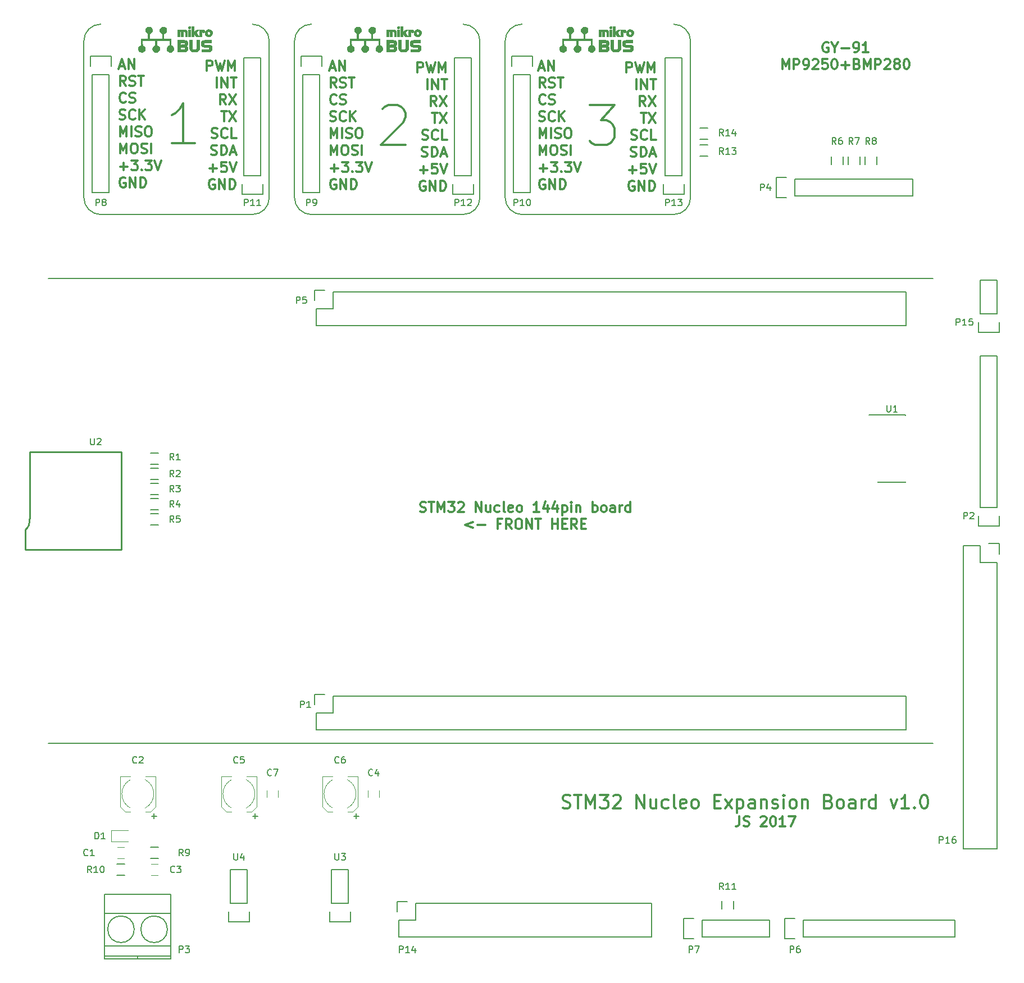
<source format=gbr>
G04 #@! TF.FileFunction,Legend,Top*
%FSLAX46Y46*%
G04 Gerber Fmt 4.6, Leading zero omitted, Abs format (unit mm)*
G04 Created by KiCad (PCBNEW 4.0.3-stable) date 01/27/17 20:04:36*
%MOMM*%
%LPD*%
G01*
G04 APERTURE LIST*
%ADD10C,0.100000*%
%ADD11C,0.200000*%
%ADD12C,0.300000*%
%ADD13C,0.120000*%
%ADD14C,0.150000*%
%ADD15C,0.250000*%
%ADD16C,0.010000*%
G04 APERTURE END LIST*
D10*
D11*
X22098000Y-61976000D02*
X155448000Y-61976000D01*
D12*
X78122858Y-97122143D02*
X78337144Y-97193571D01*
X78694287Y-97193571D01*
X78837144Y-97122143D01*
X78908573Y-97050714D01*
X78980001Y-96907857D01*
X78980001Y-96765000D01*
X78908573Y-96622143D01*
X78837144Y-96550714D01*
X78694287Y-96479286D01*
X78408573Y-96407857D01*
X78265715Y-96336429D01*
X78194287Y-96265000D01*
X78122858Y-96122143D01*
X78122858Y-95979286D01*
X78194287Y-95836429D01*
X78265715Y-95765000D01*
X78408573Y-95693571D01*
X78765715Y-95693571D01*
X78980001Y-95765000D01*
X79408572Y-95693571D02*
X80265715Y-95693571D01*
X79837144Y-97193571D02*
X79837144Y-95693571D01*
X80765715Y-97193571D02*
X80765715Y-95693571D01*
X81265715Y-96765000D01*
X81765715Y-95693571D01*
X81765715Y-97193571D01*
X82337144Y-95693571D02*
X83265715Y-95693571D01*
X82765715Y-96265000D01*
X82980001Y-96265000D01*
X83122858Y-96336429D01*
X83194287Y-96407857D01*
X83265715Y-96550714D01*
X83265715Y-96907857D01*
X83194287Y-97050714D01*
X83122858Y-97122143D01*
X82980001Y-97193571D01*
X82551429Y-97193571D01*
X82408572Y-97122143D01*
X82337144Y-97050714D01*
X83837143Y-95836429D02*
X83908572Y-95765000D01*
X84051429Y-95693571D01*
X84408572Y-95693571D01*
X84551429Y-95765000D01*
X84622858Y-95836429D01*
X84694286Y-95979286D01*
X84694286Y-96122143D01*
X84622858Y-96336429D01*
X83765715Y-97193571D01*
X84694286Y-97193571D01*
X86480000Y-97193571D02*
X86480000Y-95693571D01*
X87337143Y-97193571D01*
X87337143Y-95693571D01*
X88694286Y-96193571D02*
X88694286Y-97193571D01*
X88051429Y-96193571D02*
X88051429Y-96979286D01*
X88122857Y-97122143D01*
X88265715Y-97193571D01*
X88480000Y-97193571D01*
X88622857Y-97122143D01*
X88694286Y-97050714D01*
X90051429Y-97122143D02*
X89908572Y-97193571D01*
X89622858Y-97193571D01*
X89480000Y-97122143D01*
X89408572Y-97050714D01*
X89337143Y-96907857D01*
X89337143Y-96479286D01*
X89408572Y-96336429D01*
X89480000Y-96265000D01*
X89622858Y-96193571D01*
X89908572Y-96193571D01*
X90051429Y-96265000D01*
X90908572Y-97193571D02*
X90765714Y-97122143D01*
X90694286Y-96979286D01*
X90694286Y-95693571D01*
X92051428Y-97122143D02*
X91908571Y-97193571D01*
X91622857Y-97193571D01*
X91480000Y-97122143D01*
X91408571Y-96979286D01*
X91408571Y-96407857D01*
X91480000Y-96265000D01*
X91622857Y-96193571D01*
X91908571Y-96193571D01*
X92051428Y-96265000D01*
X92122857Y-96407857D01*
X92122857Y-96550714D01*
X91408571Y-96693571D01*
X92980000Y-97193571D02*
X92837142Y-97122143D01*
X92765714Y-97050714D01*
X92694285Y-96907857D01*
X92694285Y-96479286D01*
X92765714Y-96336429D01*
X92837142Y-96265000D01*
X92980000Y-96193571D01*
X93194285Y-96193571D01*
X93337142Y-96265000D01*
X93408571Y-96336429D01*
X93480000Y-96479286D01*
X93480000Y-96907857D01*
X93408571Y-97050714D01*
X93337142Y-97122143D01*
X93194285Y-97193571D01*
X92980000Y-97193571D01*
X96051428Y-97193571D02*
X95194285Y-97193571D01*
X95622857Y-97193571D02*
X95622857Y-95693571D01*
X95480000Y-95907857D01*
X95337142Y-96050714D01*
X95194285Y-96122143D01*
X97337142Y-96193571D02*
X97337142Y-97193571D01*
X96979999Y-95622143D02*
X96622856Y-96693571D01*
X97551428Y-96693571D01*
X98765713Y-96193571D02*
X98765713Y-97193571D01*
X98408570Y-95622143D02*
X98051427Y-96693571D01*
X98979999Y-96693571D01*
X99551427Y-96193571D02*
X99551427Y-97693571D01*
X99551427Y-96265000D02*
X99694284Y-96193571D01*
X99979998Y-96193571D01*
X100122855Y-96265000D01*
X100194284Y-96336429D01*
X100265713Y-96479286D01*
X100265713Y-96907857D01*
X100194284Y-97050714D01*
X100122855Y-97122143D01*
X99979998Y-97193571D01*
X99694284Y-97193571D01*
X99551427Y-97122143D01*
X100908570Y-97193571D02*
X100908570Y-96193571D01*
X100908570Y-95693571D02*
X100837141Y-95765000D01*
X100908570Y-95836429D01*
X100979998Y-95765000D01*
X100908570Y-95693571D01*
X100908570Y-95836429D01*
X101622856Y-96193571D02*
X101622856Y-97193571D01*
X101622856Y-96336429D02*
X101694284Y-96265000D01*
X101837142Y-96193571D01*
X102051427Y-96193571D01*
X102194284Y-96265000D01*
X102265713Y-96407857D01*
X102265713Y-97193571D01*
X104122856Y-97193571D02*
X104122856Y-95693571D01*
X104122856Y-96265000D02*
X104265713Y-96193571D01*
X104551427Y-96193571D01*
X104694284Y-96265000D01*
X104765713Y-96336429D01*
X104837142Y-96479286D01*
X104837142Y-96907857D01*
X104765713Y-97050714D01*
X104694284Y-97122143D01*
X104551427Y-97193571D01*
X104265713Y-97193571D01*
X104122856Y-97122143D01*
X105694285Y-97193571D02*
X105551427Y-97122143D01*
X105479999Y-97050714D01*
X105408570Y-96907857D01*
X105408570Y-96479286D01*
X105479999Y-96336429D01*
X105551427Y-96265000D01*
X105694285Y-96193571D01*
X105908570Y-96193571D01*
X106051427Y-96265000D01*
X106122856Y-96336429D01*
X106194285Y-96479286D01*
X106194285Y-96907857D01*
X106122856Y-97050714D01*
X106051427Y-97122143D01*
X105908570Y-97193571D01*
X105694285Y-97193571D01*
X107479999Y-97193571D02*
X107479999Y-96407857D01*
X107408570Y-96265000D01*
X107265713Y-96193571D01*
X106979999Y-96193571D01*
X106837142Y-96265000D01*
X107479999Y-97122143D02*
X107337142Y-97193571D01*
X106979999Y-97193571D01*
X106837142Y-97122143D01*
X106765713Y-96979286D01*
X106765713Y-96836429D01*
X106837142Y-96693571D01*
X106979999Y-96622143D01*
X107337142Y-96622143D01*
X107479999Y-96550714D01*
X108194285Y-97193571D02*
X108194285Y-96193571D01*
X108194285Y-96479286D02*
X108265713Y-96336429D01*
X108337142Y-96265000D01*
X108479999Y-96193571D01*
X108622856Y-96193571D01*
X109765713Y-97193571D02*
X109765713Y-95693571D01*
X109765713Y-97122143D02*
X109622856Y-97193571D01*
X109337142Y-97193571D01*
X109194284Y-97122143D01*
X109122856Y-97050714D01*
X109051427Y-96907857D01*
X109051427Y-96479286D01*
X109122856Y-96336429D01*
X109194284Y-96265000D01*
X109337142Y-96193571D01*
X109622856Y-96193571D01*
X109765713Y-96265000D01*
X86051428Y-98743571D02*
X84908571Y-99172143D01*
X86051428Y-99600714D01*
X86765714Y-99172143D02*
X87908571Y-99172143D01*
X90265714Y-98957857D02*
X89765714Y-98957857D01*
X89765714Y-99743571D02*
X89765714Y-98243571D01*
X90480000Y-98243571D01*
X91908571Y-99743571D02*
X91408571Y-99029286D01*
X91051428Y-99743571D02*
X91051428Y-98243571D01*
X91622856Y-98243571D01*
X91765714Y-98315000D01*
X91837142Y-98386429D01*
X91908571Y-98529286D01*
X91908571Y-98743571D01*
X91837142Y-98886429D01*
X91765714Y-98957857D01*
X91622856Y-99029286D01*
X91051428Y-99029286D01*
X92837142Y-98243571D02*
X93122856Y-98243571D01*
X93265714Y-98315000D01*
X93408571Y-98457857D01*
X93479999Y-98743571D01*
X93479999Y-99243571D01*
X93408571Y-99529286D01*
X93265714Y-99672143D01*
X93122856Y-99743571D01*
X92837142Y-99743571D01*
X92694285Y-99672143D01*
X92551428Y-99529286D01*
X92479999Y-99243571D01*
X92479999Y-98743571D01*
X92551428Y-98457857D01*
X92694285Y-98315000D01*
X92837142Y-98243571D01*
X94122857Y-99743571D02*
X94122857Y-98243571D01*
X94980000Y-99743571D01*
X94980000Y-98243571D01*
X95480000Y-98243571D02*
X96337143Y-98243571D01*
X95908572Y-99743571D02*
X95908572Y-98243571D01*
X97980000Y-99743571D02*
X97980000Y-98243571D01*
X97980000Y-98957857D02*
X98837143Y-98957857D01*
X98837143Y-99743571D02*
X98837143Y-98243571D01*
X99551429Y-98957857D02*
X100051429Y-98957857D01*
X100265715Y-99743571D02*
X99551429Y-99743571D01*
X99551429Y-98243571D01*
X100265715Y-98243571D01*
X101765715Y-99743571D02*
X101265715Y-99029286D01*
X100908572Y-99743571D02*
X100908572Y-98243571D01*
X101480000Y-98243571D01*
X101622858Y-98315000D01*
X101694286Y-98386429D01*
X101765715Y-98529286D01*
X101765715Y-98743571D01*
X101694286Y-98886429D01*
X101622858Y-98957857D01*
X101480000Y-99029286D01*
X100908572Y-99029286D01*
X102408572Y-98957857D02*
X102908572Y-98957857D01*
X103122858Y-99743571D02*
X102408572Y-99743571D01*
X102408572Y-98243571D01*
X103122858Y-98243571D01*
X99603187Y-141779524D02*
X99888902Y-141874762D01*
X100365092Y-141874762D01*
X100555568Y-141779524D01*
X100650806Y-141684286D01*
X100746045Y-141493810D01*
X100746045Y-141303333D01*
X100650806Y-141112857D01*
X100555568Y-141017619D01*
X100365092Y-140922381D01*
X99984140Y-140827143D01*
X99793664Y-140731905D01*
X99698425Y-140636667D01*
X99603187Y-140446190D01*
X99603187Y-140255714D01*
X99698425Y-140065238D01*
X99793664Y-139970000D01*
X99984140Y-139874762D01*
X100460330Y-139874762D01*
X100746045Y-139970000D01*
X101317473Y-139874762D02*
X102460330Y-139874762D01*
X101888902Y-141874762D02*
X101888902Y-139874762D01*
X103126997Y-141874762D02*
X103126997Y-139874762D01*
X103793664Y-141303333D01*
X104460331Y-139874762D01*
X104460331Y-141874762D01*
X105222235Y-139874762D02*
X106460331Y-139874762D01*
X105793664Y-140636667D01*
X106079378Y-140636667D01*
X106269854Y-140731905D01*
X106365092Y-140827143D01*
X106460331Y-141017619D01*
X106460331Y-141493810D01*
X106365092Y-141684286D01*
X106269854Y-141779524D01*
X106079378Y-141874762D01*
X105507950Y-141874762D01*
X105317473Y-141779524D01*
X105222235Y-141684286D01*
X107222235Y-140065238D02*
X107317473Y-139970000D01*
X107507950Y-139874762D01*
X107984140Y-139874762D01*
X108174616Y-139970000D01*
X108269854Y-140065238D01*
X108365093Y-140255714D01*
X108365093Y-140446190D01*
X108269854Y-140731905D01*
X107126997Y-141874762D01*
X108365093Y-141874762D01*
X110746045Y-141874762D02*
X110746045Y-139874762D01*
X111888903Y-141874762D01*
X111888903Y-139874762D01*
X113698426Y-140541429D02*
X113698426Y-141874762D01*
X112841283Y-140541429D02*
X112841283Y-141589048D01*
X112936522Y-141779524D01*
X113126998Y-141874762D01*
X113412712Y-141874762D01*
X113603188Y-141779524D01*
X113698426Y-141684286D01*
X115507950Y-141779524D02*
X115317474Y-141874762D01*
X114936522Y-141874762D01*
X114746046Y-141779524D01*
X114650807Y-141684286D01*
X114555569Y-141493810D01*
X114555569Y-140922381D01*
X114650807Y-140731905D01*
X114746046Y-140636667D01*
X114936522Y-140541429D01*
X115317474Y-140541429D01*
X115507950Y-140636667D01*
X116650808Y-141874762D02*
X116460332Y-141779524D01*
X116365093Y-141589048D01*
X116365093Y-139874762D01*
X118174617Y-141779524D02*
X117984141Y-141874762D01*
X117603189Y-141874762D01*
X117412712Y-141779524D01*
X117317474Y-141589048D01*
X117317474Y-140827143D01*
X117412712Y-140636667D01*
X117603189Y-140541429D01*
X117984141Y-140541429D01*
X118174617Y-140636667D01*
X118269855Y-140827143D01*
X118269855Y-141017619D01*
X117317474Y-141208095D01*
X119412713Y-141874762D02*
X119222237Y-141779524D01*
X119126998Y-141684286D01*
X119031760Y-141493810D01*
X119031760Y-140922381D01*
X119126998Y-140731905D01*
X119222237Y-140636667D01*
X119412713Y-140541429D01*
X119698427Y-140541429D01*
X119888903Y-140636667D01*
X119984141Y-140731905D01*
X120079379Y-140922381D01*
X120079379Y-141493810D01*
X119984141Y-141684286D01*
X119888903Y-141779524D01*
X119698427Y-141874762D01*
X119412713Y-141874762D01*
X122460332Y-140827143D02*
X123126999Y-140827143D01*
X123412713Y-141874762D02*
X122460332Y-141874762D01*
X122460332Y-139874762D01*
X123412713Y-139874762D01*
X124079380Y-141874762D02*
X125126999Y-140541429D01*
X124079380Y-140541429D02*
X125126999Y-141874762D01*
X125888904Y-140541429D02*
X125888904Y-142541429D01*
X125888904Y-140636667D02*
X126079381Y-140541429D01*
X126460333Y-140541429D01*
X126650809Y-140636667D01*
X126746047Y-140731905D01*
X126841285Y-140922381D01*
X126841285Y-141493810D01*
X126746047Y-141684286D01*
X126650809Y-141779524D01*
X126460333Y-141874762D01*
X126079381Y-141874762D01*
X125888904Y-141779524D01*
X128555571Y-141874762D02*
X128555571Y-140827143D01*
X128460333Y-140636667D01*
X128269857Y-140541429D01*
X127888905Y-140541429D01*
X127698428Y-140636667D01*
X128555571Y-141779524D02*
X128365095Y-141874762D01*
X127888905Y-141874762D01*
X127698428Y-141779524D01*
X127603190Y-141589048D01*
X127603190Y-141398571D01*
X127698428Y-141208095D01*
X127888905Y-141112857D01*
X128365095Y-141112857D01*
X128555571Y-141017619D01*
X129507952Y-140541429D02*
X129507952Y-141874762D01*
X129507952Y-140731905D02*
X129603191Y-140636667D01*
X129793667Y-140541429D01*
X130079381Y-140541429D01*
X130269857Y-140636667D01*
X130365095Y-140827143D01*
X130365095Y-141874762D01*
X131222238Y-141779524D02*
X131412715Y-141874762D01*
X131793667Y-141874762D01*
X131984143Y-141779524D01*
X132079381Y-141589048D01*
X132079381Y-141493810D01*
X131984143Y-141303333D01*
X131793667Y-141208095D01*
X131507953Y-141208095D01*
X131317476Y-141112857D01*
X131222238Y-140922381D01*
X131222238Y-140827143D01*
X131317476Y-140636667D01*
X131507953Y-140541429D01*
X131793667Y-140541429D01*
X131984143Y-140636667D01*
X132936524Y-141874762D02*
X132936524Y-140541429D01*
X132936524Y-139874762D02*
X132841286Y-139970000D01*
X132936524Y-140065238D01*
X133031763Y-139970000D01*
X132936524Y-139874762D01*
X132936524Y-140065238D01*
X134174620Y-141874762D02*
X133984144Y-141779524D01*
X133888905Y-141684286D01*
X133793667Y-141493810D01*
X133793667Y-140922381D01*
X133888905Y-140731905D01*
X133984144Y-140636667D01*
X134174620Y-140541429D01*
X134460334Y-140541429D01*
X134650810Y-140636667D01*
X134746048Y-140731905D01*
X134841286Y-140922381D01*
X134841286Y-141493810D01*
X134746048Y-141684286D01*
X134650810Y-141779524D01*
X134460334Y-141874762D01*
X134174620Y-141874762D01*
X135698429Y-140541429D02*
X135698429Y-141874762D01*
X135698429Y-140731905D02*
X135793668Y-140636667D01*
X135984144Y-140541429D01*
X136269858Y-140541429D01*
X136460334Y-140636667D01*
X136555572Y-140827143D01*
X136555572Y-141874762D01*
X139698430Y-140827143D02*
X139984144Y-140922381D01*
X140079383Y-141017619D01*
X140174621Y-141208095D01*
X140174621Y-141493810D01*
X140079383Y-141684286D01*
X139984144Y-141779524D01*
X139793668Y-141874762D01*
X139031763Y-141874762D01*
X139031763Y-139874762D01*
X139698430Y-139874762D01*
X139888906Y-139970000D01*
X139984144Y-140065238D01*
X140079383Y-140255714D01*
X140079383Y-140446190D01*
X139984144Y-140636667D01*
X139888906Y-140731905D01*
X139698430Y-140827143D01*
X139031763Y-140827143D01*
X141317478Y-141874762D02*
X141127002Y-141779524D01*
X141031763Y-141684286D01*
X140936525Y-141493810D01*
X140936525Y-140922381D01*
X141031763Y-140731905D01*
X141127002Y-140636667D01*
X141317478Y-140541429D01*
X141603192Y-140541429D01*
X141793668Y-140636667D01*
X141888906Y-140731905D01*
X141984144Y-140922381D01*
X141984144Y-141493810D01*
X141888906Y-141684286D01*
X141793668Y-141779524D01*
X141603192Y-141874762D01*
X141317478Y-141874762D01*
X143698430Y-141874762D02*
X143698430Y-140827143D01*
X143603192Y-140636667D01*
X143412716Y-140541429D01*
X143031764Y-140541429D01*
X142841287Y-140636667D01*
X143698430Y-141779524D02*
X143507954Y-141874762D01*
X143031764Y-141874762D01*
X142841287Y-141779524D01*
X142746049Y-141589048D01*
X142746049Y-141398571D01*
X142841287Y-141208095D01*
X143031764Y-141112857D01*
X143507954Y-141112857D01*
X143698430Y-141017619D01*
X144650811Y-141874762D02*
X144650811Y-140541429D01*
X144650811Y-140922381D02*
X144746050Y-140731905D01*
X144841288Y-140636667D01*
X145031764Y-140541429D01*
X145222240Y-140541429D01*
X146746049Y-141874762D02*
X146746049Y-139874762D01*
X146746049Y-141779524D02*
X146555573Y-141874762D01*
X146174621Y-141874762D01*
X145984145Y-141779524D01*
X145888906Y-141684286D01*
X145793668Y-141493810D01*
X145793668Y-140922381D01*
X145888906Y-140731905D01*
X145984145Y-140636667D01*
X146174621Y-140541429D01*
X146555573Y-140541429D01*
X146746049Y-140636667D01*
X149031764Y-140541429D02*
X149507955Y-141874762D01*
X149984145Y-140541429D01*
X151793670Y-141874762D02*
X150650812Y-141874762D01*
X151222241Y-141874762D02*
X151222241Y-139874762D01*
X151031765Y-140160476D01*
X150841289Y-140350952D01*
X150650812Y-140446190D01*
X152650812Y-141684286D02*
X152746051Y-141779524D01*
X152650812Y-141874762D01*
X152555574Y-141779524D01*
X152650812Y-141684286D01*
X152650812Y-141874762D01*
X153984146Y-139874762D02*
X154174622Y-139874762D01*
X154365098Y-139970000D01*
X154460336Y-140065238D01*
X154555574Y-140255714D01*
X154650813Y-140636667D01*
X154650813Y-141112857D01*
X154555574Y-141493810D01*
X154460336Y-141684286D01*
X154365098Y-141779524D01*
X154174622Y-141874762D01*
X153984146Y-141874762D01*
X153793670Y-141779524D01*
X153698432Y-141684286D01*
X153603193Y-141493810D01*
X153507955Y-141112857D01*
X153507955Y-140636667D01*
X153603193Y-140255714D01*
X153698432Y-140065238D01*
X153793670Y-139970000D01*
X153984146Y-139874762D01*
X126246430Y-143069571D02*
X126246430Y-144141000D01*
X126175002Y-144355286D01*
X126032145Y-144498143D01*
X125817859Y-144569571D01*
X125675002Y-144569571D01*
X126889287Y-144498143D02*
X127103573Y-144569571D01*
X127460716Y-144569571D01*
X127603573Y-144498143D01*
X127675002Y-144426714D01*
X127746430Y-144283857D01*
X127746430Y-144141000D01*
X127675002Y-143998143D01*
X127603573Y-143926714D01*
X127460716Y-143855286D01*
X127175002Y-143783857D01*
X127032144Y-143712429D01*
X126960716Y-143641000D01*
X126889287Y-143498143D01*
X126889287Y-143355286D01*
X126960716Y-143212429D01*
X127032144Y-143141000D01*
X127175002Y-143069571D01*
X127532144Y-143069571D01*
X127746430Y-143141000D01*
X129460715Y-143212429D02*
X129532144Y-143141000D01*
X129675001Y-143069571D01*
X130032144Y-143069571D01*
X130175001Y-143141000D01*
X130246430Y-143212429D01*
X130317858Y-143355286D01*
X130317858Y-143498143D01*
X130246430Y-143712429D01*
X129389287Y-144569571D01*
X130317858Y-144569571D01*
X131246429Y-143069571D02*
X131389286Y-143069571D01*
X131532143Y-143141000D01*
X131603572Y-143212429D01*
X131675001Y-143355286D01*
X131746429Y-143641000D01*
X131746429Y-143998143D01*
X131675001Y-144283857D01*
X131603572Y-144426714D01*
X131532143Y-144498143D01*
X131389286Y-144569571D01*
X131246429Y-144569571D01*
X131103572Y-144498143D01*
X131032143Y-144426714D01*
X130960715Y-144283857D01*
X130889286Y-143998143D01*
X130889286Y-143641000D01*
X130960715Y-143355286D01*
X131032143Y-143212429D01*
X131103572Y-143141000D01*
X131246429Y-143069571D01*
X133175000Y-144569571D02*
X132317857Y-144569571D01*
X132746429Y-144569571D02*
X132746429Y-143069571D01*
X132603572Y-143283857D01*
X132460714Y-143426714D01*
X132317857Y-143498143D01*
X133675000Y-143069571D02*
X134675000Y-143069571D01*
X134032143Y-144569571D01*
X139632858Y-26423000D02*
X139490001Y-26351571D01*
X139275715Y-26351571D01*
X139061430Y-26423000D01*
X138918572Y-26565857D01*
X138847144Y-26708714D01*
X138775715Y-26994429D01*
X138775715Y-27208714D01*
X138847144Y-27494429D01*
X138918572Y-27637286D01*
X139061430Y-27780143D01*
X139275715Y-27851571D01*
X139418572Y-27851571D01*
X139632858Y-27780143D01*
X139704287Y-27708714D01*
X139704287Y-27208714D01*
X139418572Y-27208714D01*
X140632858Y-27137286D02*
X140632858Y-27851571D01*
X140132858Y-26351571D02*
X140632858Y-27137286D01*
X141132858Y-26351571D01*
X141632858Y-27280143D02*
X142775715Y-27280143D01*
X143561429Y-27851571D02*
X143847144Y-27851571D01*
X143990001Y-27780143D01*
X144061429Y-27708714D01*
X144204287Y-27494429D01*
X144275715Y-27208714D01*
X144275715Y-26637286D01*
X144204287Y-26494429D01*
X144132858Y-26423000D01*
X143990001Y-26351571D01*
X143704287Y-26351571D01*
X143561429Y-26423000D01*
X143490001Y-26494429D01*
X143418572Y-26637286D01*
X143418572Y-26994429D01*
X143490001Y-27137286D01*
X143561429Y-27208714D01*
X143704287Y-27280143D01*
X143990001Y-27280143D01*
X144132858Y-27208714D01*
X144204287Y-27137286D01*
X144275715Y-26994429D01*
X145704286Y-27851571D02*
X144847143Y-27851571D01*
X145275715Y-27851571D02*
X145275715Y-26351571D01*
X145132858Y-26565857D01*
X144990000Y-26708714D01*
X144847143Y-26780143D01*
X132704287Y-30401571D02*
X132704287Y-28901571D01*
X133204287Y-29973000D01*
X133704287Y-28901571D01*
X133704287Y-30401571D01*
X134418573Y-30401571D02*
X134418573Y-28901571D01*
X134990001Y-28901571D01*
X135132859Y-28973000D01*
X135204287Y-29044429D01*
X135275716Y-29187286D01*
X135275716Y-29401571D01*
X135204287Y-29544429D01*
X135132859Y-29615857D01*
X134990001Y-29687286D01*
X134418573Y-29687286D01*
X135990001Y-30401571D02*
X136275716Y-30401571D01*
X136418573Y-30330143D01*
X136490001Y-30258714D01*
X136632859Y-30044429D01*
X136704287Y-29758714D01*
X136704287Y-29187286D01*
X136632859Y-29044429D01*
X136561430Y-28973000D01*
X136418573Y-28901571D01*
X136132859Y-28901571D01*
X135990001Y-28973000D01*
X135918573Y-29044429D01*
X135847144Y-29187286D01*
X135847144Y-29544429D01*
X135918573Y-29687286D01*
X135990001Y-29758714D01*
X136132859Y-29830143D01*
X136418573Y-29830143D01*
X136561430Y-29758714D01*
X136632859Y-29687286D01*
X136704287Y-29544429D01*
X137275715Y-29044429D02*
X137347144Y-28973000D01*
X137490001Y-28901571D01*
X137847144Y-28901571D01*
X137990001Y-28973000D01*
X138061430Y-29044429D01*
X138132858Y-29187286D01*
X138132858Y-29330143D01*
X138061430Y-29544429D01*
X137204287Y-30401571D01*
X138132858Y-30401571D01*
X139490001Y-28901571D02*
X138775715Y-28901571D01*
X138704286Y-29615857D01*
X138775715Y-29544429D01*
X138918572Y-29473000D01*
X139275715Y-29473000D01*
X139418572Y-29544429D01*
X139490001Y-29615857D01*
X139561429Y-29758714D01*
X139561429Y-30115857D01*
X139490001Y-30258714D01*
X139418572Y-30330143D01*
X139275715Y-30401571D01*
X138918572Y-30401571D01*
X138775715Y-30330143D01*
X138704286Y-30258714D01*
X140490000Y-28901571D02*
X140632857Y-28901571D01*
X140775714Y-28973000D01*
X140847143Y-29044429D01*
X140918572Y-29187286D01*
X140990000Y-29473000D01*
X140990000Y-29830143D01*
X140918572Y-30115857D01*
X140847143Y-30258714D01*
X140775714Y-30330143D01*
X140632857Y-30401571D01*
X140490000Y-30401571D01*
X140347143Y-30330143D01*
X140275714Y-30258714D01*
X140204286Y-30115857D01*
X140132857Y-29830143D01*
X140132857Y-29473000D01*
X140204286Y-29187286D01*
X140275714Y-29044429D01*
X140347143Y-28973000D01*
X140490000Y-28901571D01*
X141632857Y-29830143D02*
X142775714Y-29830143D01*
X142204285Y-30401571D02*
X142204285Y-29258714D01*
X143990000Y-29615857D02*
X144204286Y-29687286D01*
X144275714Y-29758714D01*
X144347143Y-29901571D01*
X144347143Y-30115857D01*
X144275714Y-30258714D01*
X144204286Y-30330143D01*
X144061428Y-30401571D01*
X143490000Y-30401571D01*
X143490000Y-28901571D01*
X143990000Y-28901571D01*
X144132857Y-28973000D01*
X144204286Y-29044429D01*
X144275714Y-29187286D01*
X144275714Y-29330143D01*
X144204286Y-29473000D01*
X144132857Y-29544429D01*
X143990000Y-29615857D01*
X143490000Y-29615857D01*
X144990000Y-30401571D02*
X144990000Y-28901571D01*
X145490000Y-29973000D01*
X145990000Y-28901571D01*
X145990000Y-30401571D01*
X146704286Y-30401571D02*
X146704286Y-28901571D01*
X147275714Y-28901571D01*
X147418572Y-28973000D01*
X147490000Y-29044429D01*
X147561429Y-29187286D01*
X147561429Y-29401571D01*
X147490000Y-29544429D01*
X147418572Y-29615857D01*
X147275714Y-29687286D01*
X146704286Y-29687286D01*
X148132857Y-29044429D02*
X148204286Y-28973000D01*
X148347143Y-28901571D01*
X148704286Y-28901571D01*
X148847143Y-28973000D01*
X148918572Y-29044429D01*
X148990000Y-29187286D01*
X148990000Y-29330143D01*
X148918572Y-29544429D01*
X148061429Y-30401571D01*
X148990000Y-30401571D01*
X149847143Y-29544429D02*
X149704285Y-29473000D01*
X149632857Y-29401571D01*
X149561428Y-29258714D01*
X149561428Y-29187286D01*
X149632857Y-29044429D01*
X149704285Y-28973000D01*
X149847143Y-28901571D01*
X150132857Y-28901571D01*
X150275714Y-28973000D01*
X150347143Y-29044429D01*
X150418571Y-29187286D01*
X150418571Y-29258714D01*
X150347143Y-29401571D01*
X150275714Y-29473000D01*
X150132857Y-29544429D01*
X149847143Y-29544429D01*
X149704285Y-29615857D01*
X149632857Y-29687286D01*
X149561428Y-29830143D01*
X149561428Y-30115857D01*
X149632857Y-30258714D01*
X149704285Y-30330143D01*
X149847143Y-30401571D01*
X150132857Y-30401571D01*
X150275714Y-30330143D01*
X150347143Y-30258714D01*
X150418571Y-30115857D01*
X150418571Y-29830143D01*
X150347143Y-29687286D01*
X150275714Y-29615857D01*
X150132857Y-29544429D01*
X151347142Y-28901571D02*
X151489999Y-28901571D01*
X151632856Y-28973000D01*
X151704285Y-29044429D01*
X151775714Y-29187286D01*
X151847142Y-29473000D01*
X151847142Y-29830143D01*
X151775714Y-30115857D01*
X151704285Y-30258714D01*
X151632856Y-30330143D01*
X151489999Y-30401571D01*
X151347142Y-30401571D01*
X151204285Y-30330143D01*
X151132856Y-30258714D01*
X151061428Y-30115857D01*
X150989999Y-29830143D01*
X150989999Y-29473000D01*
X151061428Y-29187286D01*
X151132856Y-29044429D01*
X151204285Y-28973000D01*
X151347142Y-28901571D01*
D11*
X155448000Y-132080000D02*
X22098000Y-132080000D01*
X90932000Y-49784000D02*
G75*
G03X93472000Y-52324000I2540000J0D01*
G01*
X93472000Y-23622000D02*
G75*
G03X90932000Y-26162000I0J-2540000D01*
G01*
X116332000Y-52324000D02*
G75*
G03X118872000Y-49784000I0J2540000D01*
G01*
X118872000Y-26162000D02*
G75*
G03X116332000Y-23622000I-2540000J0D01*
G01*
X118872000Y-49784000D02*
X118872000Y-26162000D01*
X90932000Y-26162000D02*
X90932000Y-49784000D01*
X93472000Y-52324000D02*
X116332000Y-52324000D01*
X59182000Y-49784000D02*
G75*
G03X61722000Y-52324000I2540000J0D01*
G01*
X61722000Y-23622000D02*
G75*
G03X59182000Y-26162000I0J-2540000D01*
G01*
X84582000Y-52324000D02*
G75*
G03X87122000Y-49784000I0J2540000D01*
G01*
X87122000Y-26162000D02*
G75*
G03X84582000Y-23622000I-2540000J0D01*
G01*
X87122000Y-49784000D02*
X87122000Y-26162000D01*
X59182000Y-26162000D02*
X59182000Y-49784000D01*
X61722000Y-52324000D02*
X84582000Y-52324000D01*
X27432000Y-49784000D02*
G75*
G03X29972000Y-52324000I2540000J0D01*
G01*
X29972000Y-23622000D02*
G75*
G03X27432000Y-26162000I0J-2540000D01*
G01*
X52832000Y-52324000D02*
G75*
G03X55372000Y-49784000I0J2540000D01*
G01*
X55372000Y-26162000D02*
G75*
G03X52832000Y-23622000I-2540000J0D01*
G01*
X55372000Y-49784000D02*
X55372000Y-26162000D01*
X27432000Y-26162000D02*
X27432000Y-49784000D01*
X29972000Y-52324000D02*
X52832000Y-52324000D01*
D12*
X72453714Y-36401714D02*
X72739428Y-36116000D01*
X73310857Y-35830286D01*
X74739428Y-35830286D01*
X75310857Y-36116000D01*
X75596571Y-36401714D01*
X75882286Y-36973143D01*
X75882286Y-37544571D01*
X75596571Y-38401714D01*
X72168000Y-41830286D01*
X75882286Y-41830286D01*
X77724571Y-30869571D02*
X77724571Y-29369571D01*
X78295999Y-29369571D01*
X78438857Y-29441000D01*
X78510285Y-29512429D01*
X78581714Y-29655286D01*
X78581714Y-29869571D01*
X78510285Y-30012429D01*
X78438857Y-30083857D01*
X78295999Y-30155286D01*
X77724571Y-30155286D01*
X79081714Y-29369571D02*
X79438857Y-30869571D01*
X79724571Y-29798143D01*
X80010285Y-30869571D01*
X80367428Y-29369571D01*
X80938857Y-30869571D02*
X80938857Y-29369571D01*
X81438857Y-30441000D01*
X81938857Y-29369571D01*
X81938857Y-30869571D01*
X79224571Y-33419571D02*
X79224571Y-31919571D01*
X79938857Y-33419571D02*
X79938857Y-31919571D01*
X80796000Y-33419571D01*
X80796000Y-31919571D01*
X81296000Y-31919571D02*
X82153143Y-31919571D01*
X81724572Y-33419571D02*
X81724572Y-31919571D01*
X80581715Y-35969571D02*
X80081715Y-35255286D01*
X79724572Y-35969571D02*
X79724572Y-34469571D01*
X80296000Y-34469571D01*
X80438858Y-34541000D01*
X80510286Y-34612429D01*
X80581715Y-34755286D01*
X80581715Y-34969571D01*
X80510286Y-35112429D01*
X80438858Y-35183857D01*
X80296000Y-35255286D01*
X79724572Y-35255286D01*
X81081715Y-34469571D02*
X82081715Y-35969571D01*
X82081715Y-34469571D02*
X81081715Y-35969571D01*
X79867429Y-37019571D02*
X80724572Y-37019571D01*
X80296001Y-38519571D02*
X80296001Y-37019571D01*
X81081715Y-37019571D02*
X82081715Y-38519571D01*
X82081715Y-37019571D02*
X81081715Y-38519571D01*
X78438857Y-40998143D02*
X78653143Y-41069571D01*
X79010286Y-41069571D01*
X79153143Y-40998143D01*
X79224572Y-40926714D01*
X79296000Y-40783857D01*
X79296000Y-40641000D01*
X79224572Y-40498143D01*
X79153143Y-40426714D01*
X79010286Y-40355286D01*
X78724572Y-40283857D01*
X78581714Y-40212429D01*
X78510286Y-40141000D01*
X78438857Y-39998143D01*
X78438857Y-39855286D01*
X78510286Y-39712429D01*
X78581714Y-39641000D01*
X78724572Y-39569571D01*
X79081714Y-39569571D01*
X79296000Y-39641000D01*
X80796000Y-40926714D02*
X80724571Y-40998143D01*
X80510285Y-41069571D01*
X80367428Y-41069571D01*
X80153143Y-40998143D01*
X80010285Y-40855286D01*
X79938857Y-40712429D01*
X79867428Y-40426714D01*
X79867428Y-40212429D01*
X79938857Y-39926714D01*
X80010285Y-39783857D01*
X80153143Y-39641000D01*
X80367428Y-39569571D01*
X80510285Y-39569571D01*
X80724571Y-39641000D01*
X80796000Y-39712429D01*
X82153143Y-41069571D02*
X81438857Y-41069571D01*
X81438857Y-39569571D01*
X78367429Y-43548143D02*
X78581715Y-43619571D01*
X78938858Y-43619571D01*
X79081715Y-43548143D01*
X79153144Y-43476714D01*
X79224572Y-43333857D01*
X79224572Y-43191000D01*
X79153144Y-43048143D01*
X79081715Y-42976714D01*
X78938858Y-42905286D01*
X78653144Y-42833857D01*
X78510286Y-42762429D01*
X78438858Y-42691000D01*
X78367429Y-42548143D01*
X78367429Y-42405286D01*
X78438858Y-42262429D01*
X78510286Y-42191000D01*
X78653144Y-42119571D01*
X79010286Y-42119571D01*
X79224572Y-42191000D01*
X79867429Y-43619571D02*
X79867429Y-42119571D01*
X80224572Y-42119571D01*
X80438857Y-42191000D01*
X80581715Y-42333857D01*
X80653143Y-42476714D01*
X80724572Y-42762429D01*
X80724572Y-42976714D01*
X80653143Y-43262429D01*
X80581715Y-43405286D01*
X80438857Y-43548143D01*
X80224572Y-43619571D01*
X79867429Y-43619571D01*
X81296000Y-43191000D02*
X82010286Y-43191000D01*
X81153143Y-43619571D02*
X81653143Y-42119571D01*
X82153143Y-43619571D01*
X78081715Y-45598143D02*
X79224572Y-45598143D01*
X78653143Y-46169571D02*
X78653143Y-45026714D01*
X80653144Y-44669571D02*
X79938858Y-44669571D01*
X79867429Y-45383857D01*
X79938858Y-45312429D01*
X80081715Y-45241000D01*
X80438858Y-45241000D01*
X80581715Y-45312429D01*
X80653144Y-45383857D01*
X80724572Y-45526714D01*
X80724572Y-45883857D01*
X80653144Y-46026714D01*
X80581715Y-46098143D01*
X80438858Y-46169571D01*
X80081715Y-46169571D01*
X79938858Y-46098143D01*
X79867429Y-46026714D01*
X81153143Y-44669571D02*
X81653143Y-46169571D01*
X82153143Y-44669571D01*
X78867428Y-47291000D02*
X78724571Y-47219571D01*
X78510285Y-47219571D01*
X78296000Y-47291000D01*
X78153142Y-47433857D01*
X78081714Y-47576714D01*
X78010285Y-47862429D01*
X78010285Y-48076714D01*
X78081714Y-48362429D01*
X78153142Y-48505286D01*
X78296000Y-48648143D01*
X78510285Y-48719571D01*
X78653142Y-48719571D01*
X78867428Y-48648143D01*
X78938857Y-48576714D01*
X78938857Y-48076714D01*
X78653142Y-48076714D01*
X79581714Y-48719571D02*
X79581714Y-47219571D01*
X80438857Y-48719571D01*
X80438857Y-47219571D01*
X81153143Y-48719571D02*
X81153143Y-47219571D01*
X81510286Y-47219571D01*
X81724571Y-47291000D01*
X81867429Y-47433857D01*
X81938857Y-47576714D01*
X82010286Y-47862429D01*
X82010286Y-48076714D01*
X81938857Y-48362429D01*
X81867429Y-48505286D01*
X81724571Y-48648143D01*
X81510286Y-48719571D01*
X81153143Y-48719571D01*
X64547714Y-30187000D02*
X65262000Y-30187000D01*
X64404857Y-30615571D02*
X64904857Y-29115571D01*
X65404857Y-30615571D01*
X65904857Y-30615571D02*
X65904857Y-29115571D01*
X66762000Y-30615571D01*
X66762000Y-29115571D01*
X65476286Y-33165571D02*
X64976286Y-32451286D01*
X64619143Y-33165571D02*
X64619143Y-31665571D01*
X65190571Y-31665571D01*
X65333429Y-31737000D01*
X65404857Y-31808429D01*
X65476286Y-31951286D01*
X65476286Y-32165571D01*
X65404857Y-32308429D01*
X65333429Y-32379857D01*
X65190571Y-32451286D01*
X64619143Y-32451286D01*
X66047714Y-33094143D02*
X66262000Y-33165571D01*
X66619143Y-33165571D01*
X66762000Y-33094143D01*
X66833429Y-33022714D01*
X66904857Y-32879857D01*
X66904857Y-32737000D01*
X66833429Y-32594143D01*
X66762000Y-32522714D01*
X66619143Y-32451286D01*
X66333429Y-32379857D01*
X66190571Y-32308429D01*
X66119143Y-32237000D01*
X66047714Y-32094143D01*
X66047714Y-31951286D01*
X66119143Y-31808429D01*
X66190571Y-31737000D01*
X66333429Y-31665571D01*
X66690571Y-31665571D01*
X66904857Y-31737000D01*
X67333428Y-31665571D02*
X68190571Y-31665571D01*
X67762000Y-33165571D02*
X67762000Y-31665571D01*
X65476286Y-35572714D02*
X65404857Y-35644143D01*
X65190571Y-35715571D01*
X65047714Y-35715571D01*
X64833429Y-35644143D01*
X64690571Y-35501286D01*
X64619143Y-35358429D01*
X64547714Y-35072714D01*
X64547714Y-34858429D01*
X64619143Y-34572714D01*
X64690571Y-34429857D01*
X64833429Y-34287000D01*
X65047714Y-34215571D01*
X65190571Y-34215571D01*
X65404857Y-34287000D01*
X65476286Y-34358429D01*
X66047714Y-35644143D02*
X66262000Y-35715571D01*
X66619143Y-35715571D01*
X66762000Y-35644143D01*
X66833429Y-35572714D01*
X66904857Y-35429857D01*
X66904857Y-35287000D01*
X66833429Y-35144143D01*
X66762000Y-35072714D01*
X66619143Y-35001286D01*
X66333429Y-34929857D01*
X66190571Y-34858429D01*
X66119143Y-34787000D01*
X66047714Y-34644143D01*
X66047714Y-34501286D01*
X66119143Y-34358429D01*
X66190571Y-34287000D01*
X66333429Y-34215571D01*
X66690571Y-34215571D01*
X66904857Y-34287000D01*
X64547714Y-38194143D02*
X64762000Y-38265571D01*
X65119143Y-38265571D01*
X65262000Y-38194143D01*
X65333429Y-38122714D01*
X65404857Y-37979857D01*
X65404857Y-37837000D01*
X65333429Y-37694143D01*
X65262000Y-37622714D01*
X65119143Y-37551286D01*
X64833429Y-37479857D01*
X64690571Y-37408429D01*
X64619143Y-37337000D01*
X64547714Y-37194143D01*
X64547714Y-37051286D01*
X64619143Y-36908429D01*
X64690571Y-36837000D01*
X64833429Y-36765571D01*
X65190571Y-36765571D01*
X65404857Y-36837000D01*
X66904857Y-38122714D02*
X66833428Y-38194143D01*
X66619142Y-38265571D01*
X66476285Y-38265571D01*
X66262000Y-38194143D01*
X66119142Y-38051286D01*
X66047714Y-37908429D01*
X65976285Y-37622714D01*
X65976285Y-37408429D01*
X66047714Y-37122714D01*
X66119142Y-36979857D01*
X66262000Y-36837000D01*
X66476285Y-36765571D01*
X66619142Y-36765571D01*
X66833428Y-36837000D01*
X66904857Y-36908429D01*
X67547714Y-38265571D02*
X67547714Y-36765571D01*
X68404857Y-38265571D02*
X67762000Y-37408429D01*
X68404857Y-36765571D02*
X67547714Y-37622714D01*
X64619143Y-40815571D02*
X64619143Y-39315571D01*
X65119143Y-40387000D01*
X65619143Y-39315571D01*
X65619143Y-40815571D01*
X66333429Y-40815571D02*
X66333429Y-39315571D01*
X66976286Y-40744143D02*
X67190572Y-40815571D01*
X67547715Y-40815571D01*
X67690572Y-40744143D01*
X67762001Y-40672714D01*
X67833429Y-40529857D01*
X67833429Y-40387000D01*
X67762001Y-40244143D01*
X67690572Y-40172714D01*
X67547715Y-40101286D01*
X67262001Y-40029857D01*
X67119143Y-39958429D01*
X67047715Y-39887000D01*
X66976286Y-39744143D01*
X66976286Y-39601286D01*
X67047715Y-39458429D01*
X67119143Y-39387000D01*
X67262001Y-39315571D01*
X67619143Y-39315571D01*
X67833429Y-39387000D01*
X68762000Y-39315571D02*
X69047714Y-39315571D01*
X69190572Y-39387000D01*
X69333429Y-39529857D01*
X69404857Y-39815571D01*
X69404857Y-40315571D01*
X69333429Y-40601286D01*
X69190572Y-40744143D01*
X69047714Y-40815571D01*
X68762000Y-40815571D01*
X68619143Y-40744143D01*
X68476286Y-40601286D01*
X68404857Y-40315571D01*
X68404857Y-39815571D01*
X68476286Y-39529857D01*
X68619143Y-39387000D01*
X68762000Y-39315571D01*
X64619143Y-43365571D02*
X64619143Y-41865571D01*
X65119143Y-42937000D01*
X65619143Y-41865571D01*
X65619143Y-43365571D01*
X66619143Y-41865571D02*
X66904857Y-41865571D01*
X67047715Y-41937000D01*
X67190572Y-42079857D01*
X67262000Y-42365571D01*
X67262000Y-42865571D01*
X67190572Y-43151286D01*
X67047715Y-43294143D01*
X66904857Y-43365571D01*
X66619143Y-43365571D01*
X66476286Y-43294143D01*
X66333429Y-43151286D01*
X66262000Y-42865571D01*
X66262000Y-42365571D01*
X66333429Y-42079857D01*
X66476286Y-41937000D01*
X66619143Y-41865571D01*
X67833429Y-43294143D02*
X68047715Y-43365571D01*
X68404858Y-43365571D01*
X68547715Y-43294143D01*
X68619144Y-43222714D01*
X68690572Y-43079857D01*
X68690572Y-42937000D01*
X68619144Y-42794143D01*
X68547715Y-42722714D01*
X68404858Y-42651286D01*
X68119144Y-42579857D01*
X67976286Y-42508429D01*
X67904858Y-42437000D01*
X67833429Y-42294143D01*
X67833429Y-42151286D01*
X67904858Y-42008429D01*
X67976286Y-41937000D01*
X68119144Y-41865571D01*
X68476286Y-41865571D01*
X68690572Y-41937000D01*
X69333429Y-43365571D02*
X69333429Y-41865571D01*
X64619143Y-45344143D02*
X65762000Y-45344143D01*
X65190571Y-45915571D02*
X65190571Y-44772714D01*
X66333429Y-44415571D02*
X67262000Y-44415571D01*
X66762000Y-44987000D01*
X66976286Y-44987000D01*
X67119143Y-45058429D01*
X67190572Y-45129857D01*
X67262000Y-45272714D01*
X67262000Y-45629857D01*
X67190572Y-45772714D01*
X67119143Y-45844143D01*
X66976286Y-45915571D01*
X66547714Y-45915571D01*
X66404857Y-45844143D01*
X66333429Y-45772714D01*
X67904857Y-45772714D02*
X67976285Y-45844143D01*
X67904857Y-45915571D01*
X67833428Y-45844143D01*
X67904857Y-45772714D01*
X67904857Y-45915571D01*
X68476286Y-44415571D02*
X69404857Y-44415571D01*
X68904857Y-44987000D01*
X69119143Y-44987000D01*
X69262000Y-45058429D01*
X69333429Y-45129857D01*
X69404857Y-45272714D01*
X69404857Y-45629857D01*
X69333429Y-45772714D01*
X69262000Y-45844143D01*
X69119143Y-45915571D01*
X68690571Y-45915571D01*
X68547714Y-45844143D01*
X68476286Y-45772714D01*
X69833428Y-44415571D02*
X70333428Y-45915571D01*
X70833428Y-44415571D01*
X65404857Y-47037000D02*
X65262000Y-46965571D01*
X65047714Y-46965571D01*
X64833429Y-47037000D01*
X64690571Y-47179857D01*
X64619143Y-47322714D01*
X64547714Y-47608429D01*
X64547714Y-47822714D01*
X64619143Y-48108429D01*
X64690571Y-48251286D01*
X64833429Y-48394143D01*
X65047714Y-48465571D01*
X65190571Y-48465571D01*
X65404857Y-48394143D01*
X65476286Y-48322714D01*
X65476286Y-47822714D01*
X65190571Y-47822714D01*
X66119143Y-48465571D02*
X66119143Y-46965571D01*
X66976286Y-48465571D01*
X66976286Y-46965571D01*
X67690572Y-48465571D02*
X67690572Y-46965571D01*
X68047715Y-46965571D01*
X68262000Y-47037000D01*
X68404858Y-47179857D01*
X68476286Y-47322714D01*
X68547715Y-47608429D01*
X68547715Y-47822714D01*
X68476286Y-48108429D01*
X68404858Y-48251286D01*
X68262000Y-48394143D01*
X68047715Y-48465571D01*
X67690572Y-48465571D01*
X96043714Y-30187000D02*
X96758000Y-30187000D01*
X95900857Y-30615571D02*
X96400857Y-29115571D01*
X96900857Y-30615571D01*
X97400857Y-30615571D02*
X97400857Y-29115571D01*
X98258000Y-30615571D01*
X98258000Y-29115571D01*
X96972286Y-33165571D02*
X96472286Y-32451286D01*
X96115143Y-33165571D02*
X96115143Y-31665571D01*
X96686571Y-31665571D01*
X96829429Y-31737000D01*
X96900857Y-31808429D01*
X96972286Y-31951286D01*
X96972286Y-32165571D01*
X96900857Y-32308429D01*
X96829429Y-32379857D01*
X96686571Y-32451286D01*
X96115143Y-32451286D01*
X97543714Y-33094143D02*
X97758000Y-33165571D01*
X98115143Y-33165571D01*
X98258000Y-33094143D01*
X98329429Y-33022714D01*
X98400857Y-32879857D01*
X98400857Y-32737000D01*
X98329429Y-32594143D01*
X98258000Y-32522714D01*
X98115143Y-32451286D01*
X97829429Y-32379857D01*
X97686571Y-32308429D01*
X97615143Y-32237000D01*
X97543714Y-32094143D01*
X97543714Y-31951286D01*
X97615143Y-31808429D01*
X97686571Y-31737000D01*
X97829429Y-31665571D01*
X98186571Y-31665571D01*
X98400857Y-31737000D01*
X98829428Y-31665571D02*
X99686571Y-31665571D01*
X99258000Y-33165571D02*
X99258000Y-31665571D01*
X96972286Y-35572714D02*
X96900857Y-35644143D01*
X96686571Y-35715571D01*
X96543714Y-35715571D01*
X96329429Y-35644143D01*
X96186571Y-35501286D01*
X96115143Y-35358429D01*
X96043714Y-35072714D01*
X96043714Y-34858429D01*
X96115143Y-34572714D01*
X96186571Y-34429857D01*
X96329429Y-34287000D01*
X96543714Y-34215571D01*
X96686571Y-34215571D01*
X96900857Y-34287000D01*
X96972286Y-34358429D01*
X97543714Y-35644143D02*
X97758000Y-35715571D01*
X98115143Y-35715571D01*
X98258000Y-35644143D01*
X98329429Y-35572714D01*
X98400857Y-35429857D01*
X98400857Y-35287000D01*
X98329429Y-35144143D01*
X98258000Y-35072714D01*
X98115143Y-35001286D01*
X97829429Y-34929857D01*
X97686571Y-34858429D01*
X97615143Y-34787000D01*
X97543714Y-34644143D01*
X97543714Y-34501286D01*
X97615143Y-34358429D01*
X97686571Y-34287000D01*
X97829429Y-34215571D01*
X98186571Y-34215571D01*
X98400857Y-34287000D01*
X96043714Y-38194143D02*
X96258000Y-38265571D01*
X96615143Y-38265571D01*
X96758000Y-38194143D01*
X96829429Y-38122714D01*
X96900857Y-37979857D01*
X96900857Y-37837000D01*
X96829429Y-37694143D01*
X96758000Y-37622714D01*
X96615143Y-37551286D01*
X96329429Y-37479857D01*
X96186571Y-37408429D01*
X96115143Y-37337000D01*
X96043714Y-37194143D01*
X96043714Y-37051286D01*
X96115143Y-36908429D01*
X96186571Y-36837000D01*
X96329429Y-36765571D01*
X96686571Y-36765571D01*
X96900857Y-36837000D01*
X98400857Y-38122714D02*
X98329428Y-38194143D01*
X98115142Y-38265571D01*
X97972285Y-38265571D01*
X97758000Y-38194143D01*
X97615142Y-38051286D01*
X97543714Y-37908429D01*
X97472285Y-37622714D01*
X97472285Y-37408429D01*
X97543714Y-37122714D01*
X97615142Y-36979857D01*
X97758000Y-36837000D01*
X97972285Y-36765571D01*
X98115142Y-36765571D01*
X98329428Y-36837000D01*
X98400857Y-36908429D01*
X99043714Y-38265571D02*
X99043714Y-36765571D01*
X99900857Y-38265571D02*
X99258000Y-37408429D01*
X99900857Y-36765571D02*
X99043714Y-37622714D01*
X96115143Y-40815571D02*
X96115143Y-39315571D01*
X96615143Y-40387000D01*
X97115143Y-39315571D01*
X97115143Y-40815571D01*
X97829429Y-40815571D02*
X97829429Y-39315571D01*
X98472286Y-40744143D02*
X98686572Y-40815571D01*
X99043715Y-40815571D01*
X99186572Y-40744143D01*
X99258001Y-40672714D01*
X99329429Y-40529857D01*
X99329429Y-40387000D01*
X99258001Y-40244143D01*
X99186572Y-40172714D01*
X99043715Y-40101286D01*
X98758001Y-40029857D01*
X98615143Y-39958429D01*
X98543715Y-39887000D01*
X98472286Y-39744143D01*
X98472286Y-39601286D01*
X98543715Y-39458429D01*
X98615143Y-39387000D01*
X98758001Y-39315571D01*
X99115143Y-39315571D01*
X99329429Y-39387000D01*
X100258000Y-39315571D02*
X100543714Y-39315571D01*
X100686572Y-39387000D01*
X100829429Y-39529857D01*
X100900857Y-39815571D01*
X100900857Y-40315571D01*
X100829429Y-40601286D01*
X100686572Y-40744143D01*
X100543714Y-40815571D01*
X100258000Y-40815571D01*
X100115143Y-40744143D01*
X99972286Y-40601286D01*
X99900857Y-40315571D01*
X99900857Y-39815571D01*
X99972286Y-39529857D01*
X100115143Y-39387000D01*
X100258000Y-39315571D01*
X96115143Y-43365571D02*
X96115143Y-41865571D01*
X96615143Y-42937000D01*
X97115143Y-41865571D01*
X97115143Y-43365571D01*
X98115143Y-41865571D02*
X98400857Y-41865571D01*
X98543715Y-41937000D01*
X98686572Y-42079857D01*
X98758000Y-42365571D01*
X98758000Y-42865571D01*
X98686572Y-43151286D01*
X98543715Y-43294143D01*
X98400857Y-43365571D01*
X98115143Y-43365571D01*
X97972286Y-43294143D01*
X97829429Y-43151286D01*
X97758000Y-42865571D01*
X97758000Y-42365571D01*
X97829429Y-42079857D01*
X97972286Y-41937000D01*
X98115143Y-41865571D01*
X99329429Y-43294143D02*
X99543715Y-43365571D01*
X99900858Y-43365571D01*
X100043715Y-43294143D01*
X100115144Y-43222714D01*
X100186572Y-43079857D01*
X100186572Y-42937000D01*
X100115144Y-42794143D01*
X100043715Y-42722714D01*
X99900858Y-42651286D01*
X99615144Y-42579857D01*
X99472286Y-42508429D01*
X99400858Y-42437000D01*
X99329429Y-42294143D01*
X99329429Y-42151286D01*
X99400858Y-42008429D01*
X99472286Y-41937000D01*
X99615144Y-41865571D01*
X99972286Y-41865571D01*
X100186572Y-41937000D01*
X100829429Y-43365571D02*
X100829429Y-41865571D01*
X96115143Y-45344143D02*
X97258000Y-45344143D01*
X96686571Y-45915571D02*
X96686571Y-44772714D01*
X97829429Y-44415571D02*
X98758000Y-44415571D01*
X98258000Y-44987000D01*
X98472286Y-44987000D01*
X98615143Y-45058429D01*
X98686572Y-45129857D01*
X98758000Y-45272714D01*
X98758000Y-45629857D01*
X98686572Y-45772714D01*
X98615143Y-45844143D01*
X98472286Y-45915571D01*
X98043714Y-45915571D01*
X97900857Y-45844143D01*
X97829429Y-45772714D01*
X99400857Y-45772714D02*
X99472285Y-45844143D01*
X99400857Y-45915571D01*
X99329428Y-45844143D01*
X99400857Y-45772714D01*
X99400857Y-45915571D01*
X99972286Y-44415571D02*
X100900857Y-44415571D01*
X100400857Y-44987000D01*
X100615143Y-44987000D01*
X100758000Y-45058429D01*
X100829429Y-45129857D01*
X100900857Y-45272714D01*
X100900857Y-45629857D01*
X100829429Y-45772714D01*
X100758000Y-45844143D01*
X100615143Y-45915571D01*
X100186571Y-45915571D01*
X100043714Y-45844143D01*
X99972286Y-45772714D01*
X101329428Y-44415571D02*
X101829428Y-45915571D01*
X102329428Y-44415571D01*
X96900857Y-47037000D02*
X96758000Y-46965571D01*
X96543714Y-46965571D01*
X96329429Y-47037000D01*
X96186571Y-47179857D01*
X96115143Y-47322714D01*
X96043714Y-47608429D01*
X96043714Y-47822714D01*
X96115143Y-48108429D01*
X96186571Y-48251286D01*
X96329429Y-48394143D01*
X96543714Y-48465571D01*
X96686571Y-48465571D01*
X96900857Y-48394143D01*
X96972286Y-48322714D01*
X96972286Y-47822714D01*
X96686571Y-47822714D01*
X97615143Y-48465571D02*
X97615143Y-46965571D01*
X98472286Y-48465571D01*
X98472286Y-46965571D01*
X99186572Y-48465571D02*
X99186572Y-46965571D01*
X99543715Y-46965571D01*
X99758000Y-47037000D01*
X99900858Y-47179857D01*
X99972286Y-47322714D01*
X100043715Y-47608429D01*
X100043715Y-47822714D01*
X99972286Y-48108429D01*
X99900858Y-48251286D01*
X99758000Y-48394143D01*
X99543715Y-48465571D01*
X99186572Y-48465571D01*
X109220571Y-30869571D02*
X109220571Y-29369571D01*
X109791999Y-29369571D01*
X109934857Y-29441000D01*
X110006285Y-29512429D01*
X110077714Y-29655286D01*
X110077714Y-29869571D01*
X110006285Y-30012429D01*
X109934857Y-30083857D01*
X109791999Y-30155286D01*
X109220571Y-30155286D01*
X110577714Y-29369571D02*
X110934857Y-30869571D01*
X111220571Y-29798143D01*
X111506285Y-30869571D01*
X111863428Y-29369571D01*
X112434857Y-30869571D02*
X112434857Y-29369571D01*
X112934857Y-30441000D01*
X113434857Y-29369571D01*
X113434857Y-30869571D01*
X110720571Y-33419571D02*
X110720571Y-31919571D01*
X111434857Y-33419571D02*
X111434857Y-31919571D01*
X112292000Y-33419571D01*
X112292000Y-31919571D01*
X112792000Y-31919571D02*
X113649143Y-31919571D01*
X113220572Y-33419571D02*
X113220572Y-31919571D01*
X112077715Y-35969571D02*
X111577715Y-35255286D01*
X111220572Y-35969571D02*
X111220572Y-34469571D01*
X111792000Y-34469571D01*
X111934858Y-34541000D01*
X112006286Y-34612429D01*
X112077715Y-34755286D01*
X112077715Y-34969571D01*
X112006286Y-35112429D01*
X111934858Y-35183857D01*
X111792000Y-35255286D01*
X111220572Y-35255286D01*
X112577715Y-34469571D02*
X113577715Y-35969571D01*
X113577715Y-34469571D02*
X112577715Y-35969571D01*
X111363429Y-37019571D02*
X112220572Y-37019571D01*
X111792001Y-38519571D02*
X111792001Y-37019571D01*
X112577715Y-37019571D02*
X113577715Y-38519571D01*
X113577715Y-37019571D02*
X112577715Y-38519571D01*
X109934857Y-40998143D02*
X110149143Y-41069571D01*
X110506286Y-41069571D01*
X110649143Y-40998143D01*
X110720572Y-40926714D01*
X110792000Y-40783857D01*
X110792000Y-40641000D01*
X110720572Y-40498143D01*
X110649143Y-40426714D01*
X110506286Y-40355286D01*
X110220572Y-40283857D01*
X110077714Y-40212429D01*
X110006286Y-40141000D01*
X109934857Y-39998143D01*
X109934857Y-39855286D01*
X110006286Y-39712429D01*
X110077714Y-39641000D01*
X110220572Y-39569571D01*
X110577714Y-39569571D01*
X110792000Y-39641000D01*
X112292000Y-40926714D02*
X112220571Y-40998143D01*
X112006285Y-41069571D01*
X111863428Y-41069571D01*
X111649143Y-40998143D01*
X111506285Y-40855286D01*
X111434857Y-40712429D01*
X111363428Y-40426714D01*
X111363428Y-40212429D01*
X111434857Y-39926714D01*
X111506285Y-39783857D01*
X111649143Y-39641000D01*
X111863428Y-39569571D01*
X112006285Y-39569571D01*
X112220571Y-39641000D01*
X112292000Y-39712429D01*
X113649143Y-41069571D02*
X112934857Y-41069571D01*
X112934857Y-39569571D01*
X109863429Y-43548143D02*
X110077715Y-43619571D01*
X110434858Y-43619571D01*
X110577715Y-43548143D01*
X110649144Y-43476714D01*
X110720572Y-43333857D01*
X110720572Y-43191000D01*
X110649144Y-43048143D01*
X110577715Y-42976714D01*
X110434858Y-42905286D01*
X110149144Y-42833857D01*
X110006286Y-42762429D01*
X109934858Y-42691000D01*
X109863429Y-42548143D01*
X109863429Y-42405286D01*
X109934858Y-42262429D01*
X110006286Y-42191000D01*
X110149144Y-42119571D01*
X110506286Y-42119571D01*
X110720572Y-42191000D01*
X111363429Y-43619571D02*
X111363429Y-42119571D01*
X111720572Y-42119571D01*
X111934857Y-42191000D01*
X112077715Y-42333857D01*
X112149143Y-42476714D01*
X112220572Y-42762429D01*
X112220572Y-42976714D01*
X112149143Y-43262429D01*
X112077715Y-43405286D01*
X111934857Y-43548143D01*
X111720572Y-43619571D01*
X111363429Y-43619571D01*
X112792000Y-43191000D02*
X113506286Y-43191000D01*
X112649143Y-43619571D02*
X113149143Y-42119571D01*
X113649143Y-43619571D01*
X109577715Y-45598143D02*
X110720572Y-45598143D01*
X110149143Y-46169571D02*
X110149143Y-45026714D01*
X112149144Y-44669571D02*
X111434858Y-44669571D01*
X111363429Y-45383857D01*
X111434858Y-45312429D01*
X111577715Y-45241000D01*
X111934858Y-45241000D01*
X112077715Y-45312429D01*
X112149144Y-45383857D01*
X112220572Y-45526714D01*
X112220572Y-45883857D01*
X112149144Y-46026714D01*
X112077715Y-46098143D01*
X111934858Y-46169571D01*
X111577715Y-46169571D01*
X111434858Y-46098143D01*
X111363429Y-46026714D01*
X112649143Y-44669571D02*
X113149143Y-46169571D01*
X113649143Y-44669571D01*
X110363428Y-47291000D02*
X110220571Y-47219571D01*
X110006285Y-47219571D01*
X109792000Y-47291000D01*
X109649142Y-47433857D01*
X109577714Y-47576714D01*
X109506285Y-47862429D01*
X109506285Y-48076714D01*
X109577714Y-48362429D01*
X109649142Y-48505286D01*
X109792000Y-48648143D01*
X110006285Y-48719571D01*
X110149142Y-48719571D01*
X110363428Y-48648143D01*
X110434857Y-48576714D01*
X110434857Y-48076714D01*
X110149142Y-48076714D01*
X111077714Y-48719571D02*
X111077714Y-47219571D01*
X111934857Y-48719571D01*
X111934857Y-47219571D01*
X112649143Y-48719571D02*
X112649143Y-47219571D01*
X113006286Y-47219571D01*
X113220571Y-47291000D01*
X113363429Y-47433857D01*
X113434857Y-47576714D01*
X113506286Y-47862429D01*
X113506286Y-48076714D01*
X113434857Y-48362429D01*
X113363429Y-48505286D01*
X113220571Y-48648143D01*
X113006286Y-48719571D01*
X112649143Y-48719571D01*
X103664000Y-35830286D02*
X107378286Y-35830286D01*
X105378286Y-38116000D01*
X106235428Y-38116000D01*
X106806857Y-38401714D01*
X107092571Y-38687429D01*
X107378286Y-39258857D01*
X107378286Y-40687429D01*
X107092571Y-41258857D01*
X106806857Y-41544571D01*
X106235428Y-41830286D01*
X104521143Y-41830286D01*
X103949714Y-41544571D01*
X103664000Y-41258857D01*
X44132286Y-41576286D02*
X40703714Y-41576286D01*
X42418000Y-41576286D02*
X42418000Y-35576286D01*
X41846571Y-36433429D01*
X41275143Y-37004857D01*
X40703714Y-37290571D01*
X45974571Y-30615571D02*
X45974571Y-29115571D01*
X46545999Y-29115571D01*
X46688857Y-29187000D01*
X46760285Y-29258429D01*
X46831714Y-29401286D01*
X46831714Y-29615571D01*
X46760285Y-29758429D01*
X46688857Y-29829857D01*
X46545999Y-29901286D01*
X45974571Y-29901286D01*
X47331714Y-29115571D02*
X47688857Y-30615571D01*
X47974571Y-29544143D01*
X48260285Y-30615571D01*
X48617428Y-29115571D01*
X49188857Y-30615571D02*
X49188857Y-29115571D01*
X49688857Y-30187000D01*
X50188857Y-29115571D01*
X50188857Y-30615571D01*
X47474571Y-33165571D02*
X47474571Y-31665571D01*
X48188857Y-33165571D02*
X48188857Y-31665571D01*
X49046000Y-33165571D01*
X49046000Y-31665571D01*
X49546000Y-31665571D02*
X50403143Y-31665571D01*
X49974572Y-33165571D02*
X49974572Y-31665571D01*
X48831715Y-35715571D02*
X48331715Y-35001286D01*
X47974572Y-35715571D02*
X47974572Y-34215571D01*
X48546000Y-34215571D01*
X48688858Y-34287000D01*
X48760286Y-34358429D01*
X48831715Y-34501286D01*
X48831715Y-34715571D01*
X48760286Y-34858429D01*
X48688858Y-34929857D01*
X48546000Y-35001286D01*
X47974572Y-35001286D01*
X49331715Y-34215571D02*
X50331715Y-35715571D01*
X50331715Y-34215571D02*
X49331715Y-35715571D01*
X48117429Y-36765571D02*
X48974572Y-36765571D01*
X48546001Y-38265571D02*
X48546001Y-36765571D01*
X49331715Y-36765571D02*
X50331715Y-38265571D01*
X50331715Y-36765571D02*
X49331715Y-38265571D01*
X46688857Y-40744143D02*
X46903143Y-40815571D01*
X47260286Y-40815571D01*
X47403143Y-40744143D01*
X47474572Y-40672714D01*
X47546000Y-40529857D01*
X47546000Y-40387000D01*
X47474572Y-40244143D01*
X47403143Y-40172714D01*
X47260286Y-40101286D01*
X46974572Y-40029857D01*
X46831714Y-39958429D01*
X46760286Y-39887000D01*
X46688857Y-39744143D01*
X46688857Y-39601286D01*
X46760286Y-39458429D01*
X46831714Y-39387000D01*
X46974572Y-39315571D01*
X47331714Y-39315571D01*
X47546000Y-39387000D01*
X49046000Y-40672714D02*
X48974571Y-40744143D01*
X48760285Y-40815571D01*
X48617428Y-40815571D01*
X48403143Y-40744143D01*
X48260285Y-40601286D01*
X48188857Y-40458429D01*
X48117428Y-40172714D01*
X48117428Y-39958429D01*
X48188857Y-39672714D01*
X48260285Y-39529857D01*
X48403143Y-39387000D01*
X48617428Y-39315571D01*
X48760285Y-39315571D01*
X48974571Y-39387000D01*
X49046000Y-39458429D01*
X50403143Y-40815571D02*
X49688857Y-40815571D01*
X49688857Y-39315571D01*
X46617429Y-43294143D02*
X46831715Y-43365571D01*
X47188858Y-43365571D01*
X47331715Y-43294143D01*
X47403144Y-43222714D01*
X47474572Y-43079857D01*
X47474572Y-42937000D01*
X47403144Y-42794143D01*
X47331715Y-42722714D01*
X47188858Y-42651286D01*
X46903144Y-42579857D01*
X46760286Y-42508429D01*
X46688858Y-42437000D01*
X46617429Y-42294143D01*
X46617429Y-42151286D01*
X46688858Y-42008429D01*
X46760286Y-41937000D01*
X46903144Y-41865571D01*
X47260286Y-41865571D01*
X47474572Y-41937000D01*
X48117429Y-43365571D02*
X48117429Y-41865571D01*
X48474572Y-41865571D01*
X48688857Y-41937000D01*
X48831715Y-42079857D01*
X48903143Y-42222714D01*
X48974572Y-42508429D01*
X48974572Y-42722714D01*
X48903143Y-43008429D01*
X48831715Y-43151286D01*
X48688857Y-43294143D01*
X48474572Y-43365571D01*
X48117429Y-43365571D01*
X49546000Y-42937000D02*
X50260286Y-42937000D01*
X49403143Y-43365571D02*
X49903143Y-41865571D01*
X50403143Y-43365571D01*
X46331715Y-45344143D02*
X47474572Y-45344143D01*
X46903143Y-45915571D02*
X46903143Y-44772714D01*
X48903144Y-44415571D02*
X48188858Y-44415571D01*
X48117429Y-45129857D01*
X48188858Y-45058429D01*
X48331715Y-44987000D01*
X48688858Y-44987000D01*
X48831715Y-45058429D01*
X48903144Y-45129857D01*
X48974572Y-45272714D01*
X48974572Y-45629857D01*
X48903144Y-45772714D01*
X48831715Y-45844143D01*
X48688858Y-45915571D01*
X48331715Y-45915571D01*
X48188858Y-45844143D01*
X48117429Y-45772714D01*
X49403143Y-44415571D02*
X49903143Y-45915571D01*
X50403143Y-44415571D01*
X47117428Y-47037000D02*
X46974571Y-46965571D01*
X46760285Y-46965571D01*
X46546000Y-47037000D01*
X46403142Y-47179857D01*
X46331714Y-47322714D01*
X46260285Y-47608429D01*
X46260285Y-47822714D01*
X46331714Y-48108429D01*
X46403142Y-48251286D01*
X46546000Y-48394143D01*
X46760285Y-48465571D01*
X46903142Y-48465571D01*
X47117428Y-48394143D01*
X47188857Y-48322714D01*
X47188857Y-47822714D01*
X46903142Y-47822714D01*
X47831714Y-48465571D02*
X47831714Y-46965571D01*
X48688857Y-48465571D01*
X48688857Y-46965571D01*
X49403143Y-48465571D02*
X49403143Y-46965571D01*
X49760286Y-46965571D01*
X49974571Y-47037000D01*
X50117429Y-47179857D01*
X50188857Y-47322714D01*
X50260286Y-47608429D01*
X50260286Y-47822714D01*
X50188857Y-48108429D01*
X50117429Y-48251286D01*
X49974571Y-48394143D01*
X49760286Y-48465571D01*
X49403143Y-48465571D01*
X32797714Y-29933000D02*
X33512000Y-29933000D01*
X32654857Y-30361571D02*
X33154857Y-28861571D01*
X33654857Y-30361571D01*
X34154857Y-30361571D02*
X34154857Y-28861571D01*
X35012000Y-30361571D01*
X35012000Y-28861571D01*
X33726286Y-32911571D02*
X33226286Y-32197286D01*
X32869143Y-32911571D02*
X32869143Y-31411571D01*
X33440571Y-31411571D01*
X33583429Y-31483000D01*
X33654857Y-31554429D01*
X33726286Y-31697286D01*
X33726286Y-31911571D01*
X33654857Y-32054429D01*
X33583429Y-32125857D01*
X33440571Y-32197286D01*
X32869143Y-32197286D01*
X34297714Y-32840143D02*
X34512000Y-32911571D01*
X34869143Y-32911571D01*
X35012000Y-32840143D01*
X35083429Y-32768714D01*
X35154857Y-32625857D01*
X35154857Y-32483000D01*
X35083429Y-32340143D01*
X35012000Y-32268714D01*
X34869143Y-32197286D01*
X34583429Y-32125857D01*
X34440571Y-32054429D01*
X34369143Y-31983000D01*
X34297714Y-31840143D01*
X34297714Y-31697286D01*
X34369143Y-31554429D01*
X34440571Y-31483000D01*
X34583429Y-31411571D01*
X34940571Y-31411571D01*
X35154857Y-31483000D01*
X35583428Y-31411571D02*
X36440571Y-31411571D01*
X36012000Y-32911571D02*
X36012000Y-31411571D01*
X33726286Y-35318714D02*
X33654857Y-35390143D01*
X33440571Y-35461571D01*
X33297714Y-35461571D01*
X33083429Y-35390143D01*
X32940571Y-35247286D01*
X32869143Y-35104429D01*
X32797714Y-34818714D01*
X32797714Y-34604429D01*
X32869143Y-34318714D01*
X32940571Y-34175857D01*
X33083429Y-34033000D01*
X33297714Y-33961571D01*
X33440571Y-33961571D01*
X33654857Y-34033000D01*
X33726286Y-34104429D01*
X34297714Y-35390143D02*
X34512000Y-35461571D01*
X34869143Y-35461571D01*
X35012000Y-35390143D01*
X35083429Y-35318714D01*
X35154857Y-35175857D01*
X35154857Y-35033000D01*
X35083429Y-34890143D01*
X35012000Y-34818714D01*
X34869143Y-34747286D01*
X34583429Y-34675857D01*
X34440571Y-34604429D01*
X34369143Y-34533000D01*
X34297714Y-34390143D01*
X34297714Y-34247286D01*
X34369143Y-34104429D01*
X34440571Y-34033000D01*
X34583429Y-33961571D01*
X34940571Y-33961571D01*
X35154857Y-34033000D01*
X32797714Y-37940143D02*
X33012000Y-38011571D01*
X33369143Y-38011571D01*
X33512000Y-37940143D01*
X33583429Y-37868714D01*
X33654857Y-37725857D01*
X33654857Y-37583000D01*
X33583429Y-37440143D01*
X33512000Y-37368714D01*
X33369143Y-37297286D01*
X33083429Y-37225857D01*
X32940571Y-37154429D01*
X32869143Y-37083000D01*
X32797714Y-36940143D01*
X32797714Y-36797286D01*
X32869143Y-36654429D01*
X32940571Y-36583000D01*
X33083429Y-36511571D01*
X33440571Y-36511571D01*
X33654857Y-36583000D01*
X35154857Y-37868714D02*
X35083428Y-37940143D01*
X34869142Y-38011571D01*
X34726285Y-38011571D01*
X34512000Y-37940143D01*
X34369142Y-37797286D01*
X34297714Y-37654429D01*
X34226285Y-37368714D01*
X34226285Y-37154429D01*
X34297714Y-36868714D01*
X34369142Y-36725857D01*
X34512000Y-36583000D01*
X34726285Y-36511571D01*
X34869142Y-36511571D01*
X35083428Y-36583000D01*
X35154857Y-36654429D01*
X35797714Y-38011571D02*
X35797714Y-36511571D01*
X36654857Y-38011571D02*
X36012000Y-37154429D01*
X36654857Y-36511571D02*
X35797714Y-37368714D01*
X32869143Y-40561571D02*
X32869143Y-39061571D01*
X33369143Y-40133000D01*
X33869143Y-39061571D01*
X33869143Y-40561571D01*
X34583429Y-40561571D02*
X34583429Y-39061571D01*
X35226286Y-40490143D02*
X35440572Y-40561571D01*
X35797715Y-40561571D01*
X35940572Y-40490143D01*
X36012001Y-40418714D01*
X36083429Y-40275857D01*
X36083429Y-40133000D01*
X36012001Y-39990143D01*
X35940572Y-39918714D01*
X35797715Y-39847286D01*
X35512001Y-39775857D01*
X35369143Y-39704429D01*
X35297715Y-39633000D01*
X35226286Y-39490143D01*
X35226286Y-39347286D01*
X35297715Y-39204429D01*
X35369143Y-39133000D01*
X35512001Y-39061571D01*
X35869143Y-39061571D01*
X36083429Y-39133000D01*
X37012000Y-39061571D02*
X37297714Y-39061571D01*
X37440572Y-39133000D01*
X37583429Y-39275857D01*
X37654857Y-39561571D01*
X37654857Y-40061571D01*
X37583429Y-40347286D01*
X37440572Y-40490143D01*
X37297714Y-40561571D01*
X37012000Y-40561571D01*
X36869143Y-40490143D01*
X36726286Y-40347286D01*
X36654857Y-40061571D01*
X36654857Y-39561571D01*
X36726286Y-39275857D01*
X36869143Y-39133000D01*
X37012000Y-39061571D01*
X32869143Y-43111571D02*
X32869143Y-41611571D01*
X33369143Y-42683000D01*
X33869143Y-41611571D01*
X33869143Y-43111571D01*
X34869143Y-41611571D02*
X35154857Y-41611571D01*
X35297715Y-41683000D01*
X35440572Y-41825857D01*
X35512000Y-42111571D01*
X35512000Y-42611571D01*
X35440572Y-42897286D01*
X35297715Y-43040143D01*
X35154857Y-43111571D01*
X34869143Y-43111571D01*
X34726286Y-43040143D01*
X34583429Y-42897286D01*
X34512000Y-42611571D01*
X34512000Y-42111571D01*
X34583429Y-41825857D01*
X34726286Y-41683000D01*
X34869143Y-41611571D01*
X36083429Y-43040143D02*
X36297715Y-43111571D01*
X36654858Y-43111571D01*
X36797715Y-43040143D01*
X36869144Y-42968714D01*
X36940572Y-42825857D01*
X36940572Y-42683000D01*
X36869144Y-42540143D01*
X36797715Y-42468714D01*
X36654858Y-42397286D01*
X36369144Y-42325857D01*
X36226286Y-42254429D01*
X36154858Y-42183000D01*
X36083429Y-42040143D01*
X36083429Y-41897286D01*
X36154858Y-41754429D01*
X36226286Y-41683000D01*
X36369144Y-41611571D01*
X36726286Y-41611571D01*
X36940572Y-41683000D01*
X37583429Y-43111571D02*
X37583429Y-41611571D01*
X32869143Y-45090143D02*
X34012000Y-45090143D01*
X33440571Y-45661571D02*
X33440571Y-44518714D01*
X34583429Y-44161571D02*
X35512000Y-44161571D01*
X35012000Y-44733000D01*
X35226286Y-44733000D01*
X35369143Y-44804429D01*
X35440572Y-44875857D01*
X35512000Y-45018714D01*
X35512000Y-45375857D01*
X35440572Y-45518714D01*
X35369143Y-45590143D01*
X35226286Y-45661571D01*
X34797714Y-45661571D01*
X34654857Y-45590143D01*
X34583429Y-45518714D01*
X36154857Y-45518714D02*
X36226285Y-45590143D01*
X36154857Y-45661571D01*
X36083428Y-45590143D01*
X36154857Y-45518714D01*
X36154857Y-45661571D01*
X36726286Y-44161571D02*
X37654857Y-44161571D01*
X37154857Y-44733000D01*
X37369143Y-44733000D01*
X37512000Y-44804429D01*
X37583429Y-44875857D01*
X37654857Y-45018714D01*
X37654857Y-45375857D01*
X37583429Y-45518714D01*
X37512000Y-45590143D01*
X37369143Y-45661571D01*
X36940571Y-45661571D01*
X36797714Y-45590143D01*
X36726286Y-45518714D01*
X38083428Y-44161571D02*
X38583428Y-45661571D01*
X39083428Y-44161571D01*
X33654857Y-46783000D02*
X33512000Y-46711571D01*
X33297714Y-46711571D01*
X33083429Y-46783000D01*
X32940571Y-46925857D01*
X32869143Y-47068714D01*
X32797714Y-47354429D01*
X32797714Y-47568714D01*
X32869143Y-47854429D01*
X32940571Y-47997286D01*
X33083429Y-48140143D01*
X33297714Y-48211571D01*
X33440571Y-48211571D01*
X33654857Y-48140143D01*
X33726286Y-48068714D01*
X33726286Y-47568714D01*
X33440571Y-47568714D01*
X34369143Y-48211571D02*
X34369143Y-46711571D01*
X35226286Y-48211571D01*
X35226286Y-46711571D01*
X35940572Y-48211571D02*
X35940572Y-46711571D01*
X36297715Y-46711571D01*
X36512000Y-46783000D01*
X36654858Y-46925857D01*
X36726286Y-47068714D01*
X36797715Y-47354429D01*
X36797715Y-47568714D01*
X36726286Y-47854429D01*
X36654858Y-47997286D01*
X36512000Y-48140143D01*
X36297715Y-48211571D01*
X35940572Y-48211571D01*
D13*
X33520000Y-147740000D02*
X32520000Y-147740000D01*
X32520000Y-149440000D02*
X33520000Y-149440000D01*
X36677600Y-141833600D02*
G75*
G03X36677600Y-137566400I-1117600J2133600D01*
G01*
X34442400Y-137566400D02*
G75*
G03X34442400Y-141833600I1117600J-2133600D01*
G01*
X38227000Y-137033000D02*
X36677600Y-137033000D01*
X32893000Y-137033000D02*
X34442400Y-137033000D01*
X33655000Y-142367000D02*
X34442400Y-142367000D01*
X37465000Y-142367000D02*
X36677600Y-142367000D01*
X32893000Y-137033000D02*
X32893000Y-141605000D01*
X32893000Y-141605000D02*
X33655000Y-142367000D01*
X37465000Y-142367000D02*
X38227000Y-141605000D01*
X38227000Y-141605000D02*
X38227000Y-137033000D01*
X38600000Y-150280000D02*
X37600000Y-150280000D01*
X37600000Y-151980000D02*
X38600000Y-151980000D01*
X67157600Y-141833600D02*
G75*
G03X67157600Y-137566400I-1117600J2133600D01*
G01*
X64922400Y-137566400D02*
G75*
G03X64922400Y-141833600I1117600J-2133600D01*
G01*
X68707000Y-137033000D02*
X67157600Y-137033000D01*
X63373000Y-137033000D02*
X64922400Y-137033000D01*
X64135000Y-142367000D02*
X64922400Y-142367000D01*
X67945000Y-142367000D02*
X67157600Y-142367000D01*
X63373000Y-137033000D02*
X63373000Y-141605000D01*
X63373000Y-141605000D02*
X64135000Y-142367000D01*
X67945000Y-142367000D02*
X68707000Y-141605000D01*
X68707000Y-141605000D02*
X68707000Y-137033000D01*
X51917600Y-141833600D02*
G75*
G03X51917600Y-137566400I-1117600J2133600D01*
G01*
X49682400Y-137566400D02*
G75*
G03X49682400Y-141833600I1117600J-2133600D01*
G01*
X53467000Y-137033000D02*
X51917600Y-137033000D01*
X48133000Y-137033000D02*
X49682400Y-137033000D01*
X48895000Y-142367000D02*
X49682400Y-142367000D01*
X52705000Y-142367000D02*
X51917600Y-142367000D01*
X48133000Y-137033000D02*
X48133000Y-141605000D01*
X48133000Y-141605000D02*
X48895000Y-142367000D01*
X52705000Y-142367000D02*
X53467000Y-141605000D01*
X53467000Y-141605000D02*
X53467000Y-137033000D01*
X70270000Y-139200000D02*
X70270000Y-140200000D01*
X71970000Y-140200000D02*
X71970000Y-139200000D01*
X55030000Y-139200000D02*
X55030000Y-140200000D01*
X56730000Y-140200000D02*
X56730000Y-139200000D01*
X31520000Y-145200000D02*
X31520000Y-146900000D01*
X31520000Y-146900000D02*
X34070000Y-146900000D01*
X31520000Y-145200000D02*
X34070000Y-145200000D01*
D14*
X151384000Y-130048000D02*
X62484000Y-130048000D01*
X65024000Y-124968000D02*
X151384000Y-124968000D01*
X151384000Y-130048000D02*
X151384000Y-124968000D01*
X62484000Y-130048000D02*
X62484000Y-127508000D01*
X63754000Y-124688000D02*
X62204000Y-124688000D01*
X62484000Y-127508000D02*
X65024000Y-127508000D01*
X65024000Y-127508000D02*
X65024000Y-124968000D01*
X62204000Y-124688000D02*
X62204000Y-126238000D01*
X35520000Y-164120000D02*
X35520000Y-164620000D01*
X40020000Y-160120000D02*
G75*
G03X40020000Y-160120000I-2000000J0D01*
G01*
X35020000Y-160120000D02*
G75*
G03X35020000Y-160120000I-2000000J0D01*
G01*
X30520000Y-162620000D02*
X40520000Y-162620000D01*
X30520000Y-157720000D02*
X40520000Y-157720000D01*
X30520000Y-164120000D02*
X40520000Y-164120000D01*
X30520000Y-164620000D02*
X40520000Y-164620000D01*
X40520000Y-164620000D02*
X40520000Y-154820000D01*
X40520000Y-154820000D02*
X30520000Y-154820000D01*
X30520000Y-154820000D02*
X30520000Y-164620000D01*
X134620000Y-49530000D02*
X152400000Y-49530000D01*
X152400000Y-49530000D02*
X152400000Y-46990000D01*
X152400000Y-46990000D02*
X134620000Y-46990000D01*
X131800000Y-49810000D02*
X133350000Y-49810000D01*
X134620000Y-49530000D02*
X134620000Y-46990000D01*
X133350000Y-46710000D02*
X131800000Y-46710000D01*
X131800000Y-46710000D02*
X131800000Y-49810000D01*
X151384000Y-69088000D02*
X62484000Y-69088000D01*
X65024000Y-64008000D02*
X151384000Y-64008000D01*
X151384000Y-69088000D02*
X151384000Y-64008000D01*
X62484000Y-69088000D02*
X62484000Y-66548000D01*
X63754000Y-63728000D02*
X62204000Y-63728000D01*
X62484000Y-66548000D02*
X65024000Y-66548000D01*
X65024000Y-66548000D02*
X65024000Y-64008000D01*
X62204000Y-63728000D02*
X62204000Y-65278000D01*
X135890000Y-161290000D02*
X158750000Y-161290000D01*
X158750000Y-161290000D02*
X158750000Y-158750000D01*
X158750000Y-158750000D02*
X135890000Y-158750000D01*
X133070000Y-161570000D02*
X134620000Y-161570000D01*
X135890000Y-161290000D02*
X135890000Y-158750000D01*
X134620000Y-158470000D02*
X133070000Y-158470000D01*
X133070000Y-158470000D02*
X133070000Y-161570000D01*
X120650000Y-161290000D02*
X130810000Y-161290000D01*
X130810000Y-161290000D02*
X130810000Y-158750000D01*
X130810000Y-158750000D02*
X120650000Y-158750000D01*
X117830000Y-161570000D02*
X119380000Y-161570000D01*
X120650000Y-161290000D02*
X120650000Y-158750000D01*
X119380000Y-158470000D02*
X117830000Y-158470000D01*
X117830000Y-158470000D02*
X117830000Y-161570000D01*
X28702000Y-31242000D02*
X28702000Y-49022000D01*
X28702000Y-49022000D02*
X31242000Y-49022000D01*
X31242000Y-49022000D02*
X31242000Y-31242000D01*
X28422000Y-28422000D02*
X28422000Y-29972000D01*
X28702000Y-31242000D02*
X31242000Y-31242000D01*
X31522000Y-29972000D02*
X31522000Y-28422000D01*
X31522000Y-28422000D02*
X28422000Y-28422000D01*
X60452000Y-31242000D02*
X60452000Y-49022000D01*
X60452000Y-49022000D02*
X62992000Y-49022000D01*
X62992000Y-49022000D02*
X62992000Y-31242000D01*
X60172000Y-28422000D02*
X60172000Y-29972000D01*
X60452000Y-31242000D02*
X62992000Y-31242000D01*
X63272000Y-29972000D02*
X63272000Y-28422000D01*
X63272000Y-28422000D02*
X60172000Y-28422000D01*
X92202000Y-31242000D02*
X92202000Y-49022000D01*
X92202000Y-49022000D02*
X94742000Y-49022000D01*
X94742000Y-49022000D02*
X94742000Y-31242000D01*
X91922000Y-28422000D02*
X91922000Y-29972000D01*
X92202000Y-31242000D02*
X94742000Y-31242000D01*
X95022000Y-29972000D02*
X95022000Y-28422000D01*
X95022000Y-28422000D02*
X91922000Y-28422000D01*
X54102000Y-46482000D02*
X54102000Y-28702000D01*
X54102000Y-28702000D02*
X51562000Y-28702000D01*
X51562000Y-28702000D02*
X51562000Y-46482000D01*
X54382000Y-49302000D02*
X54382000Y-47752000D01*
X54102000Y-46482000D02*
X51562000Y-46482000D01*
X51282000Y-47752000D02*
X51282000Y-49302000D01*
X51282000Y-49302000D02*
X54382000Y-49302000D01*
X85852000Y-46482000D02*
X85852000Y-28702000D01*
X85852000Y-28702000D02*
X83312000Y-28702000D01*
X83312000Y-28702000D02*
X83312000Y-46482000D01*
X86132000Y-49302000D02*
X86132000Y-47752000D01*
X85852000Y-46482000D02*
X83312000Y-46482000D01*
X83032000Y-47752000D02*
X83032000Y-49302000D01*
X83032000Y-49302000D02*
X86132000Y-49302000D01*
X117602000Y-46482000D02*
X117602000Y-28702000D01*
X117602000Y-28702000D02*
X115062000Y-28702000D01*
X115062000Y-28702000D02*
X115062000Y-46482000D01*
X117882000Y-49302000D02*
X117882000Y-47752000D01*
X117602000Y-46482000D02*
X115062000Y-46482000D01*
X114782000Y-47752000D02*
X114782000Y-49302000D01*
X114782000Y-49302000D02*
X117882000Y-49302000D01*
X37500000Y-88279000D02*
X38700000Y-88279000D01*
X38700000Y-90029000D02*
X37500000Y-90029000D01*
X37500000Y-90565000D02*
X38700000Y-90565000D01*
X38700000Y-92315000D02*
X37500000Y-92315000D01*
X37500000Y-92851000D02*
X38700000Y-92851000D01*
X38700000Y-94601000D02*
X37500000Y-94601000D01*
X37500000Y-95137000D02*
X38700000Y-95137000D01*
X38700000Y-96887000D02*
X37500000Y-96887000D01*
X37500000Y-97423000D02*
X38700000Y-97423000D01*
X38700000Y-99173000D02*
X37500000Y-99173000D01*
X140095000Y-44796000D02*
X140095000Y-43596000D01*
X141845000Y-43596000D02*
X141845000Y-44796000D01*
X142635000Y-44796000D02*
X142635000Y-43596000D01*
X144385000Y-43596000D02*
X144385000Y-44796000D01*
X146925000Y-43596000D02*
X146925000Y-44796000D01*
X145175000Y-44796000D02*
X145175000Y-43596000D01*
X38700000Y-149465000D02*
X37500000Y-149465000D01*
X37500000Y-147715000D02*
X38700000Y-147715000D01*
X33620000Y-152005000D02*
X32420000Y-152005000D01*
X32420000Y-150255000D02*
X33620000Y-150255000D01*
X125335000Y-155864000D02*
X125335000Y-157064000D01*
X123585000Y-157064000D02*
X123585000Y-155864000D01*
X120304000Y-41797000D02*
X121504000Y-41797000D01*
X121504000Y-43547000D02*
X120304000Y-43547000D01*
X120304000Y-39257000D02*
X121504000Y-39257000D01*
X121504000Y-41007000D02*
X120304000Y-41007000D01*
X147150000Y-82555000D02*
X147150000Y-82580000D01*
X151300000Y-82555000D02*
X151300000Y-82660000D01*
X151300000Y-92705000D02*
X151300000Y-92600000D01*
X147150000Y-92705000D02*
X147150000Y-92600000D01*
X147150000Y-82555000D02*
X151300000Y-82555000D01*
X147150000Y-92705000D02*
X151300000Y-92705000D01*
X147150000Y-82580000D02*
X145775000Y-82580000D01*
D15*
X19290000Y-88154000D02*
X19290000Y-97854000D01*
X19290000Y-97854000D02*
X19190000Y-98554000D01*
X19190000Y-98554000D02*
X19090000Y-99154000D01*
X19090000Y-99154000D02*
X18890000Y-99554000D01*
X18890000Y-99554000D02*
X18590000Y-99854000D01*
X18590000Y-99854000D02*
X18590000Y-102854000D01*
X18590000Y-102854000D02*
X33090000Y-102854000D01*
X33090000Y-88154000D02*
X33090000Y-102854000D01*
X33090000Y-88154000D02*
X19290000Y-88154000D01*
D14*
X64490000Y-157480000D02*
X64490000Y-159030000D01*
X64490000Y-159030000D02*
X67590000Y-159030000D01*
X67590000Y-159030000D02*
X67590000Y-157480000D01*
X64770000Y-156210000D02*
X64770000Y-151130000D01*
X64770000Y-151130000D02*
X67310000Y-151130000D01*
X67310000Y-151130000D02*
X67310000Y-156210000D01*
X67310000Y-156210000D02*
X64770000Y-156210000D01*
X49250000Y-157480000D02*
X49250000Y-159030000D01*
X49250000Y-159030000D02*
X52350000Y-159030000D01*
X52350000Y-159030000D02*
X52350000Y-157480000D01*
X49530000Y-156210000D02*
X49530000Y-151130000D01*
X49530000Y-151130000D02*
X52070000Y-151130000D01*
X52070000Y-151130000D02*
X52070000Y-156210000D01*
X52070000Y-156210000D02*
X49530000Y-156210000D01*
X162280000Y-68580000D02*
X162280000Y-70130000D01*
X162280000Y-70130000D02*
X165380000Y-70130000D01*
X165380000Y-70130000D02*
X165380000Y-68580000D01*
X162560000Y-67310000D02*
X162560000Y-62230000D01*
X162560000Y-62230000D02*
X165100000Y-62230000D01*
X165100000Y-62230000D02*
X165100000Y-67310000D01*
X165100000Y-67310000D02*
X162560000Y-67310000D01*
X165100000Y-96520000D02*
X165100000Y-73660000D01*
X165100000Y-73660000D02*
X162560000Y-73660000D01*
X162560000Y-73660000D02*
X162560000Y-96520000D01*
X165380000Y-99340000D02*
X165380000Y-97790000D01*
X165100000Y-96520000D02*
X162560000Y-96520000D01*
X162280000Y-97790000D02*
X162280000Y-99340000D01*
X162280000Y-99340000D02*
X165380000Y-99340000D01*
X160020000Y-102235000D02*
X160020000Y-147955000D01*
X165100000Y-147955000D02*
X165100000Y-104775000D01*
X160020000Y-147955000D02*
X165100000Y-147955000D01*
X160020000Y-102235000D02*
X162560000Y-102235000D01*
X165380000Y-103505000D02*
X165380000Y-101955000D01*
X162560000Y-102235000D02*
X162560000Y-104775000D01*
X162560000Y-104775000D02*
X165100000Y-104775000D01*
X165380000Y-101955000D02*
X163830000Y-101955000D01*
X113030000Y-161290000D02*
X74930000Y-161290000D01*
X77470000Y-156210000D02*
X113030000Y-156210000D01*
X113030000Y-161290000D02*
X113030000Y-156210000D01*
X74930000Y-161290000D02*
X74930000Y-158750000D01*
X76200000Y-155930000D02*
X74650000Y-155930000D01*
X74930000Y-158750000D02*
X77470000Y-158750000D01*
X77470000Y-158750000D02*
X77470000Y-156210000D01*
X74650000Y-155930000D02*
X74650000Y-157480000D01*
D16*
G36*
X103038624Y-24035883D02*
X103152793Y-24086623D01*
X103237895Y-24160775D01*
X103331077Y-24275583D01*
X103375356Y-24401201D01*
X103380942Y-24572536D01*
X103376791Y-24635643D01*
X103332077Y-24758849D01*
X103234630Y-24891926D01*
X103114324Y-24999376D01*
X103037476Y-25038833D01*
X102993771Y-25065373D01*
X102967741Y-25124082D01*
X102955097Y-25234986D01*
X102951545Y-25418113D01*
X102951525Y-25439932D01*
X102951525Y-25813751D01*
X104035384Y-25813751D01*
X104035384Y-26305381D01*
X104036904Y-26527065D01*
X104043554Y-26672227D01*
X104058467Y-26758573D01*
X104084777Y-26803809D01*
X104125616Y-26825641D01*
X104127562Y-26826267D01*
X104274432Y-26917872D01*
X104388769Y-27073707D01*
X104452326Y-27264842D01*
X104459502Y-27352531D01*
X104444758Y-27511404D01*
X104387474Y-27628580D01*
X104321754Y-27702348D01*
X104209925Y-27793609D01*
X104089097Y-27833253D01*
X103963610Y-27840096D01*
X103814006Y-27829374D01*
X103703943Y-27784002D01*
X103587349Y-27684174D01*
X103577005Y-27673888D01*
X103477075Y-27564650D01*
X103432746Y-27474802D01*
X103428246Y-27362180D01*
X103434887Y-27293960D01*
X103491944Y-27089865D01*
X103602771Y-26926112D01*
X103749828Y-26828017D01*
X103760091Y-26824558D01*
X103804179Y-26798219D01*
X103830437Y-26740366D01*
X103843214Y-26630894D01*
X103846857Y-26449700D01*
X103846886Y-26423191D01*
X103846886Y-26049373D01*
X101914790Y-26049373D01*
X101914790Y-26794052D01*
X102074535Y-26888304D01*
X102223429Y-27024995D01*
X102303327Y-27203086D01*
X102313034Y-27398512D01*
X102251354Y-27587206D01*
X102117093Y-27745103D01*
X102117083Y-27745111D01*
X101962689Y-27816847D01*
X101772573Y-27839006D01*
X101590114Y-27810080D01*
X101500887Y-27766549D01*
X101383312Y-27645341D01*
X101293065Y-27484035D01*
X101255127Y-27327832D01*
X101255050Y-27321729D01*
X101295020Y-27151550D01*
X101398011Y-26988807D01*
X101538593Y-26873635D01*
X101608494Y-26833431D01*
X101650259Y-26786754D01*
X101671132Y-26710502D01*
X101678354Y-26581570D01*
X101679168Y-26425157D01*
X101679168Y-26049373D01*
X99747072Y-26049373D01*
X99747072Y-26425157D01*
X99748539Y-26612703D01*
X99757853Y-26729151D01*
X99782381Y-26797651D01*
X99829489Y-26841353D01*
X99890223Y-26874967D01*
X100046905Y-27003198D01*
X100136519Y-27175903D01*
X100156566Y-27368898D01*
X100104548Y-27558001D01*
X99977966Y-27719031D01*
X99977475Y-27719445D01*
X99799858Y-27815104D01*
X99596985Y-27842480D01*
X99402586Y-27800277D01*
X99309158Y-27745111D01*
X99174892Y-27587216D01*
X99113208Y-27398523D01*
X99122911Y-27203098D01*
X99202804Y-27025005D01*
X99351694Y-26888310D01*
X99351705Y-26888304D01*
X99511450Y-26794052D01*
X99511450Y-25813751D01*
X100595309Y-25813751D01*
X100595309Y-25069072D01*
X100433251Y-24973455D01*
X100281039Y-24835308D01*
X100200468Y-24657523D01*
X100192524Y-24462839D01*
X100258195Y-24273996D01*
X100395984Y-24115679D01*
X100557404Y-24041293D01*
X100752214Y-24024007D01*
X100938818Y-24063821D01*
X101030256Y-24115679D01*
X101169479Y-24276498D01*
X101234112Y-24465579D01*
X101225143Y-24660184D01*
X101143561Y-24837571D01*
X100992990Y-24973455D01*
X100830931Y-25069072D01*
X100830931Y-25813751D01*
X102763027Y-25813751D01*
X102763027Y-25437967D01*
X102761509Y-25250324D01*
X102752128Y-25133825D01*
X102727641Y-25065366D01*
X102680806Y-25021842D01*
X102622452Y-24989488D01*
X102469063Y-24860835D01*
X102369087Y-24675297D01*
X102338909Y-24491898D01*
X102370607Y-24351802D01*
X102474708Y-24208389D01*
X102499131Y-24183250D01*
X102617861Y-24080292D01*
X102730513Y-24033700D01*
X102879751Y-24023027D01*
X103038624Y-24035883D01*
X103038624Y-24035883D01*
G37*
X103038624Y-24035883D02*
X103152793Y-24086623D01*
X103237895Y-24160775D01*
X103331077Y-24275583D01*
X103375356Y-24401201D01*
X103380942Y-24572536D01*
X103376791Y-24635643D01*
X103332077Y-24758849D01*
X103234630Y-24891926D01*
X103114324Y-24999376D01*
X103037476Y-25038833D01*
X102993771Y-25065373D01*
X102967741Y-25124082D01*
X102955097Y-25234986D01*
X102951545Y-25418113D01*
X102951525Y-25439932D01*
X102951525Y-25813751D01*
X104035384Y-25813751D01*
X104035384Y-26305381D01*
X104036904Y-26527065D01*
X104043554Y-26672227D01*
X104058467Y-26758573D01*
X104084777Y-26803809D01*
X104125616Y-26825641D01*
X104127562Y-26826267D01*
X104274432Y-26917872D01*
X104388769Y-27073707D01*
X104452326Y-27264842D01*
X104459502Y-27352531D01*
X104444758Y-27511404D01*
X104387474Y-27628580D01*
X104321754Y-27702348D01*
X104209925Y-27793609D01*
X104089097Y-27833253D01*
X103963610Y-27840096D01*
X103814006Y-27829374D01*
X103703943Y-27784002D01*
X103587349Y-27684174D01*
X103577005Y-27673888D01*
X103477075Y-27564650D01*
X103432746Y-27474802D01*
X103428246Y-27362180D01*
X103434887Y-27293960D01*
X103491944Y-27089865D01*
X103602771Y-26926112D01*
X103749828Y-26828017D01*
X103760091Y-26824558D01*
X103804179Y-26798219D01*
X103830437Y-26740366D01*
X103843214Y-26630894D01*
X103846857Y-26449700D01*
X103846886Y-26423191D01*
X103846886Y-26049373D01*
X101914790Y-26049373D01*
X101914790Y-26794052D01*
X102074535Y-26888304D01*
X102223429Y-27024995D01*
X102303327Y-27203086D01*
X102313034Y-27398512D01*
X102251354Y-27587206D01*
X102117093Y-27745103D01*
X102117083Y-27745111D01*
X101962689Y-27816847D01*
X101772573Y-27839006D01*
X101590114Y-27810080D01*
X101500887Y-27766549D01*
X101383312Y-27645341D01*
X101293065Y-27484035D01*
X101255127Y-27327832D01*
X101255050Y-27321729D01*
X101295020Y-27151550D01*
X101398011Y-26988807D01*
X101538593Y-26873635D01*
X101608494Y-26833431D01*
X101650259Y-26786754D01*
X101671132Y-26710502D01*
X101678354Y-26581570D01*
X101679168Y-26425157D01*
X101679168Y-26049373D01*
X99747072Y-26049373D01*
X99747072Y-26425157D01*
X99748539Y-26612703D01*
X99757853Y-26729151D01*
X99782381Y-26797651D01*
X99829489Y-26841353D01*
X99890223Y-26874967D01*
X100046905Y-27003198D01*
X100136519Y-27175903D01*
X100156566Y-27368898D01*
X100104548Y-27558001D01*
X99977966Y-27719031D01*
X99977475Y-27719445D01*
X99799858Y-27815104D01*
X99596985Y-27842480D01*
X99402586Y-27800277D01*
X99309158Y-27745111D01*
X99174892Y-27587216D01*
X99113208Y-27398523D01*
X99122911Y-27203098D01*
X99202804Y-27025005D01*
X99351694Y-26888310D01*
X99351705Y-26888304D01*
X99511450Y-26794052D01*
X99511450Y-25813751D01*
X100595309Y-25813751D01*
X100595309Y-25069072D01*
X100433251Y-24973455D01*
X100281039Y-24835308D01*
X100200468Y-24657523D01*
X100192524Y-24462839D01*
X100258195Y-24273996D01*
X100395984Y-24115679D01*
X100557404Y-24041293D01*
X100752214Y-24024007D01*
X100938818Y-24063821D01*
X101030256Y-24115679D01*
X101169479Y-24276498D01*
X101234112Y-24465579D01*
X101225143Y-24660184D01*
X101143561Y-24837571D01*
X100992990Y-24973455D01*
X100830931Y-25069072D01*
X100830931Y-25813751D01*
X102763027Y-25813751D01*
X102763027Y-25437967D01*
X102761509Y-25250324D01*
X102752128Y-25133825D01*
X102727641Y-25065366D01*
X102680806Y-25021842D01*
X102622452Y-24989488D01*
X102469063Y-24860835D01*
X102369087Y-24675297D01*
X102338909Y-24491898D01*
X102370607Y-24351802D01*
X102474708Y-24208389D01*
X102499131Y-24183250D01*
X102617861Y-24080292D01*
X102730513Y-24033700D01*
X102879751Y-24023027D01*
X103038624Y-24035883D01*
G36*
X105649391Y-26010841D02*
X105966277Y-26025664D01*
X106193497Y-26047779D01*
X106335390Y-26077696D01*
X106376464Y-26096227D01*
X106506442Y-26230689D01*
X106570626Y-26407529D01*
X106564562Y-26597570D01*
X106483800Y-26771636D01*
X106480242Y-26776222D01*
X106380389Y-26903165D01*
X106480242Y-27009454D01*
X106555597Y-27149415D01*
X106580010Y-27328346D01*
X106551499Y-27504684D01*
X106508020Y-27592158D01*
X106422090Y-27672991D01*
X106286912Y-27730983D01*
X106090840Y-27768584D01*
X105822226Y-27788248D01*
X105555142Y-27792709D01*
X105024994Y-27792972D01*
X105024994Y-27086107D01*
X105449113Y-27086107D01*
X105449113Y-27415977D01*
X105773941Y-27415977D01*
X105955532Y-27411179D01*
X106063199Y-27393881D01*
X106116913Y-27359727D01*
X106128442Y-27338652D01*
X106140238Y-27228321D01*
X106130308Y-27173717D01*
X106101582Y-27126604D01*
X106038538Y-27099871D01*
X105919622Y-27088192D01*
X105775807Y-27086107D01*
X105449113Y-27086107D01*
X105024994Y-27086107D01*
X105024994Y-26379243D01*
X105449113Y-26379243D01*
X105449113Y-26713419D01*
X105762282Y-26699485D01*
X105953939Y-26683291D01*
X106069640Y-26652649D01*
X106124763Y-26607033D01*
X106151451Y-26506641D01*
X106090264Y-26434203D01*
X105943808Y-26391304D01*
X105749651Y-26379243D01*
X105449113Y-26379243D01*
X105024994Y-26379243D01*
X105024994Y-25991331D01*
X105649391Y-26010841D01*
X105649391Y-26010841D01*
G37*
X105649391Y-26010841D02*
X105966277Y-26025664D01*
X106193497Y-26047779D01*
X106335390Y-26077696D01*
X106376464Y-26096227D01*
X106506442Y-26230689D01*
X106570626Y-26407529D01*
X106564562Y-26597570D01*
X106483800Y-26771636D01*
X106480242Y-26776222D01*
X106380389Y-26903165D01*
X106480242Y-27009454D01*
X106555597Y-27149415D01*
X106580010Y-27328346D01*
X106551499Y-27504684D01*
X106508020Y-27592158D01*
X106422090Y-27672991D01*
X106286912Y-27730983D01*
X106090840Y-27768584D01*
X105822226Y-27788248D01*
X105555142Y-27792709D01*
X105024994Y-27792972D01*
X105024994Y-27086107D01*
X105449113Y-27086107D01*
X105449113Y-27415977D01*
X105773941Y-27415977D01*
X105955532Y-27411179D01*
X106063199Y-27393881D01*
X106116913Y-27359727D01*
X106128442Y-27338652D01*
X106140238Y-27228321D01*
X106130308Y-27173717D01*
X106101582Y-27126604D01*
X106038538Y-27099871D01*
X105919622Y-27088192D01*
X105775807Y-27086107D01*
X105449113Y-27086107D01*
X105024994Y-27086107D01*
X105024994Y-26379243D01*
X105449113Y-26379243D01*
X105449113Y-26713419D01*
X105762282Y-26699485D01*
X105953939Y-26683291D01*
X106069640Y-26652649D01*
X106124763Y-26607033D01*
X106151451Y-26506641D01*
X106090264Y-26434203D01*
X105943808Y-26391304D01*
X105749651Y-26379243D01*
X105449113Y-26379243D01*
X105024994Y-26379243D01*
X105024994Y-25991331D01*
X105649391Y-26010841D01*
G36*
X107239836Y-26654685D02*
X107242619Y-26948732D01*
X107254892Y-27161589D01*
X107282540Y-27306247D01*
X107331448Y-27395695D01*
X107407501Y-27442924D01*
X107516584Y-27460923D01*
X107606088Y-27463102D01*
X107728759Y-27454762D01*
X107818180Y-27421355D01*
X107879483Y-27350296D01*
X107917799Y-27229003D01*
X107938260Y-27044893D01*
X107945998Y-26785382D01*
X107946701Y-26627941D01*
X107946701Y-26002248D01*
X108379278Y-26002248D01*
X108363268Y-26727823D01*
X108354307Y-27034484D01*
X108339360Y-27261929D01*
X108313081Y-27425187D01*
X108270120Y-27539289D01*
X108205132Y-27619265D01*
X108112767Y-27680144D01*
X108007120Y-27728789D01*
X107835562Y-27772177D01*
X107617355Y-27788733D01*
X107394343Y-27778550D01*
X107208374Y-27741726D01*
X107169150Y-27726879D01*
X107052223Y-27669580D01*
X106966480Y-27606136D01*
X106906704Y-27521446D01*
X106867680Y-27400406D01*
X106844194Y-27227914D01*
X106831030Y-26988867D01*
X106824181Y-26727874D01*
X106809083Y-26002248D01*
X107239836Y-26002248D01*
X107239836Y-26654685D01*
X107239836Y-26654685D01*
G37*
X107239836Y-26654685D02*
X107242619Y-26948732D01*
X107254892Y-27161589D01*
X107282540Y-27306247D01*
X107331448Y-27395695D01*
X107407501Y-27442924D01*
X107516584Y-27460923D01*
X107606088Y-27463102D01*
X107728759Y-27454762D01*
X107818180Y-27421355D01*
X107879483Y-27350296D01*
X107917799Y-27229003D01*
X107938260Y-27044893D01*
X107945998Y-26785382D01*
X107946701Y-26627941D01*
X107946701Y-26002248D01*
X108379278Y-26002248D01*
X108363268Y-26727823D01*
X108354307Y-27034484D01*
X108339360Y-27261929D01*
X108313081Y-27425187D01*
X108270120Y-27539289D01*
X108205132Y-27619265D01*
X108112767Y-27680144D01*
X108007120Y-27728789D01*
X107835562Y-27772177D01*
X107617355Y-27788733D01*
X107394343Y-27778550D01*
X107208374Y-27741726D01*
X107169150Y-27726879D01*
X107052223Y-27669580D01*
X106966480Y-27606136D01*
X106906704Y-27521446D01*
X106867680Y-27400406D01*
X106844194Y-27227914D01*
X106831030Y-26988867D01*
X106824181Y-26727874D01*
X106809083Y-26002248D01*
X107239836Y-26002248D01*
X107239836Y-26654685D01*
G36*
X110161543Y-26379243D02*
X109629038Y-26379243D01*
X109367329Y-26382993D01*
X109185873Y-26397082D01*
X109070872Y-26425764D01*
X109008528Y-26473294D01*
X108985042Y-26543927D01*
X108983436Y-26578331D01*
X109018295Y-26657574D01*
X109126891Y-26712497D01*
X109315256Y-26744799D01*
X109589417Y-26756179D01*
X109614467Y-26756237D01*
X109811410Y-26758919D01*
X109939072Y-26770800D01*
X110022356Y-26797634D01*
X110086168Y-26845176D01*
X110111662Y-26871114D01*
X110198481Y-27020849D01*
X110240976Y-27213357D01*
X110233289Y-27405366D01*
X110198182Y-27510226D01*
X110118799Y-27620016D01*
X110003600Y-27699164D01*
X109838958Y-27751650D01*
X109611248Y-27781458D01*
X109306842Y-27792568D01*
X109230838Y-27792899D01*
X108653565Y-27792972D01*
X108653565Y-27415977D01*
X109189725Y-27415977D01*
X109434384Y-27413461D01*
X109601460Y-27404535D01*
X109707517Y-27387131D01*
X109769122Y-27359182D01*
X109787827Y-27341341D01*
X109824279Y-27250359D01*
X109800484Y-27188187D01*
X109753235Y-27147764D01*
X109659806Y-27119015D01*
X109503329Y-27098390D01*
X109308411Y-27084610D01*
X109073242Y-27064219D01*
X108887204Y-27034026D01*
X108771237Y-26997587D01*
X108760973Y-26991668D01*
X108636864Y-26857719D01*
X108573041Y-26666861D01*
X108572800Y-26468944D01*
X108610266Y-26309138D01*
X108681580Y-26188826D01*
X108798028Y-26103036D01*
X108970898Y-26046793D01*
X109211480Y-26015123D01*
X109531060Y-26003054D01*
X109631395Y-26002511D01*
X110161543Y-26002248D01*
X110161543Y-26379243D01*
X110161543Y-26379243D01*
G37*
X110161543Y-26379243D02*
X109629038Y-26379243D01*
X109367329Y-26382993D01*
X109185873Y-26397082D01*
X109070872Y-26425764D01*
X109008528Y-26473294D01*
X108985042Y-26543927D01*
X108983436Y-26578331D01*
X109018295Y-26657574D01*
X109126891Y-26712497D01*
X109315256Y-26744799D01*
X109589417Y-26756179D01*
X109614467Y-26756237D01*
X109811410Y-26758919D01*
X109939072Y-26770800D01*
X110022356Y-26797634D01*
X110086168Y-26845176D01*
X110111662Y-26871114D01*
X110198481Y-27020849D01*
X110240976Y-27213357D01*
X110233289Y-27405366D01*
X110198182Y-27510226D01*
X110118799Y-27620016D01*
X110003600Y-27699164D01*
X109838958Y-27751650D01*
X109611248Y-27781458D01*
X109306842Y-27792568D01*
X109230838Y-27792899D01*
X108653565Y-27792972D01*
X108653565Y-27415977D01*
X109189725Y-27415977D01*
X109434384Y-27413461D01*
X109601460Y-27404535D01*
X109707517Y-27387131D01*
X109769122Y-27359182D01*
X109787827Y-27341341D01*
X109824279Y-27250359D01*
X109800484Y-27188187D01*
X109753235Y-27147764D01*
X109659806Y-27119015D01*
X109503329Y-27098390D01*
X109308411Y-27084610D01*
X109073242Y-27064219D01*
X108887204Y-27034026D01*
X108771237Y-26997587D01*
X108760973Y-26991668D01*
X108636864Y-26857719D01*
X108573041Y-26666861D01*
X108572800Y-26468944D01*
X108610266Y-26309138D01*
X108681580Y-26188826D01*
X108798028Y-26103036D01*
X108970898Y-26046793D01*
X109211480Y-26015123D01*
X109531060Y-26003054D01*
X109631395Y-26002511D01*
X110161543Y-26002248D01*
X110161543Y-26379243D01*
G36*
X105970581Y-24448359D02*
X106182620Y-24458546D01*
X106326683Y-24487529D01*
X106415903Y-24545130D01*
X106463414Y-24641170D01*
X106482351Y-24785471D01*
X106485847Y-24987856D01*
X106485847Y-25483881D01*
X106203102Y-25483881D01*
X106203102Y-25139873D01*
X106194036Y-24920644D01*
X106162876Y-24780542D01*
X106103678Y-24705839D01*
X106010498Y-24682809D01*
X106005179Y-24682768D01*
X105963701Y-24692852D01*
X105938343Y-24735153D01*
X105925280Y-24827744D01*
X105920683Y-24988699D01*
X105920356Y-25083324D01*
X105920356Y-25483881D01*
X105590486Y-25483881D01*
X105590486Y-25083324D01*
X105589404Y-24889356D01*
X105582500Y-24770976D01*
X105564286Y-24709525D01*
X105529273Y-24686342D01*
X105472675Y-24682768D01*
X105415625Y-24686445D01*
X105380808Y-24709918D01*
X105362734Y-24771847D01*
X105355915Y-24890890D01*
X105354864Y-25083324D01*
X105354864Y-25483881D01*
X105024994Y-25483881D01*
X105024994Y-24447146D01*
X105677431Y-24447146D01*
X105970581Y-24448359D01*
X105970581Y-24448359D01*
G37*
X105970581Y-24448359D02*
X106182620Y-24458546D01*
X106326683Y-24487529D01*
X106415903Y-24545130D01*
X106463414Y-24641170D01*
X106482351Y-24785471D01*
X106485847Y-24987856D01*
X106485847Y-25483881D01*
X106203102Y-25483881D01*
X106203102Y-25139873D01*
X106194036Y-24920644D01*
X106162876Y-24780542D01*
X106103678Y-24705839D01*
X106010498Y-24682809D01*
X106005179Y-24682768D01*
X105963701Y-24692852D01*
X105938343Y-24735153D01*
X105925280Y-24827744D01*
X105920683Y-24988699D01*
X105920356Y-25083324D01*
X105920356Y-25483881D01*
X105590486Y-25483881D01*
X105590486Y-25083324D01*
X105589404Y-24889356D01*
X105582500Y-24770976D01*
X105564286Y-24709525D01*
X105529273Y-24686342D01*
X105472675Y-24682768D01*
X105415625Y-24686445D01*
X105380808Y-24709918D01*
X105362734Y-24771847D01*
X105355915Y-24890890D01*
X105354864Y-25083324D01*
X105354864Y-25483881D01*
X105024994Y-25483881D01*
X105024994Y-24447146D01*
X105677431Y-24447146D01*
X105970581Y-24448359D01*
G36*
X107004215Y-25483881D02*
X106674345Y-25483881D01*
X106674345Y-24447146D01*
X107004215Y-24447146D01*
X107004215Y-25483881D01*
X107004215Y-25483881D01*
G37*
X107004215Y-25483881D02*
X106674345Y-25483881D01*
X106674345Y-24447146D01*
X107004215Y-24447146D01*
X107004215Y-25483881D01*
G36*
X107526448Y-24847703D02*
X107707634Y-24647424D01*
X107822637Y-24530217D01*
X107916307Y-24470145D01*
X108023817Y-24448914D01*
X108092705Y-24447146D01*
X108296590Y-24447146D01*
X108074521Y-24672605D01*
X107961849Y-24793606D01*
X107881932Y-24892046D01*
X107852452Y-24945539D01*
X107883829Y-25001109D01*
X107965550Y-25098490D01*
X108064512Y-25201135D01*
X108174920Y-25314985D01*
X108251619Y-25404574D01*
X108276571Y-25446568D01*
X108234597Y-25468984D01*
X108129039Y-25481245D01*
X108076293Y-25482097D01*
X107953685Y-25473007D01*
X107864888Y-25435541D01*
X107776771Y-25350383D01*
X107711079Y-25269173D01*
X107546144Y-25058033D01*
X107531781Y-25270957D01*
X107518948Y-25401574D01*
X107489719Y-25463596D01*
X107422904Y-25482555D01*
X107355065Y-25483881D01*
X107192712Y-25483881D01*
X107192712Y-23975903D01*
X107522582Y-23975903D01*
X107526448Y-24847703D01*
X107526448Y-24847703D01*
G37*
X107526448Y-24847703D02*
X107707634Y-24647424D01*
X107822637Y-24530217D01*
X107916307Y-24470145D01*
X108023817Y-24448914D01*
X108092705Y-24447146D01*
X108296590Y-24447146D01*
X108074521Y-24672605D01*
X107961849Y-24793606D01*
X107881932Y-24892046D01*
X107852452Y-24945539D01*
X107883829Y-25001109D01*
X107965550Y-25098490D01*
X108064512Y-25201135D01*
X108174920Y-25314985D01*
X108251619Y-25404574D01*
X108276571Y-25446568D01*
X108234597Y-25468984D01*
X108129039Y-25481245D01*
X108076293Y-25482097D01*
X107953685Y-25473007D01*
X107864888Y-25435541D01*
X107776771Y-25350383D01*
X107711079Y-25269173D01*
X107546144Y-25058033D01*
X107531781Y-25270957D01*
X107518948Y-25401574D01*
X107489719Y-25463596D01*
X107422904Y-25482555D01*
X107355065Y-25483881D01*
X107192712Y-25483881D01*
X107192712Y-23975903D01*
X107522582Y-23975903D01*
X107526448Y-24847703D01*
G36*
X108886187Y-24455592D02*
X109019933Y-24488281D01*
X109093051Y-24556245D01*
X109121887Y-24670511D01*
X109124808Y-24750356D01*
X109113008Y-24832017D01*
X109059009Y-24865466D01*
X108959873Y-24871265D01*
X108846197Y-24860722D01*
X108800330Y-24819564D01*
X108794938Y-24777016D01*
X108765473Y-24700261D01*
X108724252Y-24682768D01*
X108688912Y-24699869D01*
X108667283Y-24762119D01*
X108656467Y-24885937D01*
X108653565Y-25083324D01*
X108653565Y-25483881D01*
X108323695Y-25483881D01*
X108323695Y-24447146D01*
X108675470Y-24447146D01*
X108886187Y-24455592D01*
X108886187Y-24455592D01*
G37*
X108886187Y-24455592D02*
X109019933Y-24488281D01*
X109093051Y-24556245D01*
X109121887Y-24670511D01*
X109124808Y-24750356D01*
X109113008Y-24832017D01*
X109059009Y-24865466D01*
X108959873Y-24871265D01*
X108846197Y-24860722D01*
X108800330Y-24819564D01*
X108794938Y-24777016D01*
X108765473Y-24700261D01*
X108724252Y-24682768D01*
X108688912Y-24699869D01*
X108667283Y-24762119D01*
X108656467Y-24885937D01*
X108653565Y-25083324D01*
X108653565Y-25483881D01*
X108323695Y-25483881D01*
X108323695Y-24447146D01*
X108675470Y-24447146D01*
X108886187Y-24455592D01*
G36*
X109866686Y-24419372D02*
X110043865Y-24499122D01*
X110181835Y-24632128D01*
X110265990Y-24805425D01*
X110281720Y-25006046D01*
X110238877Y-25168932D01*
X110128468Y-25345414D01*
X109969610Y-25447807D01*
X109750045Y-25483660D01*
X109727682Y-25483881D01*
X109558987Y-25469139D01*
X109432841Y-25413537D01*
X109358264Y-25354289D01*
X109233907Y-25187762D01*
X109182020Y-24992924D01*
X109186033Y-24948524D01*
X109501846Y-24948524D01*
X109527245Y-25077456D01*
X109606537Y-25174901D01*
X109710276Y-25236117D01*
X109784944Y-25232284D01*
X109872611Y-25160174D01*
X109878797Y-25154011D01*
X109949089Y-25055607D01*
X109973046Y-24975999D01*
X109936350Y-24845271D01*
X109845871Y-24736850D01*
X109731018Y-24683883D01*
X109712848Y-24682768D01*
X109600947Y-24722017D01*
X109528513Y-24820323D01*
X109501846Y-24948524D01*
X109186033Y-24948524D01*
X109199996Y-24794054D01*
X109285223Y-24615428D01*
X109435094Y-24481326D01*
X109453136Y-24471506D01*
X109664907Y-24405845D01*
X109866686Y-24419372D01*
X109866686Y-24419372D01*
G37*
X109866686Y-24419372D02*
X110043865Y-24499122D01*
X110181835Y-24632128D01*
X110265990Y-24805425D01*
X110281720Y-25006046D01*
X110238877Y-25168932D01*
X110128468Y-25345414D01*
X109969610Y-25447807D01*
X109750045Y-25483660D01*
X109727682Y-25483881D01*
X109558987Y-25469139D01*
X109432841Y-25413537D01*
X109358264Y-25354289D01*
X109233907Y-25187762D01*
X109182020Y-24992924D01*
X109186033Y-24948524D01*
X109501846Y-24948524D01*
X109527245Y-25077456D01*
X109606537Y-25174901D01*
X109710276Y-25236117D01*
X109784944Y-25232284D01*
X109872611Y-25160174D01*
X109878797Y-25154011D01*
X109949089Y-25055607D01*
X109973046Y-24975999D01*
X109936350Y-24845271D01*
X109845871Y-24736850D01*
X109731018Y-24683883D01*
X109712848Y-24682768D01*
X109600947Y-24722017D01*
X109528513Y-24820323D01*
X109501846Y-24948524D01*
X109186033Y-24948524D01*
X109199996Y-24794054D01*
X109285223Y-24615428D01*
X109435094Y-24481326D01*
X109453136Y-24471506D01*
X109664907Y-24405845D01*
X109866686Y-24419372D01*
G36*
X106950093Y-23983784D02*
X106995544Y-24023758D01*
X107004215Y-24117276D01*
X106995020Y-24212259D01*
X106948384Y-24251217D01*
X106839280Y-24258649D01*
X106728466Y-24250768D01*
X106683015Y-24210794D01*
X106674345Y-24117276D01*
X106683539Y-24022293D01*
X106730176Y-23983335D01*
X106839280Y-23975903D01*
X106950093Y-23983784D01*
X106950093Y-23983784D01*
G37*
X106950093Y-23983784D02*
X106995544Y-24023758D01*
X107004215Y-24117276D01*
X106995020Y-24212259D01*
X106948384Y-24251217D01*
X106839280Y-24258649D01*
X106728466Y-24250768D01*
X106683015Y-24210794D01*
X106674345Y-24117276D01*
X106683539Y-24022293D01*
X106730176Y-23983335D01*
X106839280Y-23975903D01*
X106950093Y-23983784D01*
G36*
X71034624Y-24035883D02*
X71148793Y-24086623D01*
X71233895Y-24160775D01*
X71327077Y-24275583D01*
X71371356Y-24401201D01*
X71376942Y-24572536D01*
X71372791Y-24635643D01*
X71328077Y-24758849D01*
X71230630Y-24891926D01*
X71110324Y-24999376D01*
X71033476Y-25038833D01*
X70989771Y-25065373D01*
X70963741Y-25124082D01*
X70951097Y-25234986D01*
X70947545Y-25418113D01*
X70947525Y-25439932D01*
X70947525Y-25813751D01*
X72031384Y-25813751D01*
X72031384Y-26305381D01*
X72032904Y-26527065D01*
X72039554Y-26672227D01*
X72054467Y-26758573D01*
X72080777Y-26803809D01*
X72121616Y-26825641D01*
X72123562Y-26826267D01*
X72270432Y-26917872D01*
X72384769Y-27073707D01*
X72448326Y-27264842D01*
X72455502Y-27352531D01*
X72440758Y-27511404D01*
X72383474Y-27628580D01*
X72317754Y-27702348D01*
X72205925Y-27793609D01*
X72085097Y-27833253D01*
X71959610Y-27840096D01*
X71810006Y-27829374D01*
X71699943Y-27784002D01*
X71583349Y-27684174D01*
X71573005Y-27673888D01*
X71473075Y-27564650D01*
X71428746Y-27474802D01*
X71424246Y-27362180D01*
X71430887Y-27293960D01*
X71487944Y-27089865D01*
X71598771Y-26926112D01*
X71745828Y-26828017D01*
X71756091Y-26824558D01*
X71800179Y-26798219D01*
X71826437Y-26740366D01*
X71839214Y-26630894D01*
X71842857Y-26449700D01*
X71842886Y-26423191D01*
X71842886Y-26049373D01*
X69910790Y-26049373D01*
X69910790Y-26794052D01*
X70070535Y-26888304D01*
X70219429Y-27024995D01*
X70299327Y-27203086D01*
X70309034Y-27398512D01*
X70247354Y-27587206D01*
X70113093Y-27745103D01*
X70113083Y-27745111D01*
X69958689Y-27816847D01*
X69768573Y-27839006D01*
X69586114Y-27810080D01*
X69496887Y-27766549D01*
X69379312Y-27645341D01*
X69289065Y-27484035D01*
X69251127Y-27327832D01*
X69251050Y-27321729D01*
X69291020Y-27151550D01*
X69394011Y-26988807D01*
X69534593Y-26873635D01*
X69604494Y-26833431D01*
X69646259Y-26786754D01*
X69667132Y-26710502D01*
X69674354Y-26581570D01*
X69675168Y-26425157D01*
X69675168Y-26049373D01*
X67743072Y-26049373D01*
X67743072Y-26425157D01*
X67744539Y-26612703D01*
X67753853Y-26729151D01*
X67778381Y-26797651D01*
X67825489Y-26841353D01*
X67886223Y-26874967D01*
X68042905Y-27003198D01*
X68132519Y-27175903D01*
X68152566Y-27368898D01*
X68100548Y-27558001D01*
X67973966Y-27719031D01*
X67973475Y-27719445D01*
X67795858Y-27815104D01*
X67592985Y-27842480D01*
X67398586Y-27800277D01*
X67305158Y-27745111D01*
X67170892Y-27587216D01*
X67109208Y-27398523D01*
X67118911Y-27203098D01*
X67198804Y-27025005D01*
X67347694Y-26888310D01*
X67347705Y-26888304D01*
X67507450Y-26794052D01*
X67507450Y-25813751D01*
X68591309Y-25813751D01*
X68591309Y-25069072D01*
X68429251Y-24973455D01*
X68277039Y-24835308D01*
X68196468Y-24657523D01*
X68188524Y-24462839D01*
X68254195Y-24273996D01*
X68391984Y-24115679D01*
X68553404Y-24041293D01*
X68748214Y-24024007D01*
X68934818Y-24063821D01*
X69026256Y-24115679D01*
X69165479Y-24276498D01*
X69230112Y-24465579D01*
X69221143Y-24660184D01*
X69139561Y-24837571D01*
X68988990Y-24973455D01*
X68826931Y-25069072D01*
X68826931Y-25813751D01*
X70759027Y-25813751D01*
X70759027Y-25437967D01*
X70757509Y-25250324D01*
X70748128Y-25133825D01*
X70723641Y-25065366D01*
X70676806Y-25021842D01*
X70618452Y-24989488D01*
X70465063Y-24860835D01*
X70365087Y-24675297D01*
X70334909Y-24491898D01*
X70366607Y-24351802D01*
X70470708Y-24208389D01*
X70495131Y-24183250D01*
X70613861Y-24080292D01*
X70726513Y-24033700D01*
X70875751Y-24023027D01*
X71034624Y-24035883D01*
X71034624Y-24035883D01*
G37*
X71034624Y-24035883D02*
X71148793Y-24086623D01*
X71233895Y-24160775D01*
X71327077Y-24275583D01*
X71371356Y-24401201D01*
X71376942Y-24572536D01*
X71372791Y-24635643D01*
X71328077Y-24758849D01*
X71230630Y-24891926D01*
X71110324Y-24999376D01*
X71033476Y-25038833D01*
X70989771Y-25065373D01*
X70963741Y-25124082D01*
X70951097Y-25234986D01*
X70947545Y-25418113D01*
X70947525Y-25439932D01*
X70947525Y-25813751D01*
X72031384Y-25813751D01*
X72031384Y-26305381D01*
X72032904Y-26527065D01*
X72039554Y-26672227D01*
X72054467Y-26758573D01*
X72080777Y-26803809D01*
X72121616Y-26825641D01*
X72123562Y-26826267D01*
X72270432Y-26917872D01*
X72384769Y-27073707D01*
X72448326Y-27264842D01*
X72455502Y-27352531D01*
X72440758Y-27511404D01*
X72383474Y-27628580D01*
X72317754Y-27702348D01*
X72205925Y-27793609D01*
X72085097Y-27833253D01*
X71959610Y-27840096D01*
X71810006Y-27829374D01*
X71699943Y-27784002D01*
X71583349Y-27684174D01*
X71573005Y-27673888D01*
X71473075Y-27564650D01*
X71428746Y-27474802D01*
X71424246Y-27362180D01*
X71430887Y-27293960D01*
X71487944Y-27089865D01*
X71598771Y-26926112D01*
X71745828Y-26828017D01*
X71756091Y-26824558D01*
X71800179Y-26798219D01*
X71826437Y-26740366D01*
X71839214Y-26630894D01*
X71842857Y-26449700D01*
X71842886Y-26423191D01*
X71842886Y-26049373D01*
X69910790Y-26049373D01*
X69910790Y-26794052D01*
X70070535Y-26888304D01*
X70219429Y-27024995D01*
X70299327Y-27203086D01*
X70309034Y-27398512D01*
X70247354Y-27587206D01*
X70113093Y-27745103D01*
X70113083Y-27745111D01*
X69958689Y-27816847D01*
X69768573Y-27839006D01*
X69586114Y-27810080D01*
X69496887Y-27766549D01*
X69379312Y-27645341D01*
X69289065Y-27484035D01*
X69251127Y-27327832D01*
X69251050Y-27321729D01*
X69291020Y-27151550D01*
X69394011Y-26988807D01*
X69534593Y-26873635D01*
X69604494Y-26833431D01*
X69646259Y-26786754D01*
X69667132Y-26710502D01*
X69674354Y-26581570D01*
X69675168Y-26425157D01*
X69675168Y-26049373D01*
X67743072Y-26049373D01*
X67743072Y-26425157D01*
X67744539Y-26612703D01*
X67753853Y-26729151D01*
X67778381Y-26797651D01*
X67825489Y-26841353D01*
X67886223Y-26874967D01*
X68042905Y-27003198D01*
X68132519Y-27175903D01*
X68152566Y-27368898D01*
X68100548Y-27558001D01*
X67973966Y-27719031D01*
X67973475Y-27719445D01*
X67795858Y-27815104D01*
X67592985Y-27842480D01*
X67398586Y-27800277D01*
X67305158Y-27745111D01*
X67170892Y-27587216D01*
X67109208Y-27398523D01*
X67118911Y-27203098D01*
X67198804Y-27025005D01*
X67347694Y-26888310D01*
X67347705Y-26888304D01*
X67507450Y-26794052D01*
X67507450Y-25813751D01*
X68591309Y-25813751D01*
X68591309Y-25069072D01*
X68429251Y-24973455D01*
X68277039Y-24835308D01*
X68196468Y-24657523D01*
X68188524Y-24462839D01*
X68254195Y-24273996D01*
X68391984Y-24115679D01*
X68553404Y-24041293D01*
X68748214Y-24024007D01*
X68934818Y-24063821D01*
X69026256Y-24115679D01*
X69165479Y-24276498D01*
X69230112Y-24465579D01*
X69221143Y-24660184D01*
X69139561Y-24837571D01*
X68988990Y-24973455D01*
X68826931Y-25069072D01*
X68826931Y-25813751D01*
X70759027Y-25813751D01*
X70759027Y-25437967D01*
X70757509Y-25250324D01*
X70748128Y-25133825D01*
X70723641Y-25065366D01*
X70676806Y-25021842D01*
X70618452Y-24989488D01*
X70465063Y-24860835D01*
X70365087Y-24675297D01*
X70334909Y-24491898D01*
X70366607Y-24351802D01*
X70470708Y-24208389D01*
X70495131Y-24183250D01*
X70613861Y-24080292D01*
X70726513Y-24033700D01*
X70875751Y-24023027D01*
X71034624Y-24035883D01*
G36*
X73645391Y-26010841D02*
X73962277Y-26025664D01*
X74189497Y-26047779D01*
X74331390Y-26077696D01*
X74372464Y-26096227D01*
X74502442Y-26230689D01*
X74566626Y-26407529D01*
X74560562Y-26597570D01*
X74479800Y-26771636D01*
X74476242Y-26776222D01*
X74376389Y-26903165D01*
X74476242Y-27009454D01*
X74551597Y-27149415D01*
X74576010Y-27328346D01*
X74547499Y-27504684D01*
X74504020Y-27592158D01*
X74418090Y-27672991D01*
X74282912Y-27730983D01*
X74086840Y-27768584D01*
X73818226Y-27788248D01*
X73551142Y-27792709D01*
X73020994Y-27792972D01*
X73020994Y-27086107D01*
X73445113Y-27086107D01*
X73445113Y-27415977D01*
X73769941Y-27415977D01*
X73951532Y-27411179D01*
X74059199Y-27393881D01*
X74112913Y-27359727D01*
X74124442Y-27338652D01*
X74136238Y-27228321D01*
X74126308Y-27173717D01*
X74097582Y-27126604D01*
X74034538Y-27099871D01*
X73915622Y-27088192D01*
X73771807Y-27086107D01*
X73445113Y-27086107D01*
X73020994Y-27086107D01*
X73020994Y-26379243D01*
X73445113Y-26379243D01*
X73445113Y-26713419D01*
X73758282Y-26699485D01*
X73949939Y-26683291D01*
X74065640Y-26652649D01*
X74120763Y-26607033D01*
X74147451Y-26506641D01*
X74086264Y-26434203D01*
X73939808Y-26391304D01*
X73745651Y-26379243D01*
X73445113Y-26379243D01*
X73020994Y-26379243D01*
X73020994Y-25991331D01*
X73645391Y-26010841D01*
X73645391Y-26010841D01*
G37*
X73645391Y-26010841D02*
X73962277Y-26025664D01*
X74189497Y-26047779D01*
X74331390Y-26077696D01*
X74372464Y-26096227D01*
X74502442Y-26230689D01*
X74566626Y-26407529D01*
X74560562Y-26597570D01*
X74479800Y-26771636D01*
X74476242Y-26776222D01*
X74376389Y-26903165D01*
X74476242Y-27009454D01*
X74551597Y-27149415D01*
X74576010Y-27328346D01*
X74547499Y-27504684D01*
X74504020Y-27592158D01*
X74418090Y-27672991D01*
X74282912Y-27730983D01*
X74086840Y-27768584D01*
X73818226Y-27788248D01*
X73551142Y-27792709D01*
X73020994Y-27792972D01*
X73020994Y-27086107D01*
X73445113Y-27086107D01*
X73445113Y-27415977D01*
X73769941Y-27415977D01*
X73951532Y-27411179D01*
X74059199Y-27393881D01*
X74112913Y-27359727D01*
X74124442Y-27338652D01*
X74136238Y-27228321D01*
X74126308Y-27173717D01*
X74097582Y-27126604D01*
X74034538Y-27099871D01*
X73915622Y-27088192D01*
X73771807Y-27086107D01*
X73445113Y-27086107D01*
X73020994Y-27086107D01*
X73020994Y-26379243D01*
X73445113Y-26379243D01*
X73445113Y-26713419D01*
X73758282Y-26699485D01*
X73949939Y-26683291D01*
X74065640Y-26652649D01*
X74120763Y-26607033D01*
X74147451Y-26506641D01*
X74086264Y-26434203D01*
X73939808Y-26391304D01*
X73745651Y-26379243D01*
X73445113Y-26379243D01*
X73020994Y-26379243D01*
X73020994Y-25991331D01*
X73645391Y-26010841D01*
G36*
X75235836Y-26654685D02*
X75238619Y-26948732D01*
X75250892Y-27161589D01*
X75278540Y-27306247D01*
X75327448Y-27395695D01*
X75403501Y-27442924D01*
X75512584Y-27460923D01*
X75602088Y-27463102D01*
X75724759Y-27454762D01*
X75814180Y-27421355D01*
X75875483Y-27350296D01*
X75913799Y-27229003D01*
X75934260Y-27044893D01*
X75941998Y-26785382D01*
X75942701Y-26627941D01*
X75942701Y-26002248D01*
X76375278Y-26002248D01*
X76359268Y-26727823D01*
X76350307Y-27034484D01*
X76335360Y-27261929D01*
X76309081Y-27425187D01*
X76266120Y-27539289D01*
X76201132Y-27619265D01*
X76108767Y-27680144D01*
X76003120Y-27728789D01*
X75831562Y-27772177D01*
X75613355Y-27788733D01*
X75390343Y-27778550D01*
X75204374Y-27741726D01*
X75165150Y-27726879D01*
X75048223Y-27669580D01*
X74962480Y-27606136D01*
X74902704Y-27521446D01*
X74863680Y-27400406D01*
X74840194Y-27227914D01*
X74827030Y-26988867D01*
X74820181Y-26727874D01*
X74805083Y-26002248D01*
X75235836Y-26002248D01*
X75235836Y-26654685D01*
X75235836Y-26654685D01*
G37*
X75235836Y-26654685D02*
X75238619Y-26948732D01*
X75250892Y-27161589D01*
X75278540Y-27306247D01*
X75327448Y-27395695D01*
X75403501Y-27442924D01*
X75512584Y-27460923D01*
X75602088Y-27463102D01*
X75724759Y-27454762D01*
X75814180Y-27421355D01*
X75875483Y-27350296D01*
X75913799Y-27229003D01*
X75934260Y-27044893D01*
X75941998Y-26785382D01*
X75942701Y-26627941D01*
X75942701Y-26002248D01*
X76375278Y-26002248D01*
X76359268Y-26727823D01*
X76350307Y-27034484D01*
X76335360Y-27261929D01*
X76309081Y-27425187D01*
X76266120Y-27539289D01*
X76201132Y-27619265D01*
X76108767Y-27680144D01*
X76003120Y-27728789D01*
X75831562Y-27772177D01*
X75613355Y-27788733D01*
X75390343Y-27778550D01*
X75204374Y-27741726D01*
X75165150Y-27726879D01*
X75048223Y-27669580D01*
X74962480Y-27606136D01*
X74902704Y-27521446D01*
X74863680Y-27400406D01*
X74840194Y-27227914D01*
X74827030Y-26988867D01*
X74820181Y-26727874D01*
X74805083Y-26002248D01*
X75235836Y-26002248D01*
X75235836Y-26654685D01*
G36*
X78157543Y-26379243D02*
X77625038Y-26379243D01*
X77363329Y-26382993D01*
X77181873Y-26397082D01*
X77066872Y-26425764D01*
X77004528Y-26473294D01*
X76981042Y-26543927D01*
X76979436Y-26578331D01*
X77014295Y-26657574D01*
X77122891Y-26712497D01*
X77311256Y-26744799D01*
X77585417Y-26756179D01*
X77610467Y-26756237D01*
X77807410Y-26758919D01*
X77935072Y-26770800D01*
X78018356Y-26797634D01*
X78082168Y-26845176D01*
X78107662Y-26871114D01*
X78194481Y-27020849D01*
X78236976Y-27213357D01*
X78229289Y-27405366D01*
X78194182Y-27510226D01*
X78114799Y-27620016D01*
X77999600Y-27699164D01*
X77834958Y-27751650D01*
X77607248Y-27781458D01*
X77302842Y-27792568D01*
X77226838Y-27792899D01*
X76649565Y-27792972D01*
X76649565Y-27415977D01*
X77185725Y-27415977D01*
X77430384Y-27413461D01*
X77597460Y-27404535D01*
X77703517Y-27387131D01*
X77765122Y-27359182D01*
X77783827Y-27341341D01*
X77820279Y-27250359D01*
X77796484Y-27188187D01*
X77749235Y-27147764D01*
X77655806Y-27119015D01*
X77499329Y-27098390D01*
X77304411Y-27084610D01*
X77069242Y-27064219D01*
X76883204Y-27034026D01*
X76767237Y-26997587D01*
X76756973Y-26991668D01*
X76632864Y-26857719D01*
X76569041Y-26666861D01*
X76568800Y-26468944D01*
X76606266Y-26309138D01*
X76677580Y-26188826D01*
X76794028Y-26103036D01*
X76966898Y-26046793D01*
X77207480Y-26015123D01*
X77527060Y-26003054D01*
X77627395Y-26002511D01*
X78157543Y-26002248D01*
X78157543Y-26379243D01*
X78157543Y-26379243D01*
G37*
X78157543Y-26379243D02*
X77625038Y-26379243D01*
X77363329Y-26382993D01*
X77181873Y-26397082D01*
X77066872Y-26425764D01*
X77004528Y-26473294D01*
X76981042Y-26543927D01*
X76979436Y-26578331D01*
X77014295Y-26657574D01*
X77122891Y-26712497D01*
X77311256Y-26744799D01*
X77585417Y-26756179D01*
X77610467Y-26756237D01*
X77807410Y-26758919D01*
X77935072Y-26770800D01*
X78018356Y-26797634D01*
X78082168Y-26845176D01*
X78107662Y-26871114D01*
X78194481Y-27020849D01*
X78236976Y-27213357D01*
X78229289Y-27405366D01*
X78194182Y-27510226D01*
X78114799Y-27620016D01*
X77999600Y-27699164D01*
X77834958Y-27751650D01*
X77607248Y-27781458D01*
X77302842Y-27792568D01*
X77226838Y-27792899D01*
X76649565Y-27792972D01*
X76649565Y-27415977D01*
X77185725Y-27415977D01*
X77430384Y-27413461D01*
X77597460Y-27404535D01*
X77703517Y-27387131D01*
X77765122Y-27359182D01*
X77783827Y-27341341D01*
X77820279Y-27250359D01*
X77796484Y-27188187D01*
X77749235Y-27147764D01*
X77655806Y-27119015D01*
X77499329Y-27098390D01*
X77304411Y-27084610D01*
X77069242Y-27064219D01*
X76883204Y-27034026D01*
X76767237Y-26997587D01*
X76756973Y-26991668D01*
X76632864Y-26857719D01*
X76569041Y-26666861D01*
X76568800Y-26468944D01*
X76606266Y-26309138D01*
X76677580Y-26188826D01*
X76794028Y-26103036D01*
X76966898Y-26046793D01*
X77207480Y-26015123D01*
X77527060Y-26003054D01*
X77627395Y-26002511D01*
X78157543Y-26002248D01*
X78157543Y-26379243D01*
G36*
X73966581Y-24448359D02*
X74178620Y-24458546D01*
X74322683Y-24487529D01*
X74411903Y-24545130D01*
X74459414Y-24641170D01*
X74478351Y-24785471D01*
X74481847Y-24987856D01*
X74481847Y-25483881D01*
X74199102Y-25483881D01*
X74199102Y-25139873D01*
X74190036Y-24920644D01*
X74158876Y-24780542D01*
X74099678Y-24705839D01*
X74006498Y-24682809D01*
X74001179Y-24682768D01*
X73959701Y-24692852D01*
X73934343Y-24735153D01*
X73921280Y-24827744D01*
X73916683Y-24988699D01*
X73916356Y-25083324D01*
X73916356Y-25483881D01*
X73586486Y-25483881D01*
X73586486Y-25083324D01*
X73585404Y-24889356D01*
X73578500Y-24770976D01*
X73560286Y-24709525D01*
X73525273Y-24686342D01*
X73468675Y-24682768D01*
X73411625Y-24686445D01*
X73376808Y-24709918D01*
X73358734Y-24771847D01*
X73351915Y-24890890D01*
X73350864Y-25083324D01*
X73350864Y-25483881D01*
X73020994Y-25483881D01*
X73020994Y-24447146D01*
X73673431Y-24447146D01*
X73966581Y-24448359D01*
X73966581Y-24448359D01*
G37*
X73966581Y-24448359D02*
X74178620Y-24458546D01*
X74322683Y-24487529D01*
X74411903Y-24545130D01*
X74459414Y-24641170D01*
X74478351Y-24785471D01*
X74481847Y-24987856D01*
X74481847Y-25483881D01*
X74199102Y-25483881D01*
X74199102Y-25139873D01*
X74190036Y-24920644D01*
X74158876Y-24780542D01*
X74099678Y-24705839D01*
X74006498Y-24682809D01*
X74001179Y-24682768D01*
X73959701Y-24692852D01*
X73934343Y-24735153D01*
X73921280Y-24827744D01*
X73916683Y-24988699D01*
X73916356Y-25083324D01*
X73916356Y-25483881D01*
X73586486Y-25483881D01*
X73586486Y-25083324D01*
X73585404Y-24889356D01*
X73578500Y-24770976D01*
X73560286Y-24709525D01*
X73525273Y-24686342D01*
X73468675Y-24682768D01*
X73411625Y-24686445D01*
X73376808Y-24709918D01*
X73358734Y-24771847D01*
X73351915Y-24890890D01*
X73350864Y-25083324D01*
X73350864Y-25483881D01*
X73020994Y-25483881D01*
X73020994Y-24447146D01*
X73673431Y-24447146D01*
X73966581Y-24448359D01*
G36*
X75000215Y-25483881D02*
X74670345Y-25483881D01*
X74670345Y-24447146D01*
X75000215Y-24447146D01*
X75000215Y-25483881D01*
X75000215Y-25483881D01*
G37*
X75000215Y-25483881D02*
X74670345Y-25483881D01*
X74670345Y-24447146D01*
X75000215Y-24447146D01*
X75000215Y-25483881D01*
G36*
X75522448Y-24847703D02*
X75703634Y-24647424D01*
X75818637Y-24530217D01*
X75912307Y-24470145D01*
X76019817Y-24448914D01*
X76088705Y-24447146D01*
X76292590Y-24447146D01*
X76070521Y-24672605D01*
X75957849Y-24793606D01*
X75877932Y-24892046D01*
X75848452Y-24945539D01*
X75879829Y-25001109D01*
X75961550Y-25098490D01*
X76060512Y-25201135D01*
X76170920Y-25314985D01*
X76247619Y-25404574D01*
X76272571Y-25446568D01*
X76230597Y-25468984D01*
X76125039Y-25481245D01*
X76072293Y-25482097D01*
X75949685Y-25473007D01*
X75860888Y-25435541D01*
X75772771Y-25350383D01*
X75707079Y-25269173D01*
X75542144Y-25058033D01*
X75527781Y-25270957D01*
X75514948Y-25401574D01*
X75485719Y-25463596D01*
X75418904Y-25482555D01*
X75351065Y-25483881D01*
X75188712Y-25483881D01*
X75188712Y-23975903D01*
X75518582Y-23975903D01*
X75522448Y-24847703D01*
X75522448Y-24847703D01*
G37*
X75522448Y-24847703D02*
X75703634Y-24647424D01*
X75818637Y-24530217D01*
X75912307Y-24470145D01*
X76019817Y-24448914D01*
X76088705Y-24447146D01*
X76292590Y-24447146D01*
X76070521Y-24672605D01*
X75957849Y-24793606D01*
X75877932Y-24892046D01*
X75848452Y-24945539D01*
X75879829Y-25001109D01*
X75961550Y-25098490D01*
X76060512Y-25201135D01*
X76170920Y-25314985D01*
X76247619Y-25404574D01*
X76272571Y-25446568D01*
X76230597Y-25468984D01*
X76125039Y-25481245D01*
X76072293Y-25482097D01*
X75949685Y-25473007D01*
X75860888Y-25435541D01*
X75772771Y-25350383D01*
X75707079Y-25269173D01*
X75542144Y-25058033D01*
X75527781Y-25270957D01*
X75514948Y-25401574D01*
X75485719Y-25463596D01*
X75418904Y-25482555D01*
X75351065Y-25483881D01*
X75188712Y-25483881D01*
X75188712Y-23975903D01*
X75518582Y-23975903D01*
X75522448Y-24847703D01*
G36*
X76882187Y-24455592D02*
X77015933Y-24488281D01*
X77089051Y-24556245D01*
X77117887Y-24670511D01*
X77120808Y-24750356D01*
X77109008Y-24832017D01*
X77055009Y-24865466D01*
X76955873Y-24871265D01*
X76842197Y-24860722D01*
X76796330Y-24819564D01*
X76790938Y-24777016D01*
X76761473Y-24700261D01*
X76720252Y-24682768D01*
X76684912Y-24699869D01*
X76663283Y-24762119D01*
X76652467Y-24885937D01*
X76649565Y-25083324D01*
X76649565Y-25483881D01*
X76319695Y-25483881D01*
X76319695Y-24447146D01*
X76671470Y-24447146D01*
X76882187Y-24455592D01*
X76882187Y-24455592D01*
G37*
X76882187Y-24455592D02*
X77015933Y-24488281D01*
X77089051Y-24556245D01*
X77117887Y-24670511D01*
X77120808Y-24750356D01*
X77109008Y-24832017D01*
X77055009Y-24865466D01*
X76955873Y-24871265D01*
X76842197Y-24860722D01*
X76796330Y-24819564D01*
X76790938Y-24777016D01*
X76761473Y-24700261D01*
X76720252Y-24682768D01*
X76684912Y-24699869D01*
X76663283Y-24762119D01*
X76652467Y-24885937D01*
X76649565Y-25083324D01*
X76649565Y-25483881D01*
X76319695Y-25483881D01*
X76319695Y-24447146D01*
X76671470Y-24447146D01*
X76882187Y-24455592D01*
G36*
X77862686Y-24419372D02*
X78039865Y-24499122D01*
X78177835Y-24632128D01*
X78261990Y-24805425D01*
X78277720Y-25006046D01*
X78234877Y-25168932D01*
X78124468Y-25345414D01*
X77965610Y-25447807D01*
X77746045Y-25483660D01*
X77723682Y-25483881D01*
X77554987Y-25469139D01*
X77428841Y-25413537D01*
X77354264Y-25354289D01*
X77229907Y-25187762D01*
X77178020Y-24992924D01*
X77182033Y-24948524D01*
X77497846Y-24948524D01*
X77523245Y-25077456D01*
X77602537Y-25174901D01*
X77706276Y-25236117D01*
X77780944Y-25232284D01*
X77868611Y-25160174D01*
X77874797Y-25154011D01*
X77945089Y-25055607D01*
X77969046Y-24975999D01*
X77932350Y-24845271D01*
X77841871Y-24736850D01*
X77727018Y-24683883D01*
X77708848Y-24682768D01*
X77596947Y-24722017D01*
X77524513Y-24820323D01*
X77497846Y-24948524D01*
X77182033Y-24948524D01*
X77195996Y-24794054D01*
X77281223Y-24615428D01*
X77431094Y-24481326D01*
X77449136Y-24471506D01*
X77660907Y-24405845D01*
X77862686Y-24419372D01*
X77862686Y-24419372D01*
G37*
X77862686Y-24419372D02*
X78039865Y-24499122D01*
X78177835Y-24632128D01*
X78261990Y-24805425D01*
X78277720Y-25006046D01*
X78234877Y-25168932D01*
X78124468Y-25345414D01*
X77965610Y-25447807D01*
X77746045Y-25483660D01*
X77723682Y-25483881D01*
X77554987Y-25469139D01*
X77428841Y-25413537D01*
X77354264Y-25354289D01*
X77229907Y-25187762D01*
X77178020Y-24992924D01*
X77182033Y-24948524D01*
X77497846Y-24948524D01*
X77523245Y-25077456D01*
X77602537Y-25174901D01*
X77706276Y-25236117D01*
X77780944Y-25232284D01*
X77868611Y-25160174D01*
X77874797Y-25154011D01*
X77945089Y-25055607D01*
X77969046Y-24975999D01*
X77932350Y-24845271D01*
X77841871Y-24736850D01*
X77727018Y-24683883D01*
X77708848Y-24682768D01*
X77596947Y-24722017D01*
X77524513Y-24820323D01*
X77497846Y-24948524D01*
X77182033Y-24948524D01*
X77195996Y-24794054D01*
X77281223Y-24615428D01*
X77431094Y-24481326D01*
X77449136Y-24471506D01*
X77660907Y-24405845D01*
X77862686Y-24419372D01*
G36*
X74946093Y-23983784D02*
X74991544Y-24023758D01*
X75000215Y-24117276D01*
X74991020Y-24212259D01*
X74944384Y-24251217D01*
X74835280Y-24258649D01*
X74724466Y-24250768D01*
X74679015Y-24210794D01*
X74670345Y-24117276D01*
X74679539Y-24022293D01*
X74726176Y-23983335D01*
X74835280Y-23975903D01*
X74946093Y-23983784D01*
X74946093Y-23983784D01*
G37*
X74946093Y-23983784D02*
X74991544Y-24023758D01*
X75000215Y-24117276D01*
X74991020Y-24212259D01*
X74944384Y-24251217D01*
X74835280Y-24258649D01*
X74724466Y-24250768D01*
X74679015Y-24210794D01*
X74670345Y-24117276D01*
X74679539Y-24022293D01*
X74726176Y-23983335D01*
X74835280Y-23975903D01*
X74946093Y-23983784D01*
G36*
X39538624Y-24035883D02*
X39652793Y-24086623D01*
X39737895Y-24160775D01*
X39831077Y-24275583D01*
X39875356Y-24401201D01*
X39880942Y-24572536D01*
X39876791Y-24635643D01*
X39832077Y-24758849D01*
X39734630Y-24891926D01*
X39614324Y-24999376D01*
X39537476Y-25038833D01*
X39493771Y-25065373D01*
X39467741Y-25124082D01*
X39455097Y-25234986D01*
X39451545Y-25418113D01*
X39451525Y-25439932D01*
X39451525Y-25813751D01*
X40535384Y-25813751D01*
X40535384Y-26305381D01*
X40536904Y-26527065D01*
X40543554Y-26672227D01*
X40558467Y-26758573D01*
X40584777Y-26803809D01*
X40625616Y-26825641D01*
X40627562Y-26826267D01*
X40774432Y-26917872D01*
X40888769Y-27073707D01*
X40952326Y-27264842D01*
X40959502Y-27352531D01*
X40944758Y-27511404D01*
X40887474Y-27628580D01*
X40821754Y-27702348D01*
X40709925Y-27793609D01*
X40589097Y-27833253D01*
X40463610Y-27840096D01*
X40314006Y-27829374D01*
X40203943Y-27784002D01*
X40087349Y-27684174D01*
X40077005Y-27673888D01*
X39977075Y-27564650D01*
X39932746Y-27474802D01*
X39928246Y-27362180D01*
X39934887Y-27293960D01*
X39991944Y-27089865D01*
X40102771Y-26926112D01*
X40249828Y-26828017D01*
X40260091Y-26824558D01*
X40304179Y-26798219D01*
X40330437Y-26740366D01*
X40343214Y-26630894D01*
X40346857Y-26449700D01*
X40346886Y-26423191D01*
X40346886Y-26049373D01*
X38414790Y-26049373D01*
X38414790Y-26794052D01*
X38574535Y-26888304D01*
X38723429Y-27024995D01*
X38803327Y-27203086D01*
X38813034Y-27398512D01*
X38751354Y-27587206D01*
X38617093Y-27745103D01*
X38617083Y-27745111D01*
X38462689Y-27816847D01*
X38272573Y-27839006D01*
X38090114Y-27810080D01*
X38000887Y-27766549D01*
X37883312Y-27645341D01*
X37793065Y-27484035D01*
X37755127Y-27327832D01*
X37755050Y-27321729D01*
X37795020Y-27151550D01*
X37898011Y-26988807D01*
X38038593Y-26873635D01*
X38108494Y-26833431D01*
X38150259Y-26786754D01*
X38171132Y-26710502D01*
X38178354Y-26581570D01*
X38179168Y-26425157D01*
X38179168Y-26049373D01*
X36247072Y-26049373D01*
X36247072Y-26425157D01*
X36248539Y-26612703D01*
X36257853Y-26729151D01*
X36282381Y-26797651D01*
X36329489Y-26841353D01*
X36390223Y-26874967D01*
X36546905Y-27003198D01*
X36636519Y-27175903D01*
X36656566Y-27368898D01*
X36604548Y-27558001D01*
X36477966Y-27719031D01*
X36477475Y-27719445D01*
X36299858Y-27815104D01*
X36096985Y-27842480D01*
X35902586Y-27800277D01*
X35809158Y-27745111D01*
X35674892Y-27587216D01*
X35613208Y-27398523D01*
X35622911Y-27203098D01*
X35702804Y-27025005D01*
X35851694Y-26888310D01*
X35851705Y-26888304D01*
X36011450Y-26794052D01*
X36011450Y-25813751D01*
X37095309Y-25813751D01*
X37095309Y-25069072D01*
X36933251Y-24973455D01*
X36781039Y-24835308D01*
X36700468Y-24657523D01*
X36692524Y-24462839D01*
X36758195Y-24273996D01*
X36895984Y-24115679D01*
X37057404Y-24041293D01*
X37252214Y-24024007D01*
X37438818Y-24063821D01*
X37530256Y-24115679D01*
X37669479Y-24276498D01*
X37734112Y-24465579D01*
X37725143Y-24660184D01*
X37643561Y-24837571D01*
X37492990Y-24973455D01*
X37330931Y-25069072D01*
X37330931Y-25813751D01*
X39263027Y-25813751D01*
X39263027Y-25437967D01*
X39261509Y-25250324D01*
X39252128Y-25133825D01*
X39227641Y-25065366D01*
X39180806Y-25021842D01*
X39122452Y-24989488D01*
X38969063Y-24860835D01*
X38869087Y-24675297D01*
X38838909Y-24491898D01*
X38870607Y-24351802D01*
X38974708Y-24208389D01*
X38999131Y-24183250D01*
X39117861Y-24080292D01*
X39230513Y-24033700D01*
X39379751Y-24023027D01*
X39538624Y-24035883D01*
X39538624Y-24035883D01*
G37*
X39538624Y-24035883D02*
X39652793Y-24086623D01*
X39737895Y-24160775D01*
X39831077Y-24275583D01*
X39875356Y-24401201D01*
X39880942Y-24572536D01*
X39876791Y-24635643D01*
X39832077Y-24758849D01*
X39734630Y-24891926D01*
X39614324Y-24999376D01*
X39537476Y-25038833D01*
X39493771Y-25065373D01*
X39467741Y-25124082D01*
X39455097Y-25234986D01*
X39451545Y-25418113D01*
X39451525Y-25439932D01*
X39451525Y-25813751D01*
X40535384Y-25813751D01*
X40535384Y-26305381D01*
X40536904Y-26527065D01*
X40543554Y-26672227D01*
X40558467Y-26758573D01*
X40584777Y-26803809D01*
X40625616Y-26825641D01*
X40627562Y-26826267D01*
X40774432Y-26917872D01*
X40888769Y-27073707D01*
X40952326Y-27264842D01*
X40959502Y-27352531D01*
X40944758Y-27511404D01*
X40887474Y-27628580D01*
X40821754Y-27702348D01*
X40709925Y-27793609D01*
X40589097Y-27833253D01*
X40463610Y-27840096D01*
X40314006Y-27829374D01*
X40203943Y-27784002D01*
X40087349Y-27684174D01*
X40077005Y-27673888D01*
X39977075Y-27564650D01*
X39932746Y-27474802D01*
X39928246Y-27362180D01*
X39934887Y-27293960D01*
X39991944Y-27089865D01*
X40102771Y-26926112D01*
X40249828Y-26828017D01*
X40260091Y-26824558D01*
X40304179Y-26798219D01*
X40330437Y-26740366D01*
X40343214Y-26630894D01*
X40346857Y-26449700D01*
X40346886Y-26423191D01*
X40346886Y-26049373D01*
X38414790Y-26049373D01*
X38414790Y-26794052D01*
X38574535Y-26888304D01*
X38723429Y-27024995D01*
X38803327Y-27203086D01*
X38813034Y-27398512D01*
X38751354Y-27587206D01*
X38617093Y-27745103D01*
X38617083Y-27745111D01*
X38462689Y-27816847D01*
X38272573Y-27839006D01*
X38090114Y-27810080D01*
X38000887Y-27766549D01*
X37883312Y-27645341D01*
X37793065Y-27484035D01*
X37755127Y-27327832D01*
X37755050Y-27321729D01*
X37795020Y-27151550D01*
X37898011Y-26988807D01*
X38038593Y-26873635D01*
X38108494Y-26833431D01*
X38150259Y-26786754D01*
X38171132Y-26710502D01*
X38178354Y-26581570D01*
X38179168Y-26425157D01*
X38179168Y-26049373D01*
X36247072Y-26049373D01*
X36247072Y-26425157D01*
X36248539Y-26612703D01*
X36257853Y-26729151D01*
X36282381Y-26797651D01*
X36329489Y-26841353D01*
X36390223Y-26874967D01*
X36546905Y-27003198D01*
X36636519Y-27175903D01*
X36656566Y-27368898D01*
X36604548Y-27558001D01*
X36477966Y-27719031D01*
X36477475Y-27719445D01*
X36299858Y-27815104D01*
X36096985Y-27842480D01*
X35902586Y-27800277D01*
X35809158Y-27745111D01*
X35674892Y-27587216D01*
X35613208Y-27398523D01*
X35622911Y-27203098D01*
X35702804Y-27025005D01*
X35851694Y-26888310D01*
X35851705Y-26888304D01*
X36011450Y-26794052D01*
X36011450Y-25813751D01*
X37095309Y-25813751D01*
X37095309Y-25069072D01*
X36933251Y-24973455D01*
X36781039Y-24835308D01*
X36700468Y-24657523D01*
X36692524Y-24462839D01*
X36758195Y-24273996D01*
X36895984Y-24115679D01*
X37057404Y-24041293D01*
X37252214Y-24024007D01*
X37438818Y-24063821D01*
X37530256Y-24115679D01*
X37669479Y-24276498D01*
X37734112Y-24465579D01*
X37725143Y-24660184D01*
X37643561Y-24837571D01*
X37492990Y-24973455D01*
X37330931Y-25069072D01*
X37330931Y-25813751D01*
X39263027Y-25813751D01*
X39263027Y-25437967D01*
X39261509Y-25250324D01*
X39252128Y-25133825D01*
X39227641Y-25065366D01*
X39180806Y-25021842D01*
X39122452Y-24989488D01*
X38969063Y-24860835D01*
X38869087Y-24675297D01*
X38838909Y-24491898D01*
X38870607Y-24351802D01*
X38974708Y-24208389D01*
X38999131Y-24183250D01*
X39117861Y-24080292D01*
X39230513Y-24033700D01*
X39379751Y-24023027D01*
X39538624Y-24035883D01*
G36*
X42149391Y-26010841D02*
X42466277Y-26025664D01*
X42693497Y-26047779D01*
X42835390Y-26077696D01*
X42876464Y-26096227D01*
X43006442Y-26230689D01*
X43070626Y-26407529D01*
X43064562Y-26597570D01*
X42983800Y-26771636D01*
X42980242Y-26776222D01*
X42880389Y-26903165D01*
X42980242Y-27009454D01*
X43055597Y-27149415D01*
X43080010Y-27328346D01*
X43051499Y-27504684D01*
X43008020Y-27592158D01*
X42922090Y-27672991D01*
X42786912Y-27730983D01*
X42590840Y-27768584D01*
X42322226Y-27788248D01*
X42055142Y-27792709D01*
X41524994Y-27792972D01*
X41524994Y-27086107D01*
X41949113Y-27086107D01*
X41949113Y-27415977D01*
X42273941Y-27415977D01*
X42455532Y-27411179D01*
X42563199Y-27393881D01*
X42616913Y-27359727D01*
X42628442Y-27338652D01*
X42640238Y-27228321D01*
X42630308Y-27173717D01*
X42601582Y-27126604D01*
X42538538Y-27099871D01*
X42419622Y-27088192D01*
X42275807Y-27086107D01*
X41949113Y-27086107D01*
X41524994Y-27086107D01*
X41524994Y-26379243D01*
X41949113Y-26379243D01*
X41949113Y-26713419D01*
X42262282Y-26699485D01*
X42453939Y-26683291D01*
X42569640Y-26652649D01*
X42624763Y-26607033D01*
X42651451Y-26506641D01*
X42590264Y-26434203D01*
X42443808Y-26391304D01*
X42249651Y-26379243D01*
X41949113Y-26379243D01*
X41524994Y-26379243D01*
X41524994Y-25991331D01*
X42149391Y-26010841D01*
X42149391Y-26010841D01*
G37*
X42149391Y-26010841D02*
X42466277Y-26025664D01*
X42693497Y-26047779D01*
X42835390Y-26077696D01*
X42876464Y-26096227D01*
X43006442Y-26230689D01*
X43070626Y-26407529D01*
X43064562Y-26597570D01*
X42983800Y-26771636D01*
X42980242Y-26776222D01*
X42880389Y-26903165D01*
X42980242Y-27009454D01*
X43055597Y-27149415D01*
X43080010Y-27328346D01*
X43051499Y-27504684D01*
X43008020Y-27592158D01*
X42922090Y-27672991D01*
X42786912Y-27730983D01*
X42590840Y-27768584D01*
X42322226Y-27788248D01*
X42055142Y-27792709D01*
X41524994Y-27792972D01*
X41524994Y-27086107D01*
X41949113Y-27086107D01*
X41949113Y-27415977D01*
X42273941Y-27415977D01*
X42455532Y-27411179D01*
X42563199Y-27393881D01*
X42616913Y-27359727D01*
X42628442Y-27338652D01*
X42640238Y-27228321D01*
X42630308Y-27173717D01*
X42601582Y-27126604D01*
X42538538Y-27099871D01*
X42419622Y-27088192D01*
X42275807Y-27086107D01*
X41949113Y-27086107D01*
X41524994Y-27086107D01*
X41524994Y-26379243D01*
X41949113Y-26379243D01*
X41949113Y-26713419D01*
X42262282Y-26699485D01*
X42453939Y-26683291D01*
X42569640Y-26652649D01*
X42624763Y-26607033D01*
X42651451Y-26506641D01*
X42590264Y-26434203D01*
X42443808Y-26391304D01*
X42249651Y-26379243D01*
X41949113Y-26379243D01*
X41524994Y-26379243D01*
X41524994Y-25991331D01*
X42149391Y-26010841D01*
G36*
X43739836Y-26654685D02*
X43742619Y-26948732D01*
X43754892Y-27161589D01*
X43782540Y-27306247D01*
X43831448Y-27395695D01*
X43907501Y-27442924D01*
X44016584Y-27460923D01*
X44106088Y-27463102D01*
X44228759Y-27454762D01*
X44318180Y-27421355D01*
X44379483Y-27350296D01*
X44417799Y-27229003D01*
X44438260Y-27044893D01*
X44445998Y-26785382D01*
X44446701Y-26627941D01*
X44446701Y-26002248D01*
X44879278Y-26002248D01*
X44863268Y-26727823D01*
X44854307Y-27034484D01*
X44839360Y-27261929D01*
X44813081Y-27425187D01*
X44770120Y-27539289D01*
X44705132Y-27619265D01*
X44612767Y-27680144D01*
X44507120Y-27728789D01*
X44335562Y-27772177D01*
X44117355Y-27788733D01*
X43894343Y-27778550D01*
X43708374Y-27741726D01*
X43669150Y-27726879D01*
X43552223Y-27669580D01*
X43466480Y-27606136D01*
X43406704Y-27521446D01*
X43367680Y-27400406D01*
X43344194Y-27227914D01*
X43331030Y-26988867D01*
X43324181Y-26727874D01*
X43309083Y-26002248D01*
X43739836Y-26002248D01*
X43739836Y-26654685D01*
X43739836Y-26654685D01*
G37*
X43739836Y-26654685D02*
X43742619Y-26948732D01*
X43754892Y-27161589D01*
X43782540Y-27306247D01*
X43831448Y-27395695D01*
X43907501Y-27442924D01*
X44016584Y-27460923D01*
X44106088Y-27463102D01*
X44228759Y-27454762D01*
X44318180Y-27421355D01*
X44379483Y-27350296D01*
X44417799Y-27229003D01*
X44438260Y-27044893D01*
X44445998Y-26785382D01*
X44446701Y-26627941D01*
X44446701Y-26002248D01*
X44879278Y-26002248D01*
X44863268Y-26727823D01*
X44854307Y-27034484D01*
X44839360Y-27261929D01*
X44813081Y-27425187D01*
X44770120Y-27539289D01*
X44705132Y-27619265D01*
X44612767Y-27680144D01*
X44507120Y-27728789D01*
X44335562Y-27772177D01*
X44117355Y-27788733D01*
X43894343Y-27778550D01*
X43708374Y-27741726D01*
X43669150Y-27726879D01*
X43552223Y-27669580D01*
X43466480Y-27606136D01*
X43406704Y-27521446D01*
X43367680Y-27400406D01*
X43344194Y-27227914D01*
X43331030Y-26988867D01*
X43324181Y-26727874D01*
X43309083Y-26002248D01*
X43739836Y-26002248D01*
X43739836Y-26654685D01*
G36*
X46661543Y-26379243D02*
X46129038Y-26379243D01*
X45867329Y-26382993D01*
X45685873Y-26397082D01*
X45570872Y-26425764D01*
X45508528Y-26473294D01*
X45485042Y-26543927D01*
X45483436Y-26578331D01*
X45518295Y-26657574D01*
X45626891Y-26712497D01*
X45815256Y-26744799D01*
X46089417Y-26756179D01*
X46114467Y-26756237D01*
X46311410Y-26758919D01*
X46439072Y-26770800D01*
X46522356Y-26797634D01*
X46586168Y-26845176D01*
X46611662Y-26871114D01*
X46698481Y-27020849D01*
X46740976Y-27213357D01*
X46733289Y-27405366D01*
X46698182Y-27510226D01*
X46618799Y-27620016D01*
X46503600Y-27699164D01*
X46338958Y-27751650D01*
X46111248Y-27781458D01*
X45806842Y-27792568D01*
X45730838Y-27792899D01*
X45153565Y-27792972D01*
X45153565Y-27415977D01*
X45689725Y-27415977D01*
X45934384Y-27413461D01*
X46101460Y-27404535D01*
X46207517Y-27387131D01*
X46269122Y-27359182D01*
X46287827Y-27341341D01*
X46324279Y-27250359D01*
X46300484Y-27188187D01*
X46253235Y-27147764D01*
X46159806Y-27119015D01*
X46003329Y-27098390D01*
X45808411Y-27084610D01*
X45573242Y-27064219D01*
X45387204Y-27034026D01*
X45271237Y-26997587D01*
X45260973Y-26991668D01*
X45136864Y-26857719D01*
X45073041Y-26666861D01*
X45072800Y-26468944D01*
X45110266Y-26309138D01*
X45181580Y-26188826D01*
X45298028Y-26103036D01*
X45470898Y-26046793D01*
X45711480Y-26015123D01*
X46031060Y-26003054D01*
X46131395Y-26002511D01*
X46661543Y-26002248D01*
X46661543Y-26379243D01*
X46661543Y-26379243D01*
G37*
X46661543Y-26379243D02*
X46129038Y-26379243D01*
X45867329Y-26382993D01*
X45685873Y-26397082D01*
X45570872Y-26425764D01*
X45508528Y-26473294D01*
X45485042Y-26543927D01*
X45483436Y-26578331D01*
X45518295Y-26657574D01*
X45626891Y-26712497D01*
X45815256Y-26744799D01*
X46089417Y-26756179D01*
X46114467Y-26756237D01*
X46311410Y-26758919D01*
X46439072Y-26770800D01*
X46522356Y-26797634D01*
X46586168Y-26845176D01*
X46611662Y-26871114D01*
X46698481Y-27020849D01*
X46740976Y-27213357D01*
X46733289Y-27405366D01*
X46698182Y-27510226D01*
X46618799Y-27620016D01*
X46503600Y-27699164D01*
X46338958Y-27751650D01*
X46111248Y-27781458D01*
X45806842Y-27792568D01*
X45730838Y-27792899D01*
X45153565Y-27792972D01*
X45153565Y-27415977D01*
X45689725Y-27415977D01*
X45934384Y-27413461D01*
X46101460Y-27404535D01*
X46207517Y-27387131D01*
X46269122Y-27359182D01*
X46287827Y-27341341D01*
X46324279Y-27250359D01*
X46300484Y-27188187D01*
X46253235Y-27147764D01*
X46159806Y-27119015D01*
X46003329Y-27098390D01*
X45808411Y-27084610D01*
X45573242Y-27064219D01*
X45387204Y-27034026D01*
X45271237Y-26997587D01*
X45260973Y-26991668D01*
X45136864Y-26857719D01*
X45073041Y-26666861D01*
X45072800Y-26468944D01*
X45110266Y-26309138D01*
X45181580Y-26188826D01*
X45298028Y-26103036D01*
X45470898Y-26046793D01*
X45711480Y-26015123D01*
X46031060Y-26003054D01*
X46131395Y-26002511D01*
X46661543Y-26002248D01*
X46661543Y-26379243D01*
G36*
X42470581Y-24448359D02*
X42682620Y-24458546D01*
X42826683Y-24487529D01*
X42915903Y-24545130D01*
X42963414Y-24641170D01*
X42982351Y-24785471D01*
X42985847Y-24987856D01*
X42985847Y-25483881D01*
X42703102Y-25483881D01*
X42703102Y-25139873D01*
X42694036Y-24920644D01*
X42662876Y-24780542D01*
X42603678Y-24705839D01*
X42510498Y-24682809D01*
X42505179Y-24682768D01*
X42463701Y-24692852D01*
X42438343Y-24735153D01*
X42425280Y-24827744D01*
X42420683Y-24988699D01*
X42420356Y-25083324D01*
X42420356Y-25483881D01*
X42090486Y-25483881D01*
X42090486Y-25083324D01*
X42089404Y-24889356D01*
X42082500Y-24770976D01*
X42064286Y-24709525D01*
X42029273Y-24686342D01*
X41972675Y-24682768D01*
X41915625Y-24686445D01*
X41880808Y-24709918D01*
X41862734Y-24771847D01*
X41855915Y-24890890D01*
X41854864Y-25083324D01*
X41854864Y-25483881D01*
X41524994Y-25483881D01*
X41524994Y-24447146D01*
X42177431Y-24447146D01*
X42470581Y-24448359D01*
X42470581Y-24448359D01*
G37*
X42470581Y-24448359D02*
X42682620Y-24458546D01*
X42826683Y-24487529D01*
X42915903Y-24545130D01*
X42963414Y-24641170D01*
X42982351Y-24785471D01*
X42985847Y-24987856D01*
X42985847Y-25483881D01*
X42703102Y-25483881D01*
X42703102Y-25139873D01*
X42694036Y-24920644D01*
X42662876Y-24780542D01*
X42603678Y-24705839D01*
X42510498Y-24682809D01*
X42505179Y-24682768D01*
X42463701Y-24692852D01*
X42438343Y-24735153D01*
X42425280Y-24827744D01*
X42420683Y-24988699D01*
X42420356Y-25083324D01*
X42420356Y-25483881D01*
X42090486Y-25483881D01*
X42090486Y-25083324D01*
X42089404Y-24889356D01*
X42082500Y-24770976D01*
X42064286Y-24709525D01*
X42029273Y-24686342D01*
X41972675Y-24682768D01*
X41915625Y-24686445D01*
X41880808Y-24709918D01*
X41862734Y-24771847D01*
X41855915Y-24890890D01*
X41854864Y-25083324D01*
X41854864Y-25483881D01*
X41524994Y-25483881D01*
X41524994Y-24447146D01*
X42177431Y-24447146D01*
X42470581Y-24448359D01*
G36*
X43504215Y-25483881D02*
X43174345Y-25483881D01*
X43174345Y-24447146D01*
X43504215Y-24447146D01*
X43504215Y-25483881D01*
X43504215Y-25483881D01*
G37*
X43504215Y-25483881D02*
X43174345Y-25483881D01*
X43174345Y-24447146D01*
X43504215Y-24447146D01*
X43504215Y-25483881D01*
G36*
X44026448Y-24847703D02*
X44207634Y-24647424D01*
X44322637Y-24530217D01*
X44416307Y-24470145D01*
X44523817Y-24448914D01*
X44592705Y-24447146D01*
X44796590Y-24447146D01*
X44574521Y-24672605D01*
X44461849Y-24793606D01*
X44381932Y-24892046D01*
X44352452Y-24945539D01*
X44383829Y-25001109D01*
X44465550Y-25098490D01*
X44564512Y-25201135D01*
X44674920Y-25314985D01*
X44751619Y-25404574D01*
X44776571Y-25446568D01*
X44734597Y-25468984D01*
X44629039Y-25481245D01*
X44576293Y-25482097D01*
X44453685Y-25473007D01*
X44364888Y-25435541D01*
X44276771Y-25350383D01*
X44211079Y-25269173D01*
X44046144Y-25058033D01*
X44031781Y-25270957D01*
X44018948Y-25401574D01*
X43989719Y-25463596D01*
X43922904Y-25482555D01*
X43855065Y-25483881D01*
X43692712Y-25483881D01*
X43692712Y-23975903D01*
X44022582Y-23975903D01*
X44026448Y-24847703D01*
X44026448Y-24847703D01*
G37*
X44026448Y-24847703D02*
X44207634Y-24647424D01*
X44322637Y-24530217D01*
X44416307Y-24470145D01*
X44523817Y-24448914D01*
X44592705Y-24447146D01*
X44796590Y-24447146D01*
X44574521Y-24672605D01*
X44461849Y-24793606D01*
X44381932Y-24892046D01*
X44352452Y-24945539D01*
X44383829Y-25001109D01*
X44465550Y-25098490D01*
X44564512Y-25201135D01*
X44674920Y-25314985D01*
X44751619Y-25404574D01*
X44776571Y-25446568D01*
X44734597Y-25468984D01*
X44629039Y-25481245D01*
X44576293Y-25482097D01*
X44453685Y-25473007D01*
X44364888Y-25435541D01*
X44276771Y-25350383D01*
X44211079Y-25269173D01*
X44046144Y-25058033D01*
X44031781Y-25270957D01*
X44018948Y-25401574D01*
X43989719Y-25463596D01*
X43922904Y-25482555D01*
X43855065Y-25483881D01*
X43692712Y-25483881D01*
X43692712Y-23975903D01*
X44022582Y-23975903D01*
X44026448Y-24847703D01*
G36*
X45386187Y-24455592D02*
X45519933Y-24488281D01*
X45593051Y-24556245D01*
X45621887Y-24670511D01*
X45624808Y-24750356D01*
X45613008Y-24832017D01*
X45559009Y-24865466D01*
X45459873Y-24871265D01*
X45346197Y-24860722D01*
X45300330Y-24819564D01*
X45294938Y-24777016D01*
X45265473Y-24700261D01*
X45224252Y-24682768D01*
X45188912Y-24699869D01*
X45167283Y-24762119D01*
X45156467Y-24885937D01*
X45153565Y-25083324D01*
X45153565Y-25483881D01*
X44823695Y-25483881D01*
X44823695Y-24447146D01*
X45175470Y-24447146D01*
X45386187Y-24455592D01*
X45386187Y-24455592D01*
G37*
X45386187Y-24455592D02*
X45519933Y-24488281D01*
X45593051Y-24556245D01*
X45621887Y-24670511D01*
X45624808Y-24750356D01*
X45613008Y-24832017D01*
X45559009Y-24865466D01*
X45459873Y-24871265D01*
X45346197Y-24860722D01*
X45300330Y-24819564D01*
X45294938Y-24777016D01*
X45265473Y-24700261D01*
X45224252Y-24682768D01*
X45188912Y-24699869D01*
X45167283Y-24762119D01*
X45156467Y-24885937D01*
X45153565Y-25083324D01*
X45153565Y-25483881D01*
X44823695Y-25483881D01*
X44823695Y-24447146D01*
X45175470Y-24447146D01*
X45386187Y-24455592D01*
G36*
X46366686Y-24419372D02*
X46543865Y-24499122D01*
X46681835Y-24632128D01*
X46765990Y-24805425D01*
X46781720Y-25006046D01*
X46738877Y-25168932D01*
X46628468Y-25345414D01*
X46469610Y-25447807D01*
X46250045Y-25483660D01*
X46227682Y-25483881D01*
X46058987Y-25469139D01*
X45932841Y-25413537D01*
X45858264Y-25354289D01*
X45733907Y-25187762D01*
X45682020Y-24992924D01*
X45686033Y-24948524D01*
X46001846Y-24948524D01*
X46027245Y-25077456D01*
X46106537Y-25174901D01*
X46210276Y-25236117D01*
X46284944Y-25232284D01*
X46372611Y-25160174D01*
X46378797Y-25154011D01*
X46449089Y-25055607D01*
X46473046Y-24975999D01*
X46436350Y-24845271D01*
X46345871Y-24736850D01*
X46231018Y-24683883D01*
X46212848Y-24682768D01*
X46100947Y-24722017D01*
X46028513Y-24820323D01*
X46001846Y-24948524D01*
X45686033Y-24948524D01*
X45699996Y-24794054D01*
X45785223Y-24615428D01*
X45935094Y-24481326D01*
X45953136Y-24471506D01*
X46164907Y-24405845D01*
X46366686Y-24419372D01*
X46366686Y-24419372D01*
G37*
X46366686Y-24419372D02*
X46543865Y-24499122D01*
X46681835Y-24632128D01*
X46765990Y-24805425D01*
X46781720Y-25006046D01*
X46738877Y-25168932D01*
X46628468Y-25345414D01*
X46469610Y-25447807D01*
X46250045Y-25483660D01*
X46227682Y-25483881D01*
X46058987Y-25469139D01*
X45932841Y-25413537D01*
X45858264Y-25354289D01*
X45733907Y-25187762D01*
X45682020Y-24992924D01*
X45686033Y-24948524D01*
X46001846Y-24948524D01*
X46027245Y-25077456D01*
X46106537Y-25174901D01*
X46210276Y-25236117D01*
X46284944Y-25232284D01*
X46372611Y-25160174D01*
X46378797Y-25154011D01*
X46449089Y-25055607D01*
X46473046Y-24975999D01*
X46436350Y-24845271D01*
X46345871Y-24736850D01*
X46231018Y-24683883D01*
X46212848Y-24682768D01*
X46100947Y-24722017D01*
X46028513Y-24820323D01*
X46001846Y-24948524D01*
X45686033Y-24948524D01*
X45699996Y-24794054D01*
X45785223Y-24615428D01*
X45935094Y-24481326D01*
X45953136Y-24471506D01*
X46164907Y-24405845D01*
X46366686Y-24419372D01*
G36*
X43450093Y-23983784D02*
X43495544Y-24023758D01*
X43504215Y-24117276D01*
X43495020Y-24212259D01*
X43448384Y-24251217D01*
X43339280Y-24258649D01*
X43228466Y-24250768D01*
X43183015Y-24210794D01*
X43174345Y-24117276D01*
X43183539Y-24022293D01*
X43230176Y-23983335D01*
X43339280Y-23975903D01*
X43450093Y-23983784D01*
X43450093Y-23983784D01*
G37*
X43450093Y-23983784D02*
X43495544Y-24023758D01*
X43504215Y-24117276D01*
X43495020Y-24212259D01*
X43448384Y-24251217D01*
X43339280Y-24258649D01*
X43228466Y-24250768D01*
X43183015Y-24210794D01*
X43174345Y-24117276D01*
X43183539Y-24022293D01*
X43230176Y-23983335D01*
X43339280Y-23975903D01*
X43450093Y-23983784D01*
D14*
X28027334Y-148947143D02*
X27979715Y-148994762D01*
X27836858Y-149042381D01*
X27741620Y-149042381D01*
X27598762Y-148994762D01*
X27503524Y-148899524D01*
X27455905Y-148804286D01*
X27408286Y-148613810D01*
X27408286Y-148470952D01*
X27455905Y-148280476D01*
X27503524Y-148185238D01*
X27598762Y-148090000D01*
X27741620Y-148042381D01*
X27836858Y-148042381D01*
X27979715Y-148090000D01*
X28027334Y-148137619D01*
X28979715Y-149042381D02*
X28408286Y-149042381D01*
X28694000Y-149042381D02*
X28694000Y-148042381D01*
X28598762Y-148185238D01*
X28503524Y-148280476D01*
X28408286Y-148328095D01*
X35393334Y-134977143D02*
X35345715Y-135024762D01*
X35202858Y-135072381D01*
X35107620Y-135072381D01*
X34964762Y-135024762D01*
X34869524Y-134929524D01*
X34821905Y-134834286D01*
X34774286Y-134643810D01*
X34774286Y-134500952D01*
X34821905Y-134310476D01*
X34869524Y-134215238D01*
X34964762Y-134120000D01*
X35107620Y-134072381D01*
X35202858Y-134072381D01*
X35345715Y-134120000D01*
X35393334Y-134167619D01*
X35774286Y-134167619D02*
X35821905Y-134120000D01*
X35917143Y-134072381D01*
X36155239Y-134072381D01*
X36250477Y-134120000D01*
X36298096Y-134167619D01*
X36345715Y-134262857D01*
X36345715Y-134358095D01*
X36298096Y-134500952D01*
X35726667Y-135072381D01*
X36345715Y-135072381D01*
X37993629Y-143459152D02*
X37993629Y-142697247D01*
X38374581Y-143078199D02*
X37612676Y-143078199D01*
X41108334Y-151487143D02*
X41060715Y-151534762D01*
X40917858Y-151582381D01*
X40822620Y-151582381D01*
X40679762Y-151534762D01*
X40584524Y-151439524D01*
X40536905Y-151344286D01*
X40489286Y-151153810D01*
X40489286Y-151010952D01*
X40536905Y-150820476D01*
X40584524Y-150725238D01*
X40679762Y-150630000D01*
X40822620Y-150582381D01*
X40917858Y-150582381D01*
X41060715Y-150630000D01*
X41108334Y-150677619D01*
X41441667Y-150582381D02*
X42060715Y-150582381D01*
X41727381Y-150963333D01*
X41870239Y-150963333D01*
X41965477Y-151010952D01*
X42013096Y-151058571D01*
X42060715Y-151153810D01*
X42060715Y-151391905D01*
X42013096Y-151487143D01*
X41965477Y-151534762D01*
X41870239Y-151582381D01*
X41584524Y-151582381D01*
X41489286Y-151534762D01*
X41441667Y-151487143D01*
X70953334Y-136882143D02*
X70905715Y-136929762D01*
X70762858Y-136977381D01*
X70667620Y-136977381D01*
X70524762Y-136929762D01*
X70429524Y-136834524D01*
X70381905Y-136739286D01*
X70334286Y-136548810D01*
X70334286Y-136405952D01*
X70381905Y-136215476D01*
X70429524Y-136120238D01*
X70524762Y-136025000D01*
X70667620Y-135977381D01*
X70762858Y-135977381D01*
X70905715Y-136025000D01*
X70953334Y-136072619D01*
X71810477Y-136310714D02*
X71810477Y-136977381D01*
X71572381Y-135929762D02*
X71334286Y-136644048D01*
X71953334Y-136644048D01*
X68473629Y-143459152D02*
X68473629Y-142697247D01*
X68854581Y-143078199D02*
X68092676Y-143078199D01*
X50633334Y-134977143D02*
X50585715Y-135024762D01*
X50442858Y-135072381D01*
X50347620Y-135072381D01*
X50204762Y-135024762D01*
X50109524Y-134929524D01*
X50061905Y-134834286D01*
X50014286Y-134643810D01*
X50014286Y-134500952D01*
X50061905Y-134310476D01*
X50109524Y-134215238D01*
X50204762Y-134120000D01*
X50347620Y-134072381D01*
X50442858Y-134072381D01*
X50585715Y-134120000D01*
X50633334Y-134167619D01*
X51538096Y-134072381D02*
X51061905Y-134072381D01*
X51014286Y-134548571D01*
X51061905Y-134500952D01*
X51157143Y-134453333D01*
X51395239Y-134453333D01*
X51490477Y-134500952D01*
X51538096Y-134548571D01*
X51585715Y-134643810D01*
X51585715Y-134881905D01*
X51538096Y-134977143D01*
X51490477Y-135024762D01*
X51395239Y-135072381D01*
X51157143Y-135072381D01*
X51061905Y-135024762D01*
X51014286Y-134977143D01*
X53233629Y-143459152D02*
X53233629Y-142697247D01*
X53614581Y-143078199D02*
X52852676Y-143078199D01*
X65873334Y-134977143D02*
X65825715Y-135024762D01*
X65682858Y-135072381D01*
X65587620Y-135072381D01*
X65444762Y-135024762D01*
X65349524Y-134929524D01*
X65301905Y-134834286D01*
X65254286Y-134643810D01*
X65254286Y-134500952D01*
X65301905Y-134310476D01*
X65349524Y-134215238D01*
X65444762Y-134120000D01*
X65587620Y-134072381D01*
X65682858Y-134072381D01*
X65825715Y-134120000D01*
X65873334Y-134167619D01*
X66730477Y-134072381D02*
X66540000Y-134072381D01*
X66444762Y-134120000D01*
X66397143Y-134167619D01*
X66301905Y-134310476D01*
X66254286Y-134500952D01*
X66254286Y-134881905D01*
X66301905Y-134977143D01*
X66349524Y-135024762D01*
X66444762Y-135072381D01*
X66635239Y-135072381D01*
X66730477Y-135024762D01*
X66778096Y-134977143D01*
X66825715Y-134881905D01*
X66825715Y-134643810D01*
X66778096Y-134548571D01*
X66730477Y-134500952D01*
X66635239Y-134453333D01*
X66444762Y-134453333D01*
X66349524Y-134500952D01*
X66301905Y-134548571D01*
X66254286Y-134643810D01*
X55713334Y-136882143D02*
X55665715Y-136929762D01*
X55522858Y-136977381D01*
X55427620Y-136977381D01*
X55284762Y-136929762D01*
X55189524Y-136834524D01*
X55141905Y-136739286D01*
X55094286Y-136548810D01*
X55094286Y-136405952D01*
X55141905Y-136215476D01*
X55189524Y-136120238D01*
X55284762Y-136025000D01*
X55427620Y-135977381D01*
X55522858Y-135977381D01*
X55665715Y-136025000D01*
X55713334Y-136072619D01*
X56046667Y-135977381D02*
X56713334Y-135977381D01*
X56284762Y-136977381D01*
X29106905Y-146502381D02*
X29106905Y-145502381D01*
X29345000Y-145502381D01*
X29487858Y-145550000D01*
X29583096Y-145645238D01*
X29630715Y-145740476D01*
X29678334Y-145930952D01*
X29678334Y-146073810D01*
X29630715Y-146264286D01*
X29583096Y-146359524D01*
X29487858Y-146454762D01*
X29345000Y-146502381D01*
X29106905Y-146502381D01*
X30630715Y-146502381D02*
X30059286Y-146502381D01*
X30345000Y-146502381D02*
X30345000Y-145502381D01*
X30249762Y-145645238D01*
X30154524Y-145740476D01*
X30059286Y-145788095D01*
X60094905Y-126690381D02*
X60094905Y-125690381D01*
X60475858Y-125690381D01*
X60571096Y-125738000D01*
X60618715Y-125785619D01*
X60666334Y-125880857D01*
X60666334Y-126023714D01*
X60618715Y-126118952D01*
X60571096Y-126166571D01*
X60475858Y-126214190D01*
X60094905Y-126214190D01*
X61618715Y-126690381D02*
X61047286Y-126690381D01*
X61333000Y-126690381D02*
X61333000Y-125690381D01*
X61237762Y-125833238D01*
X61142524Y-125928476D01*
X61047286Y-125976095D01*
X41806905Y-163647381D02*
X41806905Y-162647381D01*
X42187858Y-162647381D01*
X42283096Y-162695000D01*
X42330715Y-162742619D01*
X42378334Y-162837857D01*
X42378334Y-162980714D01*
X42330715Y-163075952D01*
X42283096Y-163123571D01*
X42187858Y-163171190D01*
X41806905Y-163171190D01*
X42711667Y-162647381D02*
X43330715Y-162647381D01*
X42997381Y-163028333D01*
X43140239Y-163028333D01*
X43235477Y-163075952D01*
X43283096Y-163123571D01*
X43330715Y-163218810D01*
X43330715Y-163456905D01*
X43283096Y-163552143D01*
X43235477Y-163599762D01*
X43140239Y-163647381D01*
X42854524Y-163647381D01*
X42759286Y-163599762D01*
X42711667Y-163552143D01*
X129436905Y-48712381D02*
X129436905Y-47712381D01*
X129817858Y-47712381D01*
X129913096Y-47760000D01*
X129960715Y-47807619D01*
X130008334Y-47902857D01*
X130008334Y-48045714D01*
X129960715Y-48140952D01*
X129913096Y-48188571D01*
X129817858Y-48236190D01*
X129436905Y-48236190D01*
X130865477Y-48045714D02*
X130865477Y-48712381D01*
X130627381Y-47664762D02*
X130389286Y-48379048D01*
X131008334Y-48379048D01*
X59459905Y-65730381D02*
X59459905Y-64730381D01*
X59840858Y-64730381D01*
X59936096Y-64778000D01*
X59983715Y-64825619D01*
X60031334Y-64920857D01*
X60031334Y-65063714D01*
X59983715Y-65158952D01*
X59936096Y-65206571D01*
X59840858Y-65254190D01*
X59459905Y-65254190D01*
X60936096Y-64730381D02*
X60459905Y-64730381D01*
X60412286Y-65206571D01*
X60459905Y-65158952D01*
X60555143Y-65111333D01*
X60793239Y-65111333D01*
X60888477Y-65158952D01*
X60936096Y-65206571D01*
X60983715Y-65301810D01*
X60983715Y-65539905D01*
X60936096Y-65635143D01*
X60888477Y-65682762D01*
X60793239Y-65730381D01*
X60555143Y-65730381D01*
X60459905Y-65682762D01*
X60412286Y-65635143D01*
X133881905Y-163647381D02*
X133881905Y-162647381D01*
X134262858Y-162647381D01*
X134358096Y-162695000D01*
X134405715Y-162742619D01*
X134453334Y-162837857D01*
X134453334Y-162980714D01*
X134405715Y-163075952D01*
X134358096Y-163123571D01*
X134262858Y-163171190D01*
X133881905Y-163171190D01*
X135310477Y-162647381D02*
X135120000Y-162647381D01*
X135024762Y-162695000D01*
X134977143Y-162742619D01*
X134881905Y-162885476D01*
X134834286Y-163075952D01*
X134834286Y-163456905D01*
X134881905Y-163552143D01*
X134929524Y-163599762D01*
X135024762Y-163647381D01*
X135215239Y-163647381D01*
X135310477Y-163599762D01*
X135358096Y-163552143D01*
X135405715Y-163456905D01*
X135405715Y-163218810D01*
X135358096Y-163123571D01*
X135310477Y-163075952D01*
X135215239Y-163028333D01*
X135024762Y-163028333D01*
X134929524Y-163075952D01*
X134881905Y-163123571D01*
X134834286Y-163218810D01*
X118641905Y-163647381D02*
X118641905Y-162647381D01*
X119022858Y-162647381D01*
X119118096Y-162695000D01*
X119165715Y-162742619D01*
X119213334Y-162837857D01*
X119213334Y-162980714D01*
X119165715Y-163075952D01*
X119118096Y-163123571D01*
X119022858Y-163171190D01*
X118641905Y-163171190D01*
X119546667Y-162647381D02*
X120213334Y-162647381D01*
X119784762Y-163647381D01*
X29233905Y-50998381D02*
X29233905Y-49998381D01*
X29614858Y-49998381D01*
X29710096Y-50046000D01*
X29757715Y-50093619D01*
X29805334Y-50188857D01*
X29805334Y-50331714D01*
X29757715Y-50426952D01*
X29710096Y-50474571D01*
X29614858Y-50522190D01*
X29233905Y-50522190D01*
X30376762Y-50426952D02*
X30281524Y-50379333D01*
X30233905Y-50331714D01*
X30186286Y-50236476D01*
X30186286Y-50188857D01*
X30233905Y-50093619D01*
X30281524Y-50046000D01*
X30376762Y-49998381D01*
X30567239Y-49998381D01*
X30662477Y-50046000D01*
X30710096Y-50093619D01*
X30757715Y-50188857D01*
X30757715Y-50236476D01*
X30710096Y-50331714D01*
X30662477Y-50379333D01*
X30567239Y-50426952D01*
X30376762Y-50426952D01*
X30281524Y-50474571D01*
X30233905Y-50522190D01*
X30186286Y-50617429D01*
X30186286Y-50807905D01*
X30233905Y-50903143D01*
X30281524Y-50950762D01*
X30376762Y-50998381D01*
X30567239Y-50998381D01*
X30662477Y-50950762D01*
X30710096Y-50903143D01*
X30757715Y-50807905D01*
X30757715Y-50617429D01*
X30710096Y-50522190D01*
X30662477Y-50474571D01*
X30567239Y-50426952D01*
X60983905Y-50998381D02*
X60983905Y-49998381D01*
X61364858Y-49998381D01*
X61460096Y-50046000D01*
X61507715Y-50093619D01*
X61555334Y-50188857D01*
X61555334Y-50331714D01*
X61507715Y-50426952D01*
X61460096Y-50474571D01*
X61364858Y-50522190D01*
X60983905Y-50522190D01*
X62031524Y-50998381D02*
X62222000Y-50998381D01*
X62317239Y-50950762D01*
X62364858Y-50903143D01*
X62460096Y-50760286D01*
X62507715Y-50569810D01*
X62507715Y-50188857D01*
X62460096Y-50093619D01*
X62412477Y-50046000D01*
X62317239Y-49998381D01*
X62126762Y-49998381D01*
X62031524Y-50046000D01*
X61983905Y-50093619D01*
X61936286Y-50188857D01*
X61936286Y-50426952D01*
X61983905Y-50522190D01*
X62031524Y-50569810D01*
X62126762Y-50617429D01*
X62317239Y-50617429D01*
X62412477Y-50569810D01*
X62460096Y-50522190D01*
X62507715Y-50426952D01*
X92257714Y-50998381D02*
X92257714Y-49998381D01*
X92638667Y-49998381D01*
X92733905Y-50046000D01*
X92781524Y-50093619D01*
X92829143Y-50188857D01*
X92829143Y-50331714D01*
X92781524Y-50426952D01*
X92733905Y-50474571D01*
X92638667Y-50522190D01*
X92257714Y-50522190D01*
X93781524Y-50998381D02*
X93210095Y-50998381D01*
X93495809Y-50998381D02*
X93495809Y-49998381D01*
X93400571Y-50141238D01*
X93305333Y-50236476D01*
X93210095Y-50284095D01*
X94400571Y-49998381D02*
X94495810Y-49998381D01*
X94591048Y-50046000D01*
X94638667Y-50093619D01*
X94686286Y-50188857D01*
X94733905Y-50379333D01*
X94733905Y-50617429D01*
X94686286Y-50807905D01*
X94638667Y-50903143D01*
X94591048Y-50950762D01*
X94495810Y-50998381D01*
X94400571Y-50998381D01*
X94305333Y-50950762D01*
X94257714Y-50903143D01*
X94210095Y-50807905D01*
X94162476Y-50617429D01*
X94162476Y-50379333D01*
X94210095Y-50188857D01*
X94257714Y-50093619D01*
X94305333Y-50046000D01*
X94400571Y-49998381D01*
X51617714Y-50998381D02*
X51617714Y-49998381D01*
X51998667Y-49998381D01*
X52093905Y-50046000D01*
X52141524Y-50093619D01*
X52189143Y-50188857D01*
X52189143Y-50331714D01*
X52141524Y-50426952D01*
X52093905Y-50474571D01*
X51998667Y-50522190D01*
X51617714Y-50522190D01*
X53141524Y-50998381D02*
X52570095Y-50998381D01*
X52855809Y-50998381D02*
X52855809Y-49998381D01*
X52760571Y-50141238D01*
X52665333Y-50236476D01*
X52570095Y-50284095D01*
X54093905Y-50998381D02*
X53522476Y-50998381D01*
X53808190Y-50998381D02*
X53808190Y-49998381D01*
X53712952Y-50141238D01*
X53617714Y-50236476D01*
X53522476Y-50284095D01*
X83367714Y-50998381D02*
X83367714Y-49998381D01*
X83748667Y-49998381D01*
X83843905Y-50046000D01*
X83891524Y-50093619D01*
X83939143Y-50188857D01*
X83939143Y-50331714D01*
X83891524Y-50426952D01*
X83843905Y-50474571D01*
X83748667Y-50522190D01*
X83367714Y-50522190D01*
X84891524Y-50998381D02*
X84320095Y-50998381D01*
X84605809Y-50998381D02*
X84605809Y-49998381D01*
X84510571Y-50141238D01*
X84415333Y-50236476D01*
X84320095Y-50284095D01*
X85272476Y-50093619D02*
X85320095Y-50046000D01*
X85415333Y-49998381D01*
X85653429Y-49998381D01*
X85748667Y-50046000D01*
X85796286Y-50093619D01*
X85843905Y-50188857D01*
X85843905Y-50284095D01*
X85796286Y-50426952D01*
X85224857Y-50998381D01*
X85843905Y-50998381D01*
X115117714Y-50998381D02*
X115117714Y-49998381D01*
X115498667Y-49998381D01*
X115593905Y-50046000D01*
X115641524Y-50093619D01*
X115689143Y-50188857D01*
X115689143Y-50331714D01*
X115641524Y-50426952D01*
X115593905Y-50474571D01*
X115498667Y-50522190D01*
X115117714Y-50522190D01*
X116641524Y-50998381D02*
X116070095Y-50998381D01*
X116355809Y-50998381D02*
X116355809Y-49998381D01*
X116260571Y-50141238D01*
X116165333Y-50236476D01*
X116070095Y-50284095D01*
X116974857Y-49998381D02*
X117593905Y-49998381D01*
X117260571Y-50379333D01*
X117403429Y-50379333D01*
X117498667Y-50426952D01*
X117546286Y-50474571D01*
X117593905Y-50569810D01*
X117593905Y-50807905D01*
X117546286Y-50903143D01*
X117498667Y-50950762D01*
X117403429Y-50998381D01*
X117117714Y-50998381D01*
X117022476Y-50950762D01*
X116974857Y-50903143D01*
X40981334Y-89352381D02*
X40648000Y-88876190D01*
X40409905Y-89352381D02*
X40409905Y-88352381D01*
X40790858Y-88352381D01*
X40886096Y-88400000D01*
X40933715Y-88447619D01*
X40981334Y-88542857D01*
X40981334Y-88685714D01*
X40933715Y-88780952D01*
X40886096Y-88828571D01*
X40790858Y-88876190D01*
X40409905Y-88876190D01*
X41933715Y-89352381D02*
X41362286Y-89352381D01*
X41648000Y-89352381D02*
X41648000Y-88352381D01*
X41552762Y-88495238D01*
X41457524Y-88590476D01*
X41362286Y-88638095D01*
X40981334Y-91892381D02*
X40648000Y-91416190D01*
X40409905Y-91892381D02*
X40409905Y-90892381D01*
X40790858Y-90892381D01*
X40886096Y-90940000D01*
X40933715Y-90987619D01*
X40981334Y-91082857D01*
X40981334Y-91225714D01*
X40933715Y-91320952D01*
X40886096Y-91368571D01*
X40790858Y-91416190D01*
X40409905Y-91416190D01*
X41362286Y-90987619D02*
X41409905Y-90940000D01*
X41505143Y-90892381D01*
X41743239Y-90892381D01*
X41838477Y-90940000D01*
X41886096Y-90987619D01*
X41933715Y-91082857D01*
X41933715Y-91178095D01*
X41886096Y-91320952D01*
X41314667Y-91892381D01*
X41933715Y-91892381D01*
X40981334Y-94178381D02*
X40648000Y-93702190D01*
X40409905Y-94178381D02*
X40409905Y-93178381D01*
X40790858Y-93178381D01*
X40886096Y-93226000D01*
X40933715Y-93273619D01*
X40981334Y-93368857D01*
X40981334Y-93511714D01*
X40933715Y-93606952D01*
X40886096Y-93654571D01*
X40790858Y-93702190D01*
X40409905Y-93702190D01*
X41314667Y-93178381D02*
X41933715Y-93178381D01*
X41600381Y-93559333D01*
X41743239Y-93559333D01*
X41838477Y-93606952D01*
X41886096Y-93654571D01*
X41933715Y-93749810D01*
X41933715Y-93987905D01*
X41886096Y-94083143D01*
X41838477Y-94130762D01*
X41743239Y-94178381D01*
X41457524Y-94178381D01*
X41362286Y-94130762D01*
X41314667Y-94083143D01*
X40981334Y-96464381D02*
X40648000Y-95988190D01*
X40409905Y-96464381D02*
X40409905Y-95464381D01*
X40790858Y-95464381D01*
X40886096Y-95512000D01*
X40933715Y-95559619D01*
X40981334Y-95654857D01*
X40981334Y-95797714D01*
X40933715Y-95892952D01*
X40886096Y-95940571D01*
X40790858Y-95988190D01*
X40409905Y-95988190D01*
X41838477Y-95797714D02*
X41838477Y-96464381D01*
X41600381Y-95416762D02*
X41362286Y-96131048D01*
X41981334Y-96131048D01*
X40981334Y-98750381D02*
X40648000Y-98274190D01*
X40409905Y-98750381D02*
X40409905Y-97750381D01*
X40790858Y-97750381D01*
X40886096Y-97798000D01*
X40933715Y-97845619D01*
X40981334Y-97940857D01*
X40981334Y-98083714D01*
X40933715Y-98178952D01*
X40886096Y-98226571D01*
X40790858Y-98274190D01*
X40409905Y-98274190D01*
X41886096Y-97750381D02*
X41409905Y-97750381D01*
X41362286Y-98226571D01*
X41409905Y-98178952D01*
X41505143Y-98131333D01*
X41743239Y-98131333D01*
X41838477Y-98178952D01*
X41886096Y-98226571D01*
X41933715Y-98321810D01*
X41933715Y-98559905D01*
X41886096Y-98655143D01*
X41838477Y-98702762D01*
X41743239Y-98750381D01*
X41505143Y-98750381D01*
X41409905Y-98702762D01*
X41362286Y-98655143D01*
X140803334Y-41727381D02*
X140470000Y-41251190D01*
X140231905Y-41727381D02*
X140231905Y-40727381D01*
X140612858Y-40727381D01*
X140708096Y-40775000D01*
X140755715Y-40822619D01*
X140803334Y-40917857D01*
X140803334Y-41060714D01*
X140755715Y-41155952D01*
X140708096Y-41203571D01*
X140612858Y-41251190D01*
X140231905Y-41251190D01*
X141660477Y-40727381D02*
X141470000Y-40727381D01*
X141374762Y-40775000D01*
X141327143Y-40822619D01*
X141231905Y-40965476D01*
X141184286Y-41155952D01*
X141184286Y-41536905D01*
X141231905Y-41632143D01*
X141279524Y-41679762D01*
X141374762Y-41727381D01*
X141565239Y-41727381D01*
X141660477Y-41679762D01*
X141708096Y-41632143D01*
X141755715Y-41536905D01*
X141755715Y-41298810D01*
X141708096Y-41203571D01*
X141660477Y-41155952D01*
X141565239Y-41108333D01*
X141374762Y-41108333D01*
X141279524Y-41155952D01*
X141231905Y-41203571D01*
X141184286Y-41298810D01*
X143343334Y-41727381D02*
X143010000Y-41251190D01*
X142771905Y-41727381D02*
X142771905Y-40727381D01*
X143152858Y-40727381D01*
X143248096Y-40775000D01*
X143295715Y-40822619D01*
X143343334Y-40917857D01*
X143343334Y-41060714D01*
X143295715Y-41155952D01*
X143248096Y-41203571D01*
X143152858Y-41251190D01*
X142771905Y-41251190D01*
X143676667Y-40727381D02*
X144343334Y-40727381D01*
X143914762Y-41727381D01*
X145883334Y-41727381D02*
X145550000Y-41251190D01*
X145311905Y-41727381D02*
X145311905Y-40727381D01*
X145692858Y-40727381D01*
X145788096Y-40775000D01*
X145835715Y-40822619D01*
X145883334Y-40917857D01*
X145883334Y-41060714D01*
X145835715Y-41155952D01*
X145788096Y-41203571D01*
X145692858Y-41251190D01*
X145311905Y-41251190D01*
X146454762Y-41155952D02*
X146359524Y-41108333D01*
X146311905Y-41060714D01*
X146264286Y-40965476D01*
X146264286Y-40917857D01*
X146311905Y-40822619D01*
X146359524Y-40775000D01*
X146454762Y-40727381D01*
X146645239Y-40727381D01*
X146740477Y-40775000D01*
X146788096Y-40822619D01*
X146835715Y-40917857D01*
X146835715Y-40965476D01*
X146788096Y-41060714D01*
X146740477Y-41108333D01*
X146645239Y-41155952D01*
X146454762Y-41155952D01*
X146359524Y-41203571D01*
X146311905Y-41251190D01*
X146264286Y-41346429D01*
X146264286Y-41536905D01*
X146311905Y-41632143D01*
X146359524Y-41679762D01*
X146454762Y-41727381D01*
X146645239Y-41727381D01*
X146740477Y-41679762D01*
X146788096Y-41632143D01*
X146835715Y-41536905D01*
X146835715Y-41346429D01*
X146788096Y-41251190D01*
X146740477Y-41203571D01*
X146645239Y-41155952D01*
X42378334Y-149042381D02*
X42045000Y-148566190D01*
X41806905Y-149042381D02*
X41806905Y-148042381D01*
X42187858Y-148042381D01*
X42283096Y-148090000D01*
X42330715Y-148137619D01*
X42378334Y-148232857D01*
X42378334Y-148375714D01*
X42330715Y-148470952D01*
X42283096Y-148518571D01*
X42187858Y-148566190D01*
X41806905Y-148566190D01*
X42854524Y-149042381D02*
X43045000Y-149042381D01*
X43140239Y-148994762D01*
X43187858Y-148947143D01*
X43283096Y-148804286D01*
X43330715Y-148613810D01*
X43330715Y-148232857D01*
X43283096Y-148137619D01*
X43235477Y-148090000D01*
X43140239Y-148042381D01*
X42949762Y-148042381D01*
X42854524Y-148090000D01*
X42806905Y-148137619D01*
X42759286Y-148232857D01*
X42759286Y-148470952D01*
X42806905Y-148566190D01*
X42854524Y-148613810D01*
X42949762Y-148661429D01*
X43140239Y-148661429D01*
X43235477Y-148613810D01*
X43283096Y-148566190D01*
X43330715Y-148470952D01*
X28567143Y-151582381D02*
X28233809Y-151106190D01*
X27995714Y-151582381D02*
X27995714Y-150582381D01*
X28376667Y-150582381D01*
X28471905Y-150630000D01*
X28519524Y-150677619D01*
X28567143Y-150772857D01*
X28567143Y-150915714D01*
X28519524Y-151010952D01*
X28471905Y-151058571D01*
X28376667Y-151106190D01*
X27995714Y-151106190D01*
X29519524Y-151582381D02*
X28948095Y-151582381D01*
X29233809Y-151582381D02*
X29233809Y-150582381D01*
X29138571Y-150725238D01*
X29043333Y-150820476D01*
X28948095Y-150868095D01*
X30138571Y-150582381D02*
X30233810Y-150582381D01*
X30329048Y-150630000D01*
X30376667Y-150677619D01*
X30424286Y-150772857D01*
X30471905Y-150963333D01*
X30471905Y-151201429D01*
X30424286Y-151391905D01*
X30376667Y-151487143D01*
X30329048Y-151534762D01*
X30233810Y-151582381D01*
X30138571Y-151582381D01*
X30043333Y-151534762D01*
X29995714Y-151487143D01*
X29948095Y-151391905D01*
X29900476Y-151201429D01*
X29900476Y-150963333D01*
X29948095Y-150772857D01*
X29995714Y-150677619D01*
X30043333Y-150630000D01*
X30138571Y-150582381D01*
X123817143Y-154122381D02*
X123483809Y-153646190D01*
X123245714Y-154122381D02*
X123245714Y-153122381D01*
X123626667Y-153122381D01*
X123721905Y-153170000D01*
X123769524Y-153217619D01*
X123817143Y-153312857D01*
X123817143Y-153455714D01*
X123769524Y-153550952D01*
X123721905Y-153598571D01*
X123626667Y-153646190D01*
X123245714Y-153646190D01*
X124769524Y-154122381D02*
X124198095Y-154122381D01*
X124483809Y-154122381D02*
X124483809Y-153122381D01*
X124388571Y-153265238D01*
X124293333Y-153360476D01*
X124198095Y-153408095D01*
X125721905Y-154122381D02*
X125150476Y-154122381D01*
X125436190Y-154122381D02*
X125436190Y-153122381D01*
X125340952Y-153265238D01*
X125245714Y-153360476D01*
X125150476Y-153408095D01*
X123817143Y-43251381D02*
X123483809Y-42775190D01*
X123245714Y-43251381D02*
X123245714Y-42251381D01*
X123626667Y-42251381D01*
X123721905Y-42299000D01*
X123769524Y-42346619D01*
X123817143Y-42441857D01*
X123817143Y-42584714D01*
X123769524Y-42679952D01*
X123721905Y-42727571D01*
X123626667Y-42775190D01*
X123245714Y-42775190D01*
X124769524Y-43251381D02*
X124198095Y-43251381D01*
X124483809Y-43251381D02*
X124483809Y-42251381D01*
X124388571Y-42394238D01*
X124293333Y-42489476D01*
X124198095Y-42537095D01*
X125102857Y-42251381D02*
X125721905Y-42251381D01*
X125388571Y-42632333D01*
X125531429Y-42632333D01*
X125626667Y-42679952D01*
X125674286Y-42727571D01*
X125721905Y-42822810D01*
X125721905Y-43060905D01*
X125674286Y-43156143D01*
X125626667Y-43203762D01*
X125531429Y-43251381D01*
X125245714Y-43251381D01*
X125150476Y-43203762D01*
X125102857Y-43156143D01*
X123817143Y-40457381D02*
X123483809Y-39981190D01*
X123245714Y-40457381D02*
X123245714Y-39457381D01*
X123626667Y-39457381D01*
X123721905Y-39505000D01*
X123769524Y-39552619D01*
X123817143Y-39647857D01*
X123817143Y-39790714D01*
X123769524Y-39885952D01*
X123721905Y-39933571D01*
X123626667Y-39981190D01*
X123245714Y-39981190D01*
X124769524Y-40457381D02*
X124198095Y-40457381D01*
X124483809Y-40457381D02*
X124483809Y-39457381D01*
X124388571Y-39600238D01*
X124293333Y-39695476D01*
X124198095Y-39743095D01*
X125626667Y-39790714D02*
X125626667Y-40457381D01*
X125388571Y-39409762D02*
X125150476Y-40124048D01*
X125769524Y-40124048D01*
X148463095Y-81082381D02*
X148463095Y-81891905D01*
X148510714Y-81987143D01*
X148558333Y-82034762D01*
X148653571Y-82082381D01*
X148844048Y-82082381D01*
X148939286Y-82034762D01*
X148986905Y-81987143D01*
X149034524Y-81891905D01*
X149034524Y-81082381D01*
X150034524Y-82082381D02*
X149463095Y-82082381D01*
X149748809Y-82082381D02*
X149748809Y-81082381D01*
X149653571Y-81225238D01*
X149558333Y-81320476D01*
X149463095Y-81368095D01*
X28448095Y-86066381D02*
X28448095Y-86875905D01*
X28495714Y-86971143D01*
X28543333Y-87018762D01*
X28638571Y-87066381D01*
X28829048Y-87066381D01*
X28924286Y-87018762D01*
X28971905Y-86971143D01*
X29019524Y-86875905D01*
X29019524Y-86066381D01*
X29448095Y-86161619D02*
X29495714Y-86114000D01*
X29590952Y-86066381D01*
X29829048Y-86066381D01*
X29924286Y-86114000D01*
X29971905Y-86161619D01*
X30019524Y-86256857D01*
X30019524Y-86352095D01*
X29971905Y-86494952D01*
X29400476Y-87066381D01*
X30019524Y-87066381D01*
X65278095Y-148677381D02*
X65278095Y-149486905D01*
X65325714Y-149582143D01*
X65373333Y-149629762D01*
X65468571Y-149677381D01*
X65659048Y-149677381D01*
X65754286Y-149629762D01*
X65801905Y-149582143D01*
X65849524Y-149486905D01*
X65849524Y-148677381D01*
X66230476Y-148677381D02*
X66849524Y-148677381D01*
X66516190Y-149058333D01*
X66659048Y-149058333D01*
X66754286Y-149105952D01*
X66801905Y-149153571D01*
X66849524Y-149248810D01*
X66849524Y-149486905D01*
X66801905Y-149582143D01*
X66754286Y-149629762D01*
X66659048Y-149677381D01*
X66373333Y-149677381D01*
X66278095Y-149629762D01*
X66230476Y-149582143D01*
X50038095Y-148677381D02*
X50038095Y-149486905D01*
X50085714Y-149582143D01*
X50133333Y-149629762D01*
X50228571Y-149677381D01*
X50419048Y-149677381D01*
X50514286Y-149629762D01*
X50561905Y-149582143D01*
X50609524Y-149486905D01*
X50609524Y-148677381D01*
X51514286Y-149010714D02*
X51514286Y-149677381D01*
X51276190Y-148629762D02*
X51038095Y-149344048D01*
X51657143Y-149344048D01*
X158932714Y-69032381D02*
X158932714Y-68032381D01*
X159313667Y-68032381D01*
X159408905Y-68080000D01*
X159456524Y-68127619D01*
X159504143Y-68222857D01*
X159504143Y-68365714D01*
X159456524Y-68460952D01*
X159408905Y-68508571D01*
X159313667Y-68556190D01*
X158932714Y-68556190D01*
X160456524Y-69032381D02*
X159885095Y-69032381D01*
X160170809Y-69032381D02*
X160170809Y-68032381D01*
X160075571Y-68175238D01*
X159980333Y-68270476D01*
X159885095Y-68318095D01*
X161361286Y-68032381D02*
X160885095Y-68032381D01*
X160837476Y-68508571D01*
X160885095Y-68460952D01*
X160980333Y-68413333D01*
X161218429Y-68413333D01*
X161313667Y-68460952D01*
X161361286Y-68508571D01*
X161408905Y-68603810D01*
X161408905Y-68841905D01*
X161361286Y-68937143D01*
X161313667Y-68984762D01*
X161218429Y-69032381D01*
X160980333Y-69032381D01*
X160885095Y-68984762D01*
X160837476Y-68937143D01*
X160043905Y-98242381D02*
X160043905Y-97242381D01*
X160424858Y-97242381D01*
X160520096Y-97290000D01*
X160567715Y-97337619D01*
X160615334Y-97432857D01*
X160615334Y-97575714D01*
X160567715Y-97670952D01*
X160520096Y-97718571D01*
X160424858Y-97766190D01*
X160043905Y-97766190D01*
X160996286Y-97337619D02*
X161043905Y-97290000D01*
X161139143Y-97242381D01*
X161377239Y-97242381D01*
X161472477Y-97290000D01*
X161520096Y-97337619D01*
X161567715Y-97432857D01*
X161567715Y-97528095D01*
X161520096Y-97670952D01*
X160948667Y-98242381D01*
X161567715Y-98242381D01*
X156392714Y-147137381D02*
X156392714Y-146137381D01*
X156773667Y-146137381D01*
X156868905Y-146185000D01*
X156916524Y-146232619D01*
X156964143Y-146327857D01*
X156964143Y-146470714D01*
X156916524Y-146565952D01*
X156868905Y-146613571D01*
X156773667Y-146661190D01*
X156392714Y-146661190D01*
X157916524Y-147137381D02*
X157345095Y-147137381D01*
X157630809Y-147137381D02*
X157630809Y-146137381D01*
X157535571Y-146280238D01*
X157440333Y-146375476D01*
X157345095Y-146423095D01*
X158773667Y-146137381D02*
X158583190Y-146137381D01*
X158487952Y-146185000D01*
X158440333Y-146232619D01*
X158345095Y-146375476D01*
X158297476Y-146565952D01*
X158297476Y-146946905D01*
X158345095Y-147042143D01*
X158392714Y-147089762D01*
X158487952Y-147137381D01*
X158678429Y-147137381D01*
X158773667Y-147089762D01*
X158821286Y-147042143D01*
X158868905Y-146946905D01*
X158868905Y-146708810D01*
X158821286Y-146613571D01*
X158773667Y-146565952D01*
X158678429Y-146518333D01*
X158487952Y-146518333D01*
X158392714Y-146565952D01*
X158345095Y-146613571D01*
X158297476Y-146708810D01*
X74985714Y-163647381D02*
X74985714Y-162647381D01*
X75366667Y-162647381D01*
X75461905Y-162695000D01*
X75509524Y-162742619D01*
X75557143Y-162837857D01*
X75557143Y-162980714D01*
X75509524Y-163075952D01*
X75461905Y-163123571D01*
X75366667Y-163171190D01*
X74985714Y-163171190D01*
X76509524Y-163647381D02*
X75938095Y-163647381D01*
X76223809Y-163647381D02*
X76223809Y-162647381D01*
X76128571Y-162790238D01*
X76033333Y-162885476D01*
X75938095Y-162933095D01*
X77366667Y-162980714D02*
X77366667Y-163647381D01*
X77128571Y-162599762D02*
X76890476Y-163314048D01*
X77509524Y-163314048D01*
M02*

</source>
